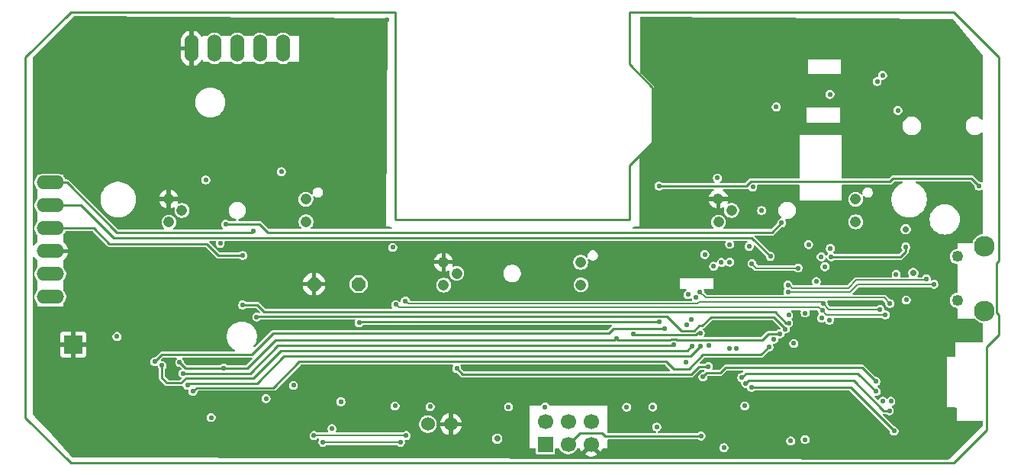
<source format=gbr>
%TF.GenerationSoftware,KiCad,Pcbnew,9.0.2*%
%TF.CreationDate,2025-07-03T15:48:41+01:00*%
%TF.ProjectId,FED3,46454433-2e6b-4696-9361-645f70636258,rev?*%
%TF.SameCoordinates,Original*%
%TF.FileFunction,Copper,L2,Inr*%
%TF.FilePolarity,Positive*%
%FSLAX46Y46*%
G04 Gerber Fmt 4.6, Leading zero omitted, Abs format (unit mm)*
G04 Created by KiCad (PCBNEW 9.0.2) date 2025-07-03 15:48:41*
%MOMM*%
%LPD*%
G01*
G04 APERTURE LIST*
G04 Aperture macros list*
%AMOutline5P*
0 Free polygon, 5 corners , with rotation*
0 The origin of the aperture is its center*
0 number of corners: always 5*
0 $1 to $10 corner X, Y*
0 $11 Rotation angle, in degrees counterclockwise*
0 create outline with 5 corners*
4,1,5,$1,$2,$3,$4,$5,$6,$7,$8,$9,$10,$1,$2,$11*%
%AMOutline6P*
0 Free polygon, 6 corners , with rotation*
0 The origin of the aperture is its center*
0 number of corners: always 6*
0 $1 to $12 corner X, Y*
0 $13 Rotation angle, in degrees counterclockwise*
0 create outline with 6 corners*
4,1,6,$1,$2,$3,$4,$5,$6,$7,$8,$9,$10,$11,$12,$1,$2,$13*%
%AMOutline7P*
0 Free polygon, 7 corners , with rotation*
0 The origin of the aperture is its center*
0 number of corners: always 7*
0 $1 to $14 corner X, Y*
0 $15 Rotation angle, in degrees counterclockwise*
0 create outline with 7 corners*
4,1,7,$1,$2,$3,$4,$5,$6,$7,$8,$9,$10,$11,$12,$13,$14,$1,$2,$15*%
%AMOutline8P*
0 Free polygon, 8 corners , with rotation*
0 The origin of the aperture is its center*
0 number of corners: always 8*
0 $1 to $16 corner X, Y*
0 $17 Rotation angle, in degrees counterclockwise*
0 create outline with 8 corners*
4,1,8,$1,$2,$3,$4,$5,$6,$7,$8,$9,$10,$11,$12,$13,$14,$15,$16,$1,$2,$17*%
G04 Aperture macros list end*
%TA.AperFunction,ComponentPad*%
%ADD10O,3.048000X1.524000*%
%TD*%
%TA.AperFunction,ComponentPad*%
%ADD11R,2.000000X2.000000*%
%TD*%
%TA.AperFunction,ComponentPad*%
%ADD12R,1.700000X1.700000*%
%TD*%
%TA.AperFunction,ComponentPad*%
%ADD13C,1.700000*%
%TD*%
%TA.AperFunction,ComponentPad*%
%ADD14O,1.524000X3.048000*%
%TD*%
%TA.AperFunction,ComponentPad*%
%ADD15C,1.208000*%
%TD*%
%TA.AperFunction,ComponentPad*%
%ADD16C,1.524000*%
%TD*%
%TA.AperFunction,ComponentPad*%
%ADD17Outline8P,-0.762000X0.315631X-0.315631X0.762000X0.315631X0.762000X0.762000X0.315631X0.762000X-0.315631X0.315631X-0.762000X-0.315631X-0.762000X-0.762000X-0.315631X180.000000*%
%TD*%
%TA.AperFunction,ComponentPad*%
%ADD18C,1.250000*%
%TD*%
%TA.AperFunction,ComponentPad*%
%ADD19C,2.300000*%
%TD*%
%TA.AperFunction,ViaPad*%
%ADD20C,0.550000*%
%TD*%
%TA.AperFunction,ViaPad*%
%ADD21C,0.600000*%
%TD*%
%TA.AperFunction,ViaPad*%
%ADD22C,0.700000*%
%TD*%
%TA.AperFunction,Conductor*%
%ADD23C,0.220000*%
%TD*%
%TA.AperFunction,Conductor*%
%ADD24C,0.250000*%
%TD*%
%TA.AperFunction,Conductor*%
%ADD25C,0.210000*%
%TD*%
%TA.AperFunction,Profile*%
%ADD26C,0.250000*%
%TD*%
G04 APERTURE END LIST*
D10*
%TO.N,/Controller Stage/D10*%
%TO.C,SCREEN0*%
X97251100Y-98903600D03*
%TO.N,/Controller Stage/D11*%
X97251100Y-101443600D03*
%TO.N,/Controller Stage/D12*%
X97251100Y-103983600D03*
%TO.N,GND*%
X97251100Y-106523600D03*
%TO.N,unconnected-(SCREEN0-Pin_5-Pad5)*%
X97251100Y-109063600D03*
%TO.N,+3V3*%
X97251100Y-111603600D03*
%TD*%
D11*
%TO.N,GND*%
%TO.C,TP5*%
X99800000Y-116900000D03*
%TD*%
D12*
%TO.N,/Controller Stage/SWCLK*%
%TO.C,J1*%
X152175000Y-128015000D03*
D13*
%TO.N,+3V3*%
X152175000Y-125475000D03*
%TO.N,/Controller Stage/SWDIO*%
X154715000Y-128015000D03*
%TO.N,unconnected-(J1-Pin_4-Pad4)*%
X154715000Y-125475000D03*
%TO.N,GND*%
X157255000Y-128015000D03*
%TO.N,/Controller Stage/~{RESET}*%
X157255000Y-125475000D03*
%TD*%
D14*
%TO.N,GND*%
%TO.C,MOTOR0*%
X112921100Y-84003600D03*
%TO.N,/ORANGE*%
X115461100Y-84003600D03*
%TO.N,/YELLOW*%
X118001100Y-84003600D03*
%TO.N,/PINK*%
X120541100Y-84003600D03*
%TO.N,/BLUE*%
X123081100Y-84003600D03*
%TD*%
D15*
%TO.N,+3V3*%
%TO.C,PI3*%
X125601100Y-100763600D03*
%TO.N,Net-(PI3-Pad2)*%
X125621100Y-103273600D03*
%TO.N,+3V3*%
X110401100Y-103303600D03*
%TO.N,D5*%
X111851100Y-102003600D03*
%TO.N,GND*%
X110381100Y-100733600D03*
%TD*%
%TO.N,+3V3*%
%TO.C,PI1*%
X186601100Y-100763600D03*
%TO.N,Net-(PI1-Pad2)*%
X186621100Y-103273600D03*
%TO.N,+3V3*%
X171401100Y-103303600D03*
%TO.N,D6*%
X172851100Y-102003600D03*
%TO.N,GND*%
X171381100Y-100733600D03*
%TD*%
%TO.N,+3V3*%
%TO.C,PI2*%
X156101100Y-107763600D03*
%TO.N,Net-(PI2-Pad2)*%
X156121100Y-110273600D03*
%TO.N,+3V3*%
X140901100Y-110303600D03*
%TO.N,TX*%
X142351100Y-109003600D03*
%TO.N,GND*%
X140881100Y-107733600D03*
%TD*%
D16*
%TO.N,GND*%
%TO.C,X5*%
X141694300Y-125736400D03*
%TO.N,VBat*%
X139154300Y-125736400D03*
%TD*%
D17*
%TO.N,RX*%
%TO.C,BZ1*%
X131459200Y-110180000D03*
%TO.N,GND*%
X126510000Y-110180000D03*
%TD*%
D18*
%TO.N,unconnected-(USB0-P$4-PadSHIELD_4)*%
%TO.C,USB0*%
X197900000Y-111975000D03*
%TO.N,unconnected-(USB0-P$1-PadSHIELD_3)*%
X197900000Y-107125000D03*
D19*
%TO.N,unconnected-(USB0-P$3-PadSHIELD_2)*%
X200900000Y-105950000D03*
%TO.N,unconnected-(USB0-P$2-PadSHIELD_1)*%
X200900000Y-113150000D03*
%TD*%
D20*
%TO.N,GND*%
X197034500Y-90526000D03*
X181700000Y-104150000D03*
X185100000Y-118550000D03*
X163750000Y-86250000D03*
X161000000Y-108922500D03*
X138025000Y-111225000D03*
X128150000Y-122200000D03*
X117300000Y-86600000D03*
X108825000Y-94375000D03*
X197410000Y-124400000D03*
X178500000Y-104700000D03*
X185700000Y-127350000D03*
X174625000Y-126850000D03*
X110525000Y-112900000D03*
X109000000Y-108700000D03*
X187300000Y-106300000D03*
X188975000Y-127500000D03*
X199075000Y-126750000D03*
X161850000Y-120805000D03*
X145300000Y-119500000D03*
X128083100Y-94833000D03*
X193750000Y-115300000D03*
X173350000Y-118700000D03*
X174925000Y-114575000D03*
X114300000Y-102000000D03*
D21*
X155050000Y-111000000D03*
D20*
X114550000Y-112050000D03*
X112075000Y-114975000D03*
X145100000Y-125800000D03*
X173150000Y-114500000D03*
X160300000Y-129050000D03*
X112225000Y-108875000D03*
X137400000Y-120600000D03*
X187900000Y-89425000D03*
X164500000Y-119500000D03*
D21*
X158600000Y-115000000D03*
D20*
X185250000Y-89350000D03*
X200050000Y-115400000D03*
X97025000Y-86825000D03*
X193600000Y-128500000D03*
X103725000Y-88225000D03*
X177875000Y-123125000D03*
X179951900Y-91029400D03*
X196700000Y-105900000D03*
X185950000Y-98200000D03*
X177050000Y-95825000D03*
X112675000Y-123250000D03*
X122000000Y-98750000D03*
X182275000Y-115400000D03*
X152700000Y-108700000D03*
X133283100Y-86415600D03*
X175735500Y-91029400D03*
X143050000Y-111400000D03*
X158550000Y-111650000D03*
X182300000Y-122900000D03*
X103725000Y-98300000D03*
X166700000Y-103700000D03*
X161125000Y-122900000D03*
X98815300Y-96778800D03*
X105475000Y-83975000D03*
X129175000Y-100975000D03*
X174000000Y-96000000D03*
X122225000Y-112425000D03*
X113800000Y-129000000D03*
X196340000Y-120170000D03*
X125041765Y-120429854D03*
X169360000Y-108997500D03*
X149650000Y-120850000D03*
X194350000Y-125375000D03*
X121600000Y-126000000D03*
X126600000Y-86600000D03*
X196100000Y-108650000D03*
X194100000Y-107000000D03*
X126250000Y-80900000D03*
X132500000Y-124650000D03*
X134600000Y-80800000D03*
X110775000Y-120000000D03*
X167100000Y-122350000D03*
X133750000Y-103050000D03*
X163400000Y-81300000D03*
X173200000Y-110700000D03*
X196750000Y-117700000D03*
X197799100Y-82351600D03*
X185800000Y-104650000D03*
X119750000Y-99750000D03*
X159210000Y-108947500D03*
X100263100Y-81589600D03*
X131025000Y-106900000D03*
X111800000Y-97900000D03*
X113325000Y-80800000D03*
X191000000Y-97200000D03*
X111900000Y-126000000D03*
X131000000Y-98000000D03*
X161950000Y-126100000D03*
X189400000Y-119550000D03*
X152025000Y-119475000D03*
X196530000Y-113360000D03*
X166300000Y-111650000D03*
X99550000Y-105450000D03*
X124300000Y-86400000D03*
X137395300Y-109245800D03*
X95713900Y-117221400D03*
X115200000Y-126350000D03*
X132500000Y-119600000D03*
X155075000Y-122900000D03*
X119400000Y-108400000D03*
X186800000Y-81300000D03*
X178925000Y-107200000D03*
X116700000Y-128100000D03*
X144700000Y-122250000D03*
X148550000Y-129125000D03*
X165785000Y-106972500D03*
X133050000Y-111550000D03*
X105400000Y-122800000D03*
X141875000Y-122500000D03*
X154925000Y-119475000D03*
X107600000Y-128800000D03*
X193800000Y-121050000D03*
X129400000Y-114700000D03*
X174150000Y-103275000D03*
X187150000Y-112350000D03*
X176250000Y-129200000D03*
X144761300Y-108509200D03*
X108000000Y-112300000D03*
X104600000Y-118900000D03*
X122100000Y-107900000D03*
X111693100Y-87050600D03*
X186700000Y-124450000D03*
X120800000Y-127237500D03*
X192660000Y-117600000D03*
X101725000Y-110225000D03*
X184627690Y-109543265D03*
X114400000Y-115200000D03*
X117900000Y-109900000D03*
X189950000Y-115200000D03*
X157550000Y-121500000D03*
X111693100Y-91495600D03*
X184969500Y-93142200D03*
X115050000Y-123100000D03*
X134650000Y-128355000D03*
X97977100Y-126547600D03*
X134000000Y-94500000D03*
X117000000Y-113800000D03*
X121300000Y-86600000D03*
X109050000Y-122525000D03*
X95691100Y-94289600D03*
X163500000Y-96500000D03*
X98253900Y-122047400D03*
X175251800Y-111062165D03*
X173000000Y-121250000D03*
X115950000Y-103100000D03*
X149875000Y-125650000D03*
X130716405Y-125548435D03*
X176903900Y-84171400D03*
X173691900Y-84455400D03*
X117050000Y-118700000D03*
X169400000Y-122100000D03*
X163350000Y-98650000D03*
X190900000Y-125400000D03*
X101475000Y-92175000D03*
%TO.N,+3V3*%
X174800000Y-106000000D03*
X183900000Y-107150000D03*
X183200000Y-108250000D03*
X116100000Y-105655000D03*
X177800000Y-90500000D03*
X183700000Y-114200000D03*
X181400000Y-105800000D03*
X192230000Y-111945000D03*
X104650000Y-116000000D03*
X128500000Y-126250000D03*
X168005000Y-111350000D03*
X182250000Y-109900000D03*
X173400000Y-117299813D03*
D22*
X192150000Y-104100000D03*
D20*
X190525000Y-123200000D03*
X115100000Y-125000000D03*
X182850000Y-113950000D03*
X172625000Y-105775000D03*
X135250000Y-106100000D03*
X189625000Y-123200000D03*
X182800000Y-107150000D03*
X183800000Y-106230000D03*
X192170000Y-106050000D03*
%TO.N,/IOs Interface/VCCNEO*%
X152159100Y-123816200D03*
X114500000Y-98620000D03*
X148095100Y-123816200D03*
X135500000Y-123716000D03*
X139400000Y-123800000D03*
X164100000Y-123841600D03*
X121193750Y-122906250D03*
X129500000Y-123250000D03*
X175200000Y-99400000D03*
X161200000Y-123850000D03*
X174300000Y-123716000D03*
%TO.N,/EN*%
X191100000Y-109100000D03*
%TO.N,Net-(LED1-DI)*%
X167775000Y-118850000D03*
%TO.N,Net-(LED8-DO)*%
X122900000Y-97700000D03*
X124228175Y-121428176D03*
%TO.N,Net-(LED10-DI)*%
X116700000Y-103550000D03*
X178400000Y-103378000D03*
%TO.N,/Controller Stage/SCL*%
X136650000Y-112050000D03*
X189300000Y-113000000D03*
X183000000Y-112350000D03*
X126500000Y-127000000D03*
X189000000Y-87700000D03*
X136750000Y-127000000D03*
%TO.N,Net-(CHG0-K)*%
X200300000Y-99300000D03*
X164800000Y-99300000D03*
%TO.N,/Controller Stage/SDA*%
X127500000Y-127750000D03*
X182898234Y-113113248D03*
X136101000Y-127750000D03*
X135600000Y-112450000D03*
X189900000Y-113600000D03*
X189600000Y-87000000D03*
%TO.N,/Controller Stage/~{RESET}*%
X179750000Y-116775000D03*
X180225000Y-108400000D03*
X179400000Y-127600000D03*
X175100000Y-107900000D03*
D22*
%TO.N,VUSB*%
X193000000Y-108950000D03*
D20*
%TO.N,RX*%
X172615854Y-117309459D03*
X164800000Y-114350000D03*
X131505030Y-114475628D03*
%TO.N,A0*%
X191300000Y-90900000D03*
X190403067Y-112333007D03*
X169300000Y-111025000D03*
%TO.N,TX*%
X142350000Y-119550000D03*
X170250000Y-119350000D03*
%TO.N,D6*%
X176172000Y-102003600D03*
X179178408Y-113644953D03*
%TO.N,D5*%
X113075000Y-122100000D03*
X177000000Y-117147512D03*
%TO.N,D13*%
X178205779Y-115700000D03*
X116500000Y-119495000D03*
X111600000Y-118875000D03*
X160060000Y-116200000D03*
%TO.N,/Controller Stage/D10*%
X120150000Y-113830000D03*
X178809985Y-115174790D03*
X119750000Y-104300000D03*
%TO.N,/Controller Stage/AREF*%
X168900000Y-111687500D03*
X169885000Y-106897500D03*
%TO.N,D8*%
X169365000Y-115645000D03*
X161977136Y-115748717D03*
%TO.N,/Controller Stage/D11*%
X177550000Y-116300000D03*
X177150000Y-107100000D03*
%TO.N,/Controller Stage/SWCLK*%
X172650000Y-107750000D03*
X172000000Y-128350000D03*
%TO.N,/Controller Stage/SWDIO*%
X169450000Y-127050000D03*
X171712500Y-107787500D03*
%TO.N,/Controller Stage/D12*%
X118600000Y-112500000D03*
X179174262Y-114496407D03*
X118600000Y-107000000D03*
%TO.N,/Controller Stage/SD_CS*%
X169665300Y-120484700D03*
X188865168Y-121000000D03*
%TO.N,/Controller Stage/D7*%
X181000000Y-113400000D03*
X181000000Y-127450000D03*
%TO.N,D+*%
X194450000Y-109600000D03*
X179100448Y-110287271D03*
%TO.N,D-*%
X195300000Y-110200000D03*
X179091310Y-111057219D03*
%TO.N,/Controller Stage/SCK*%
X190350000Y-124250000D03*
X174400000Y-121200000D03*
%TO.N,/Controller Stage/MISO*%
X175050000Y-121650000D03*
X190875000Y-126500000D03*
%TO.N,A2*%
X168399824Y-114134000D03*
X169356276Y-117097000D03*
X112475000Y-121400000D03*
%TO.N,A5*%
X165405000Y-115143717D03*
X108850000Y-118800000D03*
X170850000Y-108200000D03*
%TO.N,A4*%
X168461636Y-117097000D03*
X109650000Y-119225000D03*
%TO.N,A3*%
X166400000Y-116900000D03*
X167855300Y-114739000D03*
X111975000Y-120100000D03*
%TO.N,D9*%
X170300000Y-117000000D03*
X164550000Y-126050000D03*
%TO.N,Net-(IC4-VBAT)*%
X183759600Y-89109600D03*
X171259900Y-98406000D03*
D22*
%TO.N,VBat*%
X146850000Y-127350000D03*
D20*
%TO.N,/Controller Stage/MOSI*%
X188875000Y-122100000D03*
X173972880Y-120559319D03*
%TD*%
D23*
%TO.N,+3V3*%
X192170000Y-106580000D02*
X191600000Y-107150000D01*
X191600000Y-107150000D02*
X183900000Y-107150000D01*
X192170000Y-106050000D02*
X192170000Y-106580000D01*
D24*
%TO.N,Net-(LED10-DI)*%
X116750000Y-103500000D02*
X116700000Y-103550000D01*
X178400000Y-103378000D02*
X177353000Y-104425000D01*
X177353000Y-104425000D02*
X121375000Y-104425000D01*
X120450000Y-103500000D02*
X116750000Y-103500000D01*
X121375000Y-104425000D02*
X120450000Y-103500000D01*
D25*
%TO.N,/Controller Stage/SCL*%
X182850000Y-112200000D02*
X169237443Y-112200000D01*
X169068443Y-112369000D02*
X136969000Y-112369000D01*
X169237443Y-112200000D02*
X169068443Y-112369000D01*
X183000000Y-112350000D02*
X182850000Y-112200000D01*
X136969000Y-112369000D02*
X136650000Y-112050000D01*
X126500000Y-127000000D02*
X136750000Y-127000000D01*
X183650000Y-113000000D02*
X189300000Y-113000000D01*
X183000000Y-112350000D02*
X183650000Y-113000000D01*
D23*
%TO.N,Net-(CHG0-K)*%
X164800000Y-99300000D02*
X174442986Y-99300000D01*
X190750000Y-98450000D02*
X199450000Y-98450000D01*
X174948986Y-98794000D02*
X185686986Y-98794000D01*
X174442986Y-99300000D02*
X174948986Y-98794000D01*
X186201014Y-98806000D02*
X186213014Y-98794000D01*
X185698986Y-98806000D02*
X186201014Y-98806000D01*
X199450000Y-98450000D02*
X200300000Y-99300000D01*
X185686986Y-98794000D02*
X185698986Y-98806000D01*
X190406000Y-98794000D02*
X190750000Y-98450000D01*
X186213014Y-98794000D02*
X190406000Y-98794000D01*
D25*
%TO.N,/Controller Stage/SDA*%
X183384986Y-113600000D02*
X189900000Y-113600000D01*
X127500000Y-127750000D02*
X136101000Y-127750000D01*
X169296969Y-112750000D02*
X169246969Y-112800000D01*
X135950000Y-112800000D02*
X135600000Y-112450000D01*
X182534986Y-112750000D02*
X169296969Y-112750000D01*
X182898234Y-113113248D02*
X182534986Y-112750000D01*
X169246969Y-112800000D02*
X135950000Y-112800000D01*
X182898234Y-113113248D02*
X183384986Y-113600000D01*
%TO.N,/Controller Stage/~{RESET}*%
X180225000Y-108400000D02*
X175600000Y-108400000D01*
X175600000Y-108400000D02*
X175100000Y-107900000D01*
D23*
%TO.N,RX*%
X131630658Y-114350000D02*
X131505030Y-114475628D01*
X164800000Y-114350000D02*
X131630658Y-114350000D01*
D25*
%TO.N,A0*%
X169975000Y-111700000D02*
X169300000Y-111025000D01*
X190403067Y-112333007D02*
X189770060Y-111700000D01*
X189770060Y-111700000D02*
X169975000Y-111700000D01*
D23*
%TO.N,TX*%
X168350000Y-120200000D02*
X143000000Y-120200000D01*
X169200000Y-119350000D02*
X168350000Y-120200000D01*
X170250000Y-119350000D02*
X169200000Y-119350000D01*
X143000000Y-120200000D02*
X142350000Y-119550000D01*
%TO.N,D5*%
X122005000Y-121695000D02*
X113480000Y-121695000D01*
X177000000Y-117147512D02*
X176122512Y-118025000D01*
X124900000Y-118800000D02*
X122005000Y-121695000D01*
X166400000Y-119600000D02*
X165600000Y-118800000D01*
X168100000Y-119600000D02*
X166400000Y-119600000D01*
X176122512Y-118025000D02*
X169675000Y-118025000D01*
X169675000Y-118025000D02*
X168100000Y-119600000D01*
X113480000Y-121695000D02*
X113075000Y-122100000D01*
X165600000Y-118800000D02*
X124900000Y-118800000D01*
%TO.N,D13*%
X170048986Y-116394000D02*
X170042986Y-116400000D01*
X159860000Y-116400000D02*
X122200000Y-116400000D01*
X160060000Y-116200000D02*
X159860000Y-116400000D01*
X122200000Y-116400000D02*
X119105000Y-119495000D01*
X166042986Y-116400000D02*
X160260000Y-116400000D01*
X176225000Y-116400000D02*
X170557014Y-116400000D01*
X166148986Y-116294000D02*
X166042986Y-116400000D01*
X170551014Y-116394000D02*
X170048986Y-116394000D01*
X177800600Y-115695000D02*
X176930000Y-115695000D01*
X166757014Y-116400000D02*
X166651014Y-116294000D01*
X176930000Y-115695000D02*
X176225000Y-116400000D01*
X170042986Y-116400000D02*
X166757014Y-116400000D01*
X119105000Y-119495000D02*
X112220000Y-119495000D01*
X160260000Y-116400000D02*
X160060000Y-116200000D01*
X177805600Y-115700000D02*
X177800600Y-115695000D01*
X178205779Y-115700000D02*
X177805600Y-115700000D01*
X170557014Y-116400000D02*
X170551014Y-116394000D01*
X112220000Y-119495000D02*
X111600000Y-118875000D01*
X166651014Y-116294000D02*
X166148986Y-116294000D01*
%TO.N,/Controller Stage/D10*%
X168706000Y-115344000D02*
X169231000Y-114819000D01*
X178809985Y-115109985D02*
X178809985Y-115174790D01*
X119750000Y-104300000D02*
X119600000Y-104450000D01*
X170550000Y-113850000D02*
X177550000Y-113850000D01*
X169231000Y-114819000D02*
X169581000Y-114819000D01*
X119600000Y-104450000D02*
X104650000Y-104450000D01*
X120150000Y-113830000D02*
X120239000Y-113741000D01*
X177550000Y-113850000D02*
X178809985Y-115109985D01*
X169581000Y-114819000D02*
X170550000Y-113850000D01*
X165691000Y-113741000D02*
X167294000Y-115344000D01*
X99103600Y-98903600D02*
X97251100Y-98903600D01*
X104650000Y-104450000D02*
X99103600Y-98903600D01*
X120239000Y-113741000D02*
X165691000Y-113741000D01*
X167294000Y-115344000D02*
X168706000Y-115344000D01*
%TO.N,D8*%
X162013419Y-115785000D02*
X161977136Y-115748717D01*
X168910000Y-115785000D02*
X162013419Y-115785000D01*
X169050000Y-115645000D02*
X168910000Y-115785000D01*
X169365000Y-115645000D02*
X169050000Y-115645000D01*
%TO.N,/Controller Stage/D11*%
X100643600Y-101443600D02*
X97251100Y-101443600D01*
X104250000Y-105050000D02*
X100643600Y-101443600D01*
X175100000Y-105050000D02*
X104250000Y-105050000D01*
X177150000Y-107100000D02*
X175100000Y-105050000D01*
%TO.N,/Controller Stage/SWDIO*%
X158475000Y-126750000D02*
X155980000Y-126750000D01*
X155980000Y-126750000D02*
X154715000Y-128015000D01*
X158775000Y-127050000D02*
X158475000Y-126750000D01*
X169450000Y-127050000D02*
X158775000Y-127050000D01*
%TO.N,/Controller Stage/D12*%
X179174262Y-114496407D02*
X178896407Y-114496407D01*
X114579756Y-105700000D02*
X103800000Y-105700000D01*
X178896407Y-114496407D02*
X177650000Y-113250000D01*
X120980000Y-113250000D02*
X120230000Y-112500000D01*
X120230000Y-112500000D02*
X118600000Y-112500000D01*
X115879756Y-107000000D02*
X114579756Y-105700000D01*
X102083600Y-103983600D02*
X97251100Y-103983600D01*
X103800000Y-105700000D02*
X102083600Y-103983600D01*
X177650000Y-113250000D02*
X120980000Y-113250000D01*
X118600000Y-107000000D02*
X115879756Y-107000000D01*
%TO.N,/Controller Stage/SD_CS*%
X187315168Y-119450000D02*
X188865168Y-121000000D01*
X172200000Y-119450000D02*
X187315168Y-119450000D01*
X169665300Y-120484700D02*
X170089001Y-120060999D01*
X171589001Y-120060999D02*
X172200000Y-119450000D01*
X170089001Y-120060999D02*
X171589001Y-120060999D01*
D25*
%TO.N,D+*%
X179275000Y-110325000D02*
X179575000Y-110625000D01*
X179138177Y-110325000D02*
X179275000Y-110325000D01*
X185781800Y-110625000D02*
X186656800Y-109750000D01*
X179575000Y-110625000D02*
X185781800Y-110625000D01*
X194300000Y-109750000D02*
X194450000Y-109600000D01*
X179100448Y-110287271D02*
X179138177Y-110325000D01*
X186656800Y-109750000D02*
X194300000Y-109750000D01*
%TO.N,D-*%
X179645000Y-111055000D02*
X185988200Y-111055000D01*
X186843200Y-110200000D02*
X195300000Y-110200000D01*
X185988200Y-111055000D02*
X186843200Y-110200000D01*
X179642781Y-111057219D02*
X179645000Y-111055000D01*
X179091310Y-111057219D02*
X179642781Y-111057219D01*
D24*
%TO.N,/Controller Stage/SCK*%
X186400000Y-120900000D02*
X189750000Y-124250000D01*
X174700000Y-120900000D02*
X186400000Y-120900000D01*
X189750000Y-124250000D02*
X190350000Y-124250000D01*
X174400000Y-121200000D02*
X174700000Y-120900000D01*
%TO.N,/Controller Stage/MISO*%
X190875000Y-126500000D02*
X190875000Y-126475000D01*
X190875000Y-126475000D02*
X186050000Y-121650000D01*
X186050000Y-121650000D02*
X175050000Y-121650000D01*
D23*
%TO.N,A2*%
X120200000Y-121200000D02*
X112675000Y-121200000D01*
X123200000Y-118200000D02*
X120200000Y-121200000D01*
X169356276Y-117097000D02*
X168253276Y-118200000D01*
X112675000Y-121200000D02*
X112475000Y-121400000D01*
X168253276Y-118200000D02*
X123200000Y-118200000D01*
%TO.N,A5*%
X119600000Y-118000000D02*
X109650000Y-118000000D01*
X165405000Y-115143717D02*
X159706283Y-115143717D01*
X121950000Y-115650000D02*
X119600000Y-118000000D01*
X109650000Y-118000000D02*
X108850000Y-118800000D01*
X159706283Y-115143717D02*
X159200000Y-115650000D01*
X159200000Y-115650000D02*
X121950000Y-115650000D01*
%TO.N,A4*%
X111775000Y-121175000D02*
X110225000Y-121175000D01*
X168383600Y-117097000D02*
X167930600Y-117550000D01*
X110225000Y-121175000D02*
X109650000Y-120600000D01*
X119800000Y-120600000D02*
X112350000Y-120600000D01*
X109650000Y-120600000D02*
X109650000Y-119225000D01*
X167930600Y-117550000D02*
X122850000Y-117550000D01*
X112350000Y-120600000D02*
X111775000Y-121175000D01*
X122850000Y-117550000D02*
X119800000Y-120600000D01*
X168461636Y-117097000D02*
X168383600Y-117097000D01*
%TO.N,A3*%
X166300000Y-117000000D02*
X166400000Y-116900000D01*
X122500000Y-117000000D02*
X166300000Y-117000000D01*
X119400000Y-120100000D02*
X122500000Y-117000000D01*
X111975000Y-120100000D02*
X119400000Y-120100000D01*
D24*
%TO.N,/Controller Stage/MOSI*%
X174432199Y-120100000D02*
X186875000Y-120100000D01*
X173972880Y-120559319D02*
X174432199Y-120100000D01*
X186875000Y-120100000D02*
X188875000Y-122100000D01*
%TD*%
%TA.AperFunction,Conductor*%
%TO.N,GND*%
G36*
X111260018Y-118349713D02*
G01*
X111296563Y-118400013D01*
X111296563Y-118462187D01*
X111272022Y-118502235D01*
X111203503Y-118570753D01*
X111203501Y-118570755D01*
X111203501Y-118570756D01*
X111189476Y-118595048D01*
X111138265Y-118683746D01*
X111138265Y-118683747D01*
X111104500Y-118809760D01*
X111104500Y-118940239D01*
X111138265Y-119066252D01*
X111138265Y-119066253D01*
X111138267Y-119066256D01*
X111203501Y-119179244D01*
X111295756Y-119271499D01*
X111408744Y-119336733D01*
X111408746Y-119336734D01*
X111534760Y-119370499D01*
X111534764Y-119370499D01*
X111534766Y-119370500D01*
X111586432Y-119370500D01*
X111594150Y-119373008D01*
X111602169Y-119371738D01*
X111623161Y-119382434D01*
X111645563Y-119389713D01*
X111657567Y-119399965D01*
X111742369Y-119484767D01*
X111762124Y-119504521D01*
X111790350Y-119559918D01*
X111780624Y-119621327D01*
X111741290Y-119662778D01*
X111670754Y-119703502D01*
X111578503Y-119795753D01*
X111578501Y-119795755D01*
X111578501Y-119795756D01*
X111569015Y-119812187D01*
X111513265Y-119908746D01*
X111513265Y-119908747D01*
X111479500Y-120034760D01*
X111479500Y-120165239D01*
X111513265Y-120291252D01*
X111513265Y-120291253D01*
X111513267Y-120291256D01*
X111578501Y-120404244D01*
X111670756Y-120496499D01*
X111757137Y-120546371D01*
X111776261Y-120567610D01*
X111796472Y-120587821D01*
X111796901Y-120590533D01*
X111798740Y-120592575D01*
X111801727Y-120621000D01*
X111806199Y-120649229D01*
X111804951Y-120651676D01*
X111805239Y-120654409D01*
X111777973Y-120704627D01*
X111667568Y-120815034D01*
X111612170Y-120843261D01*
X111596432Y-120844500D01*
X110403568Y-120844500D01*
X110344437Y-120825287D01*
X110332433Y-120815035D01*
X110009965Y-120492567D01*
X109981739Y-120437169D01*
X109980500Y-120421432D01*
X109980500Y-119636913D01*
X109999713Y-119577782D01*
X110009965Y-119565778D01*
X110023574Y-119552169D01*
X110046499Y-119529244D01*
X110111733Y-119416256D01*
X110144089Y-119295500D01*
X110145499Y-119290239D01*
X110145500Y-119290232D01*
X110145500Y-119159767D01*
X110145499Y-119159760D01*
X110111734Y-119033747D01*
X110111734Y-119033746D01*
X110111733Y-119033744D01*
X110046499Y-118920756D01*
X109954244Y-118828501D01*
X109841256Y-118763267D01*
X109841253Y-118763265D01*
X109715239Y-118729500D01*
X109715234Y-118729500D01*
X109630768Y-118729500D01*
X109571637Y-118710287D01*
X109535092Y-118659987D01*
X109535092Y-118597813D01*
X109559633Y-118557765D01*
X109757433Y-118359965D01*
X109812831Y-118331739D01*
X109828568Y-118330500D01*
X111200887Y-118330500D01*
X111260018Y-118349713D01*
G37*
%TD.AperFunction*%
%TA.AperFunction,Conductor*%
G36*
X165480563Y-119149713D02*
G01*
X165492567Y-119159965D01*
X166030367Y-119697765D01*
X166058593Y-119753163D01*
X166048867Y-119814571D01*
X166004903Y-119858535D01*
X165959232Y-119869500D01*
X143178568Y-119869500D01*
X143119437Y-119850287D01*
X143107433Y-119840035D01*
X142874965Y-119607567D01*
X142846739Y-119552169D01*
X142845500Y-119536432D01*
X142845500Y-119484767D01*
X142845499Y-119484760D01*
X142811734Y-119358747D01*
X142811734Y-119358746D01*
X142799025Y-119336733D01*
X142767077Y-119281398D01*
X142754151Y-119220585D01*
X142779439Y-119163786D01*
X142833283Y-119132698D01*
X142854200Y-119130500D01*
X165421432Y-119130500D01*
X165480563Y-119149713D01*
G37*
%TD.AperFunction*%
%TA.AperFunction,Conductor*%
G36*
X119618363Y-118349713D02*
G01*
X119654908Y-118400013D01*
X119654908Y-118462187D01*
X119630367Y-118502235D01*
X118997567Y-119135035D01*
X118942169Y-119163261D01*
X118926432Y-119164500D01*
X116911913Y-119164500D01*
X116852782Y-119145287D01*
X116840778Y-119135035D01*
X116804246Y-119098503D01*
X116804244Y-119098501D01*
X116718448Y-119048966D01*
X116691253Y-119033265D01*
X116565239Y-118999500D01*
X116565234Y-118999500D01*
X116434766Y-118999500D01*
X116434760Y-118999500D01*
X116308747Y-119033265D01*
X116308746Y-119033265D01*
X116195753Y-119098503D01*
X116159222Y-119135035D01*
X116103824Y-119163261D01*
X116088087Y-119164500D01*
X112398567Y-119164500D01*
X112339436Y-119145287D01*
X112327432Y-119135035D01*
X112124965Y-118932567D01*
X112096739Y-118877169D01*
X112095500Y-118861432D01*
X112095500Y-118809767D01*
X112095499Y-118809760D01*
X112061734Y-118683747D01*
X112061734Y-118683746D01*
X112049287Y-118662187D01*
X111996499Y-118570756D01*
X111927978Y-118502235D01*
X111899752Y-118446837D01*
X111909478Y-118385429D01*
X111953442Y-118341465D01*
X111999113Y-118330500D01*
X119559232Y-118330500D01*
X119618363Y-118349713D01*
G37*
%TD.AperFunction*%
%TA.AperFunction,Conductor*%
G36*
X177430563Y-114199713D02*
G01*
X177442567Y-114209965D01*
X178265367Y-115032765D01*
X178293593Y-115088163D01*
X178283867Y-115149571D01*
X178239903Y-115193535D01*
X178194232Y-115204500D01*
X178140539Y-115204500D01*
X178014526Y-115238265D01*
X178014525Y-115238265D01*
X177901532Y-115303503D01*
X177870001Y-115335035D01*
X177814603Y-115363261D01*
X177798866Y-115364500D01*
X176979688Y-115364500D01*
X176979672Y-115364499D01*
X176973511Y-115364499D01*
X176886489Y-115364499D01*
X176802427Y-115387024D01*
X176802426Y-115387025D01*
X176727074Y-115430528D01*
X176117567Y-116040035D01*
X176062169Y-116068261D01*
X176046432Y-116069500D01*
X170630162Y-116069500D01*
X170604124Y-116066072D01*
X170594527Y-116063500D01*
X170594525Y-116063500D01*
X170092497Y-116063500D01*
X170005475Y-116063500D01*
X169995873Y-116066072D01*
X169969839Y-116069500D01*
X169866313Y-116069500D01*
X169807182Y-116050287D01*
X169770637Y-115999987D01*
X169770637Y-115937813D01*
X169779187Y-115918606D01*
X169826733Y-115836256D01*
X169858326Y-115718348D01*
X169860499Y-115710239D01*
X169860500Y-115710232D01*
X169860500Y-115579767D01*
X169860499Y-115579760D01*
X169826734Y-115453747D01*
X169826734Y-115453746D01*
X169820839Y-115443535D01*
X169761499Y-115340756D01*
X169699299Y-115278556D01*
X169671073Y-115223158D01*
X169680799Y-115161750D01*
X169720133Y-115120299D01*
X169783932Y-115083466D01*
X170657433Y-114209965D01*
X170712831Y-114181739D01*
X170728568Y-114180500D01*
X177371432Y-114180500D01*
X177430563Y-114199713D01*
G37*
%TD.AperFunction*%
%TA.AperFunction,Conductor*%
G36*
X197313174Y-80743260D02*
G01*
X197372164Y-80762898D01*
X197390169Y-80779984D01*
X200681460Y-84784841D01*
X200704160Y-84842723D01*
X200704339Y-84848602D01*
X200712062Y-91796375D01*
X200692915Y-91855528D01*
X200642655Y-91892129D01*
X200580481Y-91892198D01*
X200540327Y-91867622D01*
X200494829Y-91822124D01*
X200411825Y-91766663D01*
X200327688Y-91710444D01*
X200327685Y-91710442D01*
X200327684Y-91710442D01*
X200141971Y-91633517D01*
X200010530Y-91607372D01*
X199944811Y-91594300D01*
X199743789Y-91594300D01*
X199694499Y-91604104D01*
X199546628Y-91633517D01*
X199360915Y-91710442D01*
X199193770Y-91822124D01*
X199193769Y-91822126D01*
X199051626Y-91964269D01*
X199051624Y-91964270D01*
X198939942Y-92131415D01*
X198863017Y-92317128D01*
X198823800Y-92514289D01*
X198823800Y-92715310D01*
X198863017Y-92912471D01*
X198939942Y-93098184D01*
X198939944Y-93098188D01*
X198996163Y-93182325D01*
X199051624Y-93265329D01*
X199051626Y-93265331D01*
X199193769Y-93407474D01*
X199360912Y-93519156D01*
X199453771Y-93557619D01*
X199546628Y-93596082D01*
X199546629Y-93596082D01*
X199546631Y-93596083D01*
X199743789Y-93635300D01*
X199743790Y-93635300D01*
X199944810Y-93635300D01*
X199944811Y-93635300D01*
X200141969Y-93596083D01*
X200327688Y-93519156D01*
X200494831Y-93407474D01*
X200542145Y-93360159D01*
X200597541Y-93331934D01*
X200658950Y-93341659D01*
X200702914Y-93385623D01*
X200713879Y-93431183D01*
X200719843Y-98795886D01*
X200700696Y-98855039D01*
X200650436Y-98891640D01*
X200588262Y-98891709D01*
X200568947Y-98883122D01*
X200491256Y-98838267D01*
X200491253Y-98838265D01*
X200365239Y-98804500D01*
X200365234Y-98804500D01*
X200313568Y-98804500D01*
X200254437Y-98785287D01*
X200242433Y-98775035D01*
X199953418Y-98486020D01*
X199652932Y-98185534D01*
X199577568Y-98142023D01*
X199577567Y-98142022D01*
X199577566Y-98142022D01*
X199577561Y-98142020D01*
X199493515Y-98119500D01*
X199493511Y-98119500D01*
X190706489Y-98119500D01*
X190706484Y-98119500D01*
X190622438Y-98142020D01*
X190622433Y-98142022D01*
X190547069Y-98185533D01*
X190547067Y-98185534D01*
X190485533Y-98247067D01*
X190485534Y-98247068D01*
X190298567Y-98434035D01*
X190243169Y-98462261D01*
X190227432Y-98463500D01*
X186256529Y-98463500D01*
X186256525Y-98463499D01*
X186169503Y-98463499D01*
X186128612Y-98474456D01*
X186119428Y-98475185D01*
X186117453Y-98474712D01*
X186111471Y-98475500D01*
X185788526Y-98475500D01*
X185762488Y-98472072D01*
X185759379Y-98471239D01*
X185756954Y-98470589D01*
X185730499Y-98463500D01*
X185730497Y-98463500D01*
X185190848Y-98463500D01*
X185131717Y-98444287D01*
X185095172Y-98393987D01*
X185090248Y-98362870D01*
X185090287Y-98232700D01*
X185091659Y-93635278D01*
X185091658Y-93635278D01*
X185091658Y-93635277D01*
X180394500Y-93638086D01*
X180394500Y-98362900D01*
X180375287Y-98422031D01*
X180324987Y-98458576D01*
X180293900Y-98463500D01*
X174905470Y-98463500D01*
X174821424Y-98486020D01*
X174821419Y-98486022D01*
X174746056Y-98529532D01*
X174335553Y-98940035D01*
X174280155Y-98968261D01*
X174264418Y-98969500D01*
X171640013Y-98969500D01*
X171580882Y-98950287D01*
X171544337Y-98899987D01*
X171544337Y-98837813D01*
X171568878Y-98797765D01*
X171591608Y-98775035D01*
X171656399Y-98710244D01*
X171721633Y-98597256D01*
X171739779Y-98529532D01*
X171755399Y-98471239D01*
X171755400Y-98471232D01*
X171755400Y-98340767D01*
X171755399Y-98340760D01*
X171721634Y-98214747D01*
X171721634Y-98214746D01*
X171710522Y-98195500D01*
X171656399Y-98101756D01*
X171564144Y-98009501D01*
X171478348Y-97959966D01*
X171451153Y-97944265D01*
X171325139Y-97910500D01*
X171325134Y-97910500D01*
X171194666Y-97910500D01*
X171194660Y-97910500D01*
X171068647Y-97944265D01*
X171068646Y-97944265D01*
X170985376Y-97992342D01*
X170964762Y-98004244D01*
X170955653Y-98009503D01*
X170863403Y-98101753D01*
X170863401Y-98101755D01*
X170863401Y-98101756D01*
X170850270Y-98124500D01*
X170798165Y-98214746D01*
X170798165Y-98214747D01*
X170764400Y-98340760D01*
X170764400Y-98471239D01*
X170798165Y-98597252D01*
X170798165Y-98597253D01*
X170798167Y-98597256D01*
X170863401Y-98710244D01*
X170863403Y-98710246D01*
X170950922Y-98797765D01*
X170979148Y-98853163D01*
X170969422Y-98914571D01*
X170925458Y-98958535D01*
X170879787Y-98969500D01*
X165211913Y-98969500D01*
X165152782Y-98950287D01*
X165140778Y-98940035D01*
X165104246Y-98903503D01*
X165104244Y-98903501D01*
X165018448Y-98853966D01*
X164991253Y-98838265D01*
X164865239Y-98804500D01*
X164865234Y-98804500D01*
X164734766Y-98804500D01*
X164734760Y-98804500D01*
X164608747Y-98838265D01*
X164608746Y-98838265D01*
X164548226Y-98873207D01*
X164501843Y-98899987D01*
X164495753Y-98903503D01*
X164403503Y-98995753D01*
X164338265Y-99108746D01*
X164338265Y-99108747D01*
X164304500Y-99234760D01*
X164304500Y-99365239D01*
X164338265Y-99491252D01*
X164338265Y-99491253D01*
X164338267Y-99491256D01*
X164403501Y-99604244D01*
X164495756Y-99696499D01*
X164608741Y-99761731D01*
X164608746Y-99761734D01*
X164734760Y-99795499D01*
X164734764Y-99795499D01*
X164734766Y-99795500D01*
X164734768Y-99795500D01*
X164865232Y-99795500D01*
X164865234Y-99795500D01*
X164865236Y-99795499D01*
X164865239Y-99795499D01*
X164975633Y-99765919D01*
X164991252Y-99761734D01*
X164991253Y-99761734D01*
X164991253Y-99761733D01*
X164991256Y-99761733D01*
X165104244Y-99696499D01*
X165140778Y-99659965D01*
X165196176Y-99631739D01*
X165211913Y-99630500D01*
X170791702Y-99630500D01*
X170850833Y-99649713D01*
X170887378Y-99700013D01*
X170887378Y-99762187D01*
X170850833Y-99812487D01*
X170847592Y-99814746D01*
X170705133Y-99909934D01*
X170705132Y-99909934D01*
X170557434Y-100057632D01*
X170557434Y-100057633D01*
X170441388Y-100231307D01*
X170441384Y-100231316D01*
X170361450Y-100424290D01*
X170345317Y-100505399D01*
X170345318Y-100505400D01*
X171114325Y-100505400D01*
X171101030Y-100518695D01*
X171054952Y-100598505D01*
X171031100Y-100687522D01*
X171031100Y-100779678D01*
X171054952Y-100868695D01*
X171101030Y-100948505D01*
X171114325Y-100961800D01*
X170345317Y-100961800D01*
X170361450Y-101042909D01*
X170441384Y-101235883D01*
X170441388Y-101235892D01*
X170557434Y-101409566D01*
X170557434Y-101409567D01*
X170705132Y-101557265D01*
X170878807Y-101673311D01*
X170878816Y-101673315D01*
X171071790Y-101753249D01*
X171152900Y-101769382D01*
X171152900Y-101000375D01*
X171166195Y-101013670D01*
X171246005Y-101059748D01*
X171335022Y-101083600D01*
X171427178Y-101083600D01*
X171516195Y-101059748D01*
X171596005Y-101013670D01*
X171609300Y-101000375D01*
X171609300Y-101769381D01*
X171690409Y-101753249D01*
X171690410Y-101753249D01*
X171883383Y-101673315D01*
X171883389Y-101673313D01*
X171903750Y-101659708D01*
X171963590Y-101642830D01*
X172021921Y-101664349D01*
X172056464Y-101716044D01*
X172058309Y-101762979D01*
X172031094Y-101899800D01*
X172026600Y-101922394D01*
X172026600Y-102084806D01*
X172032944Y-102116700D01*
X172058284Y-102244096D01*
X172120436Y-102394143D01*
X172120437Y-102394146D01*
X172120438Y-102394147D01*
X172210669Y-102529188D01*
X172325512Y-102644031D01*
X172460553Y-102734262D01*
X172610602Y-102796415D01*
X172769894Y-102828100D01*
X172769895Y-102828100D01*
X172932305Y-102828100D01*
X172932306Y-102828100D01*
X173091598Y-102796415D01*
X173241647Y-102734262D01*
X173376688Y-102644031D01*
X173491531Y-102529188D01*
X173581762Y-102394147D01*
X173643915Y-102244098D01*
X173675600Y-102084806D01*
X173675600Y-101938360D01*
X175676500Y-101938360D01*
X175676500Y-102068839D01*
X175710265Y-102194852D01*
X175710265Y-102194853D01*
X175710267Y-102194856D01*
X175775501Y-102307844D01*
X175867756Y-102400099D01*
X175977223Y-102463300D01*
X175980746Y-102465334D01*
X176106760Y-102499099D01*
X176106764Y-102499099D01*
X176106766Y-102499100D01*
X176106768Y-102499100D01*
X176237232Y-102499100D01*
X176237234Y-102499100D01*
X176237236Y-102499099D01*
X176237239Y-102499099D01*
X176341270Y-102471223D01*
X176363252Y-102465334D01*
X176363253Y-102465334D01*
X176363253Y-102465333D01*
X176363256Y-102465333D01*
X176476244Y-102400099D01*
X176568499Y-102307844D01*
X176633733Y-102194856D01*
X176655264Y-102114500D01*
X176667499Y-102068839D01*
X176667500Y-102068832D01*
X176667500Y-101938367D01*
X176667499Y-101938360D01*
X176633734Y-101812347D01*
X176633734Y-101812346D01*
X176620212Y-101788925D01*
X176568499Y-101699356D01*
X176476244Y-101607101D01*
X176366776Y-101543899D01*
X176363253Y-101541865D01*
X176237239Y-101508100D01*
X176237234Y-101508100D01*
X176106766Y-101508100D01*
X176106760Y-101508100D01*
X175980747Y-101541865D01*
X175980746Y-101541865D01*
X175867753Y-101607103D01*
X175775503Y-101699353D01*
X175710265Y-101812346D01*
X175710265Y-101812347D01*
X175676500Y-101938360D01*
X173675600Y-101938360D01*
X173675600Y-101922394D01*
X173643915Y-101763102D01*
X173581762Y-101613053D01*
X173491531Y-101478012D01*
X173376688Y-101363169D01*
X173275407Y-101295495D01*
X173241646Y-101272937D01*
X173241643Y-101272936D01*
X173137815Y-101229929D01*
X173091598Y-101210785D01*
X173091596Y-101210784D01*
X173091597Y-101210784D01*
X172963990Y-101185402D01*
X172932306Y-101179100D01*
X172769894Y-101179100D01*
X172747315Y-101183591D01*
X172610606Y-101210783D01*
X172497730Y-101257538D01*
X172435748Y-101262415D01*
X172382736Y-101229929D01*
X172358943Y-101172487D01*
X172366291Y-101126096D01*
X172400749Y-101042907D01*
X172416883Y-100961800D01*
X171647875Y-100961800D01*
X171661170Y-100948505D01*
X171707248Y-100868695D01*
X171731100Y-100779678D01*
X171731100Y-100687522D01*
X171707248Y-100598505D01*
X171661170Y-100518695D01*
X171647875Y-100505400D01*
X172416882Y-100505400D01*
X172416882Y-100505399D01*
X172400749Y-100424290D01*
X172320815Y-100231316D01*
X172320811Y-100231307D01*
X172204765Y-100057633D01*
X172204765Y-100057632D01*
X172057067Y-99909934D01*
X171914608Y-99814746D01*
X171876116Y-99765919D01*
X171873675Y-99703793D01*
X171908217Y-99652097D01*
X171966548Y-99630578D01*
X171970498Y-99630500D01*
X174486495Y-99630500D01*
X174486497Y-99630500D01*
X174570554Y-99607977D01*
X174616459Y-99581473D01*
X174677270Y-99568547D01*
X174734069Y-99593834D01*
X174753878Y-99618295D01*
X174803501Y-99704244D01*
X174895756Y-99796499D01*
X175008744Y-99861733D01*
X175008746Y-99861734D01*
X175134760Y-99895499D01*
X175134764Y-99895499D01*
X175134766Y-99895500D01*
X175134768Y-99895500D01*
X175265232Y-99895500D01*
X175265234Y-99895500D01*
X175265236Y-99895499D01*
X175265239Y-99895499D01*
X175391252Y-99861734D01*
X175391253Y-99861734D01*
X175391253Y-99861733D01*
X175391256Y-99861733D01*
X175504244Y-99796499D01*
X175596499Y-99704244D01*
X175661733Y-99591256D01*
X175688528Y-99491256D01*
X175695499Y-99465239D01*
X175695500Y-99465232D01*
X175695500Y-99334767D01*
X175695498Y-99334758D01*
X175673093Y-99251136D01*
X175676347Y-99189047D01*
X175715475Y-99140729D01*
X175770265Y-99124500D01*
X180293900Y-99124500D01*
X180353031Y-99143713D01*
X180389576Y-99194013D01*
X180394500Y-99225100D01*
X180394500Y-100869800D01*
X185089500Y-100869800D01*
X185089500Y-100868695D01*
X185089556Y-100682394D01*
X185776600Y-100682394D01*
X185776600Y-100844805D01*
X185808284Y-101004096D01*
X185870436Y-101154143D01*
X185870437Y-101154146D01*
X185870438Y-101154147D01*
X185960669Y-101289188D01*
X186075512Y-101404031D01*
X186210553Y-101494262D01*
X186360602Y-101556415D01*
X186519894Y-101588100D01*
X186519895Y-101588100D01*
X186682305Y-101588100D01*
X186682306Y-101588100D01*
X186841598Y-101556415D01*
X186991647Y-101494262D01*
X187126688Y-101404031D01*
X187241531Y-101289188D01*
X187331762Y-101154147D01*
X187393915Y-101004098D01*
X187425600Y-100844806D01*
X187425600Y-100682394D01*
X187393915Y-100523102D01*
X187393913Y-100523097D01*
X187392987Y-100520046D01*
X187393015Y-100518579D01*
X187392951Y-100518255D01*
X187393022Y-100518240D01*
X187394199Y-100457884D01*
X187431718Y-100408306D01*
X187491212Y-100390249D01*
X187549957Y-100410611D01*
X187560386Y-100419695D01*
X187600805Y-100460114D01*
X187730895Y-100535222D01*
X187730897Y-100535223D01*
X187875986Y-100574099D01*
X187875990Y-100574099D01*
X187875992Y-100574100D01*
X187875994Y-100574100D01*
X188026206Y-100574100D01*
X188026208Y-100574100D01*
X188026210Y-100574099D01*
X188026213Y-100574099D01*
X188171301Y-100535223D01*
X188171302Y-100535223D01*
X188171302Y-100535222D01*
X188171305Y-100535222D01*
X188301395Y-100460114D01*
X188407614Y-100353895D01*
X188482722Y-100223805D01*
X188500129Y-100158841D01*
X188521599Y-100078713D01*
X188521600Y-100078706D01*
X188521600Y-99928493D01*
X188521599Y-99928486D01*
X188482723Y-99783398D01*
X188482723Y-99783397D01*
X188443946Y-99716234D01*
X188407614Y-99653305D01*
X188301395Y-99547086D01*
X188171305Y-99471978D01*
X188171302Y-99471976D01*
X188026213Y-99433100D01*
X188026208Y-99433100D01*
X187875992Y-99433100D01*
X187875986Y-99433100D01*
X187730898Y-99471976D01*
X187730897Y-99471976D01*
X187600802Y-99547088D01*
X187494588Y-99653302D01*
X187419476Y-99783397D01*
X187419476Y-99783398D01*
X187380600Y-99928486D01*
X187380600Y-100078713D01*
X187392639Y-100123641D01*
X187389385Y-100185730D01*
X187350257Y-100234049D01*
X187290201Y-100250140D01*
X187232157Y-100227859D01*
X187224332Y-100220813D01*
X187126691Y-100123172D01*
X187126688Y-100123169D01*
X186991647Y-100032938D01*
X186991648Y-100032938D01*
X186991646Y-100032937D01*
X186991643Y-100032936D01*
X186903750Y-99996529D01*
X186841598Y-99970785D01*
X186841596Y-99970784D01*
X186841597Y-99970784D01*
X186713990Y-99945402D01*
X186682306Y-99939100D01*
X186519894Y-99939100D01*
X186488210Y-99945402D01*
X186360603Y-99970784D01*
X186210556Y-100032936D01*
X186210553Y-100032937D01*
X186075508Y-100123172D01*
X185960672Y-100238008D01*
X185960669Y-100238011D01*
X185960669Y-100238012D01*
X185938420Y-100271308D01*
X185870437Y-100373053D01*
X185870436Y-100373056D01*
X185808284Y-100523103D01*
X185776600Y-100682394D01*
X185089556Y-100682394D01*
X185089558Y-100677422D01*
X185089991Y-99225070D01*
X185109222Y-99165945D01*
X185159532Y-99129414D01*
X185190591Y-99124500D01*
X185597443Y-99124500D01*
X185605400Y-99124815D01*
X185614584Y-99125543D01*
X185655475Y-99136501D01*
X185742497Y-99136501D01*
X185742501Y-99136500D01*
X186157503Y-99136500D01*
X186244525Y-99136500D01*
X186276516Y-99127927D01*
X186302554Y-99124500D01*
X190449509Y-99124500D01*
X190449511Y-99124500D01*
X190449515Y-99124499D01*
X190533561Y-99101979D01*
X190533561Y-99101978D01*
X190533568Y-99101977D01*
X190608932Y-99058466D01*
X190857432Y-98809964D01*
X190912829Y-98781739D01*
X190928567Y-98780500D01*
X191750238Y-98780500D01*
X191809369Y-98799713D01*
X191845914Y-98850013D01*
X191845914Y-98912187D01*
X191809369Y-98962487D01*
X191788736Y-98974042D01*
X191671697Y-99022520D01*
X191447997Y-99151675D01*
X191447990Y-99151680D01*
X191243075Y-99308916D01*
X191060416Y-99491575D01*
X190903180Y-99696490D01*
X190903175Y-99696497D01*
X190774020Y-99920197D01*
X190675171Y-100158841D01*
X190675170Y-100158843D01*
X190608316Y-100408347D01*
X190608315Y-100408355D01*
X190574600Y-100664445D01*
X190574600Y-100922754D01*
X190608315Y-101178844D01*
X190608316Y-101178852D01*
X190675170Y-101428356D01*
X190675171Y-101428358D01*
X190774020Y-101667002D01*
X190903175Y-101890702D01*
X190903180Y-101890709D01*
X191060416Y-102095624D01*
X191243075Y-102278283D01*
X191447990Y-102435519D01*
X191447997Y-102435524D01*
X191671697Y-102564679D01*
X191910341Y-102663528D01*
X191910343Y-102663529D01*
X192054394Y-102702127D01*
X192159850Y-102730384D01*
X192365322Y-102757435D01*
X192415946Y-102764100D01*
X192415947Y-102764100D01*
X192674254Y-102764100D01*
X192724878Y-102757435D01*
X192930350Y-102730384D01*
X193179856Y-102663529D01*
X193418500Y-102564680D01*
X193642200Y-102435526D01*
X193717089Y-102378061D01*
X193847124Y-102278283D01*
X193847124Y-102278282D01*
X193847129Y-102278279D01*
X194029779Y-102095629D01*
X194050340Y-102068834D01*
X194172997Y-101908983D01*
X194187026Y-101890700D01*
X194316180Y-101667000D01*
X194415029Y-101428356D01*
X194481884Y-101178850D01*
X194515600Y-100922753D01*
X194515600Y-100664447D01*
X194481884Y-100408350D01*
X194434448Y-100231316D01*
X194415029Y-100158843D01*
X194415028Y-100158841D01*
X194316179Y-99920197D01*
X194221629Y-99756435D01*
X194187026Y-99696500D01*
X194187023Y-99696496D01*
X194187019Y-99696490D01*
X194029783Y-99491575D01*
X193847124Y-99308916D01*
X193642209Y-99151680D01*
X193642202Y-99151675D01*
X193418502Y-99022520D01*
X193301464Y-98974042D01*
X193254186Y-98933663D01*
X193239672Y-98873207D01*
X193263465Y-98815765D01*
X193316477Y-98783280D01*
X193339962Y-98780500D01*
X199271432Y-98780500D01*
X199330563Y-98799713D01*
X199342567Y-98809965D01*
X199775035Y-99242433D01*
X199803261Y-99297831D01*
X199804500Y-99313568D01*
X199804500Y-99365239D01*
X199838265Y-99491252D01*
X199838265Y-99491253D01*
X199838267Y-99491256D01*
X199903501Y-99604244D01*
X199995756Y-99696499D01*
X200108741Y-99761731D01*
X200108746Y-99761734D01*
X200234760Y-99795499D01*
X200234764Y-99795499D01*
X200234766Y-99795500D01*
X200234768Y-99795500D01*
X200365232Y-99795500D01*
X200365234Y-99795500D01*
X200365236Y-99795499D01*
X200365239Y-99795499D01*
X200475633Y-99765919D01*
X200491256Y-99761733D01*
X200570062Y-99716233D01*
X200630876Y-99703306D01*
X200687675Y-99728594D01*
X200718763Y-99782438D01*
X200720962Y-99803243D01*
X200726188Y-104503913D01*
X200707041Y-104563066D01*
X200656781Y-104599667D01*
X200641325Y-104603386D01*
X200579080Y-104613244D01*
X200579064Y-104613248D01*
X200373912Y-104679907D01*
X200373909Y-104679908D01*
X200181713Y-104777835D01*
X200181698Y-104777845D01*
X200007180Y-104904639D01*
X199854639Y-105057180D01*
X199727845Y-105231698D01*
X199727835Y-105231713D01*
X199629908Y-105423909D01*
X199629907Y-105423911D01*
X199587156Y-105555487D01*
X199550611Y-105605787D01*
X199491480Y-105625000D01*
X197925000Y-105625000D01*
X197925000Y-106178900D01*
X197905787Y-106238031D01*
X197855487Y-106274576D01*
X197824400Y-106279500D01*
X197816726Y-106279500D01*
X197784235Y-106285962D01*
X197653378Y-106311991D01*
X197499509Y-106375726D01*
X197499501Y-106375730D01*
X197388495Y-106449902D01*
X197361025Y-106468257D01*
X197361024Y-106468258D01*
X197361023Y-106468258D01*
X197243258Y-106586023D01*
X197243258Y-106586024D01*
X197243257Y-106586025D01*
X197231580Y-106603501D01*
X197150730Y-106724501D01*
X197150726Y-106724509D01*
X197086991Y-106878378D01*
X197061044Y-107008827D01*
X197054500Y-107041726D01*
X197054500Y-107208274D01*
X197057589Y-107223802D01*
X197086991Y-107371621D01*
X197150726Y-107525490D01*
X197150730Y-107525498D01*
X197179309Y-107568269D01*
X197243257Y-107663975D01*
X197361025Y-107781743D01*
X197440382Y-107834767D01*
X197499501Y-107874269D01*
X197499503Y-107874270D01*
X197499506Y-107874272D01*
X197653377Y-107938008D01*
X197816726Y-107970500D01*
X197824400Y-107970500D01*
X197883531Y-107989713D01*
X197920076Y-108040013D01*
X197925000Y-108071100D01*
X197925000Y-111028900D01*
X197905787Y-111088031D01*
X197855487Y-111124576D01*
X197824400Y-111129500D01*
X197816726Y-111129500D01*
X197784235Y-111135962D01*
X197653378Y-111161991D01*
X197499509Y-111225726D01*
X197499501Y-111225730D01*
X197388495Y-111299902D01*
X197361025Y-111318257D01*
X197361024Y-111318258D01*
X197361023Y-111318258D01*
X197243258Y-111436023D01*
X197243258Y-111436024D01*
X197243257Y-111436025D01*
X197224902Y-111463495D01*
X197150730Y-111574501D01*
X197150726Y-111574509D01*
X197086991Y-111728378D01*
X197054500Y-111891726D01*
X197054500Y-112058273D01*
X197086991Y-112221621D01*
X197150726Y-112375490D01*
X197150730Y-112375498D01*
X197176883Y-112414638D01*
X197243257Y-112513975D01*
X197361025Y-112631743D01*
X197423162Y-112673261D01*
X197499501Y-112724269D01*
X197499503Y-112724270D01*
X197499506Y-112724272D01*
X197653377Y-112788008D01*
X197816726Y-112820500D01*
X197824400Y-112820500D01*
X197883531Y-112839713D01*
X197920076Y-112890013D01*
X197925000Y-112921100D01*
X197925000Y-113975000D01*
X197950000Y-114000000D01*
X199772271Y-114000000D01*
X199831402Y-114019213D01*
X199852036Y-114039846D01*
X199852073Y-114039815D01*
X199852471Y-114040281D01*
X199853656Y-114041466D01*
X199854639Y-114042819D01*
X200007180Y-114195360D01*
X200016362Y-114202031D01*
X200181701Y-114322157D01*
X200181707Y-114322160D01*
X200181713Y-114322164D01*
X200364390Y-114415241D01*
X200373911Y-114420092D01*
X200490012Y-114457815D01*
X200579064Y-114486751D01*
X200579067Y-114486751D01*
X200579074Y-114486754D01*
X200579079Y-114486754D01*
X200579080Y-114486755D01*
X200652545Y-114498391D01*
X200707943Y-114526617D01*
X200736169Y-114582015D01*
X200737408Y-114597640D01*
X200739012Y-116040035D01*
X200739616Y-116583747D01*
X200739628Y-116594062D01*
X200720481Y-116653215D01*
X200670221Y-116689816D01*
X200639028Y-116694774D01*
X197672463Y-116694774D01*
X197672463Y-118142579D01*
X197653250Y-118201710D01*
X197602950Y-118238255D01*
X197571643Y-118243179D01*
X196750000Y-118241385D01*
X196750000Y-123878177D01*
X197710217Y-123878177D01*
X197769348Y-123897390D01*
X197805893Y-123947690D01*
X197810817Y-123978777D01*
X197810817Y-125394423D01*
X200648922Y-125394423D01*
X200708053Y-125413636D01*
X200744598Y-125463936D01*
X200749522Y-125494911D01*
X200749953Y-125882870D01*
X200730806Y-125942023D01*
X200720012Y-125954590D01*
X197004456Y-129620933D01*
X196948872Y-129648789D01*
X196933616Y-129649925D01*
X99810885Y-129475079D01*
X99751788Y-129455760D01*
X99737127Y-129442694D01*
X99395782Y-129072707D01*
X97423344Y-126934760D01*
X126004500Y-126934760D01*
X126004500Y-127065239D01*
X126038265Y-127191252D01*
X126038265Y-127191253D01*
X126045337Y-127203501D01*
X126103501Y-127304244D01*
X126195756Y-127396499D01*
X126308744Y-127461733D01*
X126308746Y-127461734D01*
X126434760Y-127495499D01*
X126434764Y-127495499D01*
X126434766Y-127495500D01*
X126434768Y-127495500D01*
X126565232Y-127495500D01*
X126565234Y-127495500D01*
X126565236Y-127495499D01*
X126565239Y-127495499D01*
X126691252Y-127461734D01*
X126691253Y-127461734D01*
X126691253Y-127461733D01*
X126691256Y-127461733D01*
X126804244Y-127396499D01*
X126845778Y-127354965D01*
X126853011Y-127351279D01*
X126857782Y-127344713D01*
X126880187Y-127337433D01*
X126901176Y-127326739D01*
X126916913Y-127325500D01*
X126998687Y-127325500D01*
X127057818Y-127344713D01*
X127094363Y-127395013D01*
X127094363Y-127457187D01*
X127085812Y-127476393D01*
X127063523Y-127515000D01*
X127038265Y-127558746D01*
X127038265Y-127558747D01*
X127004500Y-127684760D01*
X127004500Y-127815239D01*
X127038265Y-127941252D01*
X127038265Y-127941253D01*
X127040717Y-127945500D01*
X127103501Y-128054244D01*
X127195756Y-128146499D01*
X127308744Y-128211733D01*
X127308746Y-128211734D01*
X127434760Y-128245499D01*
X127434764Y-128245499D01*
X127434766Y-128245500D01*
X127434768Y-128245500D01*
X127565232Y-128245500D01*
X127565234Y-128245500D01*
X127565236Y-128245499D01*
X127565239Y-128245499D01*
X127691252Y-128211734D01*
X127691253Y-128211734D01*
X127691253Y-128211733D01*
X127691256Y-128211733D01*
X127804244Y-128146499D01*
X127845778Y-128104965D01*
X127901176Y-128076739D01*
X127916913Y-128075500D01*
X135684087Y-128075500D01*
X135743218Y-128094713D01*
X135755222Y-128104965D01*
X135796756Y-128146499D01*
X135909744Y-128211733D01*
X135909746Y-128211734D01*
X136035760Y-128245499D01*
X136035764Y-128245499D01*
X136035766Y-128245500D01*
X136035768Y-128245500D01*
X136166232Y-128245500D01*
X136166234Y-128245500D01*
X136166236Y-128245499D01*
X136166239Y-128245499D01*
X136292252Y-128211734D01*
X136292253Y-128211734D01*
X136292253Y-128211733D01*
X136292256Y-128211733D01*
X136405244Y-128146499D01*
X136497499Y-128054244D01*
X136562733Y-127941256D01*
X136576932Y-127888265D01*
X136596499Y-127815239D01*
X136596500Y-127815232D01*
X136596500Y-127684767D01*
X136596499Y-127684761D01*
X136579672Y-127621962D01*
X136582926Y-127559873D01*
X136622053Y-127511555D01*
X136678172Y-127496517D01*
X136678172Y-127495500D01*
X136681971Y-127495500D01*
X136682109Y-127495463D01*
X136682512Y-127495500D01*
X136684766Y-127495500D01*
X136815232Y-127495500D01*
X136815234Y-127495500D01*
X136815236Y-127495499D01*
X136815239Y-127495499D01*
X136941252Y-127461734D01*
X136941253Y-127461734D01*
X136941253Y-127461733D01*
X136941256Y-127461733D01*
X137054244Y-127396499D01*
X137146499Y-127304244D01*
X137163449Y-127274886D01*
X146279500Y-127274886D01*
X146279500Y-127425113D01*
X146318376Y-127570201D01*
X146318376Y-127570202D01*
X146318378Y-127570205D01*
X146393486Y-127700295D01*
X146499705Y-127806514D01*
X146629795Y-127881622D01*
X146629797Y-127881623D01*
X146774886Y-127920499D01*
X146774890Y-127920499D01*
X146774892Y-127920500D01*
X146774894Y-127920500D01*
X146925106Y-127920500D01*
X146925108Y-127920500D01*
X146925110Y-127920499D01*
X146925113Y-127920499D01*
X147070201Y-127881623D01*
X147070202Y-127881623D01*
X147070202Y-127881622D01*
X147070205Y-127881622D01*
X147200295Y-127806514D01*
X147306514Y-127700295D01*
X147381622Y-127570205D01*
X147411905Y-127457187D01*
X147420499Y-127425113D01*
X147420500Y-127425106D01*
X147420500Y-127274893D01*
X147420499Y-127274886D01*
X147381623Y-127129798D01*
X147381623Y-127129797D01*
X147373214Y-127115232D01*
X147306514Y-126999705D01*
X147200295Y-126893486D01*
X147070205Y-126818378D01*
X147070202Y-126818376D01*
X146925113Y-126779500D01*
X146925108Y-126779500D01*
X146774892Y-126779500D01*
X146774886Y-126779500D01*
X146629798Y-126818376D01*
X146629797Y-126818376D01*
X146499702Y-126893488D01*
X146393488Y-126999702D01*
X146318376Y-127129797D01*
X146318376Y-127129798D01*
X146279500Y-127274886D01*
X137163449Y-127274886D01*
X137211733Y-127191256D01*
X137225932Y-127138265D01*
X137245499Y-127065239D01*
X137245500Y-127065232D01*
X137245500Y-126934767D01*
X137245499Y-126934760D01*
X137211734Y-126808747D01*
X137211734Y-126808746D01*
X137209135Y-126804244D01*
X137146499Y-126695756D01*
X137054244Y-126603501D01*
X136941256Y-126538267D01*
X136941253Y-126538265D01*
X136815239Y-126504500D01*
X136815234Y-126504500D01*
X136684766Y-126504500D01*
X136684760Y-126504500D01*
X136558747Y-126538265D01*
X136558746Y-126538265D01*
X136445753Y-126603503D01*
X136404222Y-126645035D01*
X136348824Y-126673261D01*
X136333087Y-126674500D01*
X129001313Y-126674500D01*
X128942182Y-126655287D01*
X128905637Y-126604987D01*
X128905637Y-126542813D01*
X128914187Y-126523606D01*
X128961733Y-126441256D01*
X128985047Y-126354246D01*
X128995499Y-126315239D01*
X128995500Y-126315232D01*
X128995500Y-126184767D01*
X128995499Y-126184760D01*
X128961734Y-126058747D01*
X128961734Y-126058746D01*
X128961733Y-126058744D01*
X128896499Y-125945756D01*
X128804244Y-125853501D01*
X128691256Y-125788267D01*
X128691253Y-125788265D01*
X128565239Y-125754500D01*
X128565234Y-125754500D01*
X128434766Y-125754500D01*
X128434760Y-125754500D01*
X128308747Y-125788265D01*
X128308746Y-125788265D01*
X128195753Y-125853503D01*
X128103503Y-125945753D01*
X128038265Y-126058746D01*
X128038265Y-126058747D01*
X128004500Y-126184760D01*
X128004500Y-126315239D01*
X128038265Y-126441252D01*
X128038265Y-126441253D01*
X128038267Y-126441256D01*
X128085809Y-126523601D01*
X128098736Y-126584415D01*
X128073448Y-126641214D01*
X128019604Y-126672301D01*
X127998687Y-126674500D01*
X126916913Y-126674500D01*
X126857782Y-126655287D01*
X126845778Y-126645035D01*
X126804246Y-126603503D01*
X126804244Y-126603501D01*
X126691256Y-126538267D01*
X126691253Y-126538265D01*
X126565239Y-126504500D01*
X126565234Y-126504500D01*
X126434766Y-126504500D01*
X126434760Y-126504500D01*
X126308747Y-126538265D01*
X126308746Y-126538265D01*
X126195753Y-126603503D01*
X126103503Y-126695753D01*
X126038265Y-126808746D01*
X126038265Y-126808747D01*
X126004500Y-126934760D01*
X97423344Y-126934760D01*
X96228478Y-125639632D01*
X138171800Y-125639632D01*
X138171800Y-125833168D01*
X138176888Y-125858746D01*
X138209557Y-126022987D01*
X138283618Y-126201783D01*
X138283622Y-126201792D01*
X138312092Y-126244400D01*
X138391142Y-126362707D01*
X138527993Y-126499558D01*
X138626282Y-126565232D01*
X138688907Y-126607077D01*
X138688908Y-126607077D01*
X138688912Y-126607080D01*
X138819480Y-126661163D01*
X138867712Y-126681142D01*
X138867713Y-126681142D01*
X138867715Y-126681143D01*
X139057532Y-126718900D01*
X139057533Y-126718900D01*
X139251067Y-126718900D01*
X139251068Y-126718900D01*
X139440885Y-126681143D01*
X139619688Y-126607080D01*
X139780607Y-126499558D01*
X139917458Y-126362707D01*
X140024980Y-126201788D01*
X140099043Y-126022985D01*
X140136800Y-125833168D01*
X140136800Y-125639632D01*
X140110657Y-125508200D01*
X140496857Y-125508200D01*
X141239463Y-125508200D01*
X141220919Y-125540319D01*
X141186300Y-125669520D01*
X141186300Y-125803280D01*
X141220919Y-125932481D01*
X141239463Y-125964600D01*
X140496857Y-125964600D01*
X140505902Y-126021715D01*
X140505903Y-126021718D01*
X140565163Y-126204102D01*
X140565164Y-126204104D01*
X140652222Y-126374968D01*
X140652232Y-126374983D01*
X140764954Y-126530133D01*
X140900566Y-126665745D01*
X141055716Y-126778467D01*
X141055731Y-126778477D01*
X141226595Y-126865535D01*
X141226597Y-126865536D01*
X141408981Y-126924796D01*
X141408984Y-126924797D01*
X141466100Y-126933843D01*
X141466100Y-126191237D01*
X141498219Y-126209781D01*
X141627420Y-126244400D01*
X141761180Y-126244400D01*
X141890381Y-126209781D01*
X141922500Y-126191237D01*
X141922500Y-126933842D01*
X141979615Y-126924797D01*
X141979618Y-126924796D01*
X142162002Y-126865536D01*
X142162004Y-126865535D01*
X142332868Y-126778477D01*
X142332883Y-126778467D01*
X142488033Y-126665745D01*
X142623645Y-126530133D01*
X142736367Y-126374983D01*
X142736377Y-126374968D01*
X142823435Y-126204104D01*
X142823436Y-126204102D01*
X142882696Y-126021718D01*
X142882697Y-126021715D01*
X142891743Y-125964600D01*
X142149137Y-125964600D01*
X142167681Y-125932481D01*
X142202300Y-125803280D01*
X142202300Y-125669520D01*
X142167681Y-125540319D01*
X142149137Y-125508200D01*
X142891743Y-125508200D01*
X142882697Y-125451084D01*
X142882696Y-125451081D01*
X142823436Y-125268697D01*
X142823435Y-125268695D01*
X142736377Y-125097831D01*
X142736367Y-125097816D01*
X142623645Y-124942666D01*
X142488033Y-124807054D01*
X142332883Y-124694332D01*
X142332868Y-124694322D01*
X142162004Y-124607264D01*
X142162002Y-124607263D01*
X141979613Y-124548001D01*
X141979608Y-124548000D01*
X141922500Y-124538954D01*
X141922500Y-125281562D01*
X141890381Y-125263019D01*
X141761180Y-125228400D01*
X141627420Y-125228400D01*
X141498219Y-125263019D01*
X141466100Y-125281562D01*
X141466100Y-124538954D01*
X141408991Y-124548000D01*
X141408986Y-124548001D01*
X141226597Y-124607263D01*
X141226595Y-124607264D01*
X141055731Y-124694322D01*
X141055716Y-124694332D01*
X140900566Y-124807054D01*
X140764954Y-124942666D01*
X140652232Y-125097816D01*
X140652222Y-125097831D01*
X140565164Y-125268695D01*
X140565163Y-125268697D01*
X140505903Y-125451081D01*
X140505902Y-125451084D01*
X140496857Y-125508200D01*
X140110657Y-125508200D01*
X140099043Y-125449815D01*
X140024980Y-125271012D01*
X140019639Y-125263019D01*
X139971686Y-125191252D01*
X139917458Y-125110093D01*
X139780607Y-124973242D01*
X139698452Y-124918348D01*
X139619692Y-124865722D01*
X139619683Y-124865718D01*
X139440887Y-124791657D01*
X139314340Y-124766485D01*
X139251068Y-124753900D01*
X139057532Y-124753900D01*
X139010077Y-124763339D01*
X138867712Y-124791657D01*
X138688916Y-124865718D01*
X138688907Y-124865722D01*
X138585575Y-124934767D01*
X138527993Y-124973242D01*
X138527992Y-124973243D01*
X138527991Y-124973243D01*
X138391143Y-125110091D01*
X138391143Y-125110092D01*
X138283622Y-125271007D01*
X138283618Y-125271016D01*
X138209557Y-125449812D01*
X138182017Y-125588267D01*
X138171800Y-125639632D01*
X96228478Y-125639632D01*
X95578174Y-124934760D01*
X114604500Y-124934760D01*
X114604500Y-125065239D01*
X114638265Y-125191252D01*
X114638265Y-125191253D01*
X114638267Y-125191256D01*
X114703501Y-125304244D01*
X114795756Y-125396499D01*
X114908744Y-125461733D01*
X114908746Y-125461734D01*
X115034760Y-125495499D01*
X115034764Y-125495499D01*
X115034766Y-125495500D01*
X115034768Y-125495500D01*
X115165232Y-125495500D01*
X115165234Y-125495500D01*
X115165236Y-125495499D01*
X115165239Y-125495499D01*
X115291252Y-125461734D01*
X115291253Y-125461734D01*
X115291253Y-125461733D01*
X115291256Y-125461733D01*
X115404244Y-125396499D01*
X115496499Y-125304244D01*
X115561733Y-125191256D01*
X115595500Y-125065234D01*
X115595500Y-124934766D01*
X115595499Y-124934764D01*
X115595499Y-124934760D01*
X115561734Y-124808747D01*
X115561734Y-124808746D01*
X115560757Y-124807054D01*
X115496499Y-124695756D01*
X115404244Y-124603501D01*
X115291256Y-124538267D01*
X115291253Y-124538265D01*
X115165239Y-124504500D01*
X115165234Y-124504500D01*
X115034766Y-124504500D01*
X115034760Y-124504500D01*
X114908747Y-124538265D01*
X114908746Y-124538265D01*
X114822948Y-124587801D01*
X114795970Y-124603378D01*
X114795753Y-124603503D01*
X114703503Y-124695753D01*
X114638265Y-124808746D01*
X114638265Y-124808747D01*
X114604500Y-124934760D01*
X95578174Y-124934760D01*
X95356359Y-124694332D01*
X95324561Y-124659866D01*
X95298586Y-124603378D01*
X95297900Y-124591651D01*
X95297900Y-122841010D01*
X120698250Y-122841010D01*
X120698250Y-122971489D01*
X120732015Y-123097502D01*
X120732015Y-123097503D01*
X120732017Y-123097506D01*
X120797251Y-123210494D01*
X120889506Y-123302749D01*
X121002494Y-123367983D01*
X121002496Y-123367984D01*
X121128510Y-123401749D01*
X121128514Y-123401749D01*
X121128516Y-123401750D01*
X121128518Y-123401750D01*
X121258982Y-123401750D01*
X121258984Y-123401750D01*
X121258986Y-123401749D01*
X121258989Y-123401749D01*
X121385002Y-123367984D01*
X121385003Y-123367984D01*
X121385003Y-123367983D01*
X121385006Y-123367983D01*
X121497994Y-123302749D01*
X121590249Y-123210494D01*
X121605107Y-123184760D01*
X129004500Y-123184760D01*
X129004500Y-123315239D01*
X129038265Y-123441252D01*
X129038265Y-123441253D01*
X129038267Y-123441256D01*
X129103501Y-123554244D01*
X129195756Y-123646499D01*
X129308744Y-123711733D01*
X129308746Y-123711734D01*
X129434760Y-123745499D01*
X129434764Y-123745499D01*
X129434766Y-123745500D01*
X129434768Y-123745500D01*
X129565232Y-123745500D01*
X129565234Y-123745500D01*
X129565236Y-123745499D01*
X129565239Y-123745499D01*
X129691252Y-123711734D01*
X129691253Y-123711734D01*
X129691253Y-123711733D01*
X129691256Y-123711733D01*
X129796864Y-123650760D01*
X135004500Y-123650760D01*
X135004500Y-123781239D01*
X135038265Y-123907252D01*
X135038265Y-123907253D01*
X135038267Y-123907256D01*
X135103501Y-124020244D01*
X135195756Y-124112499D01*
X135308744Y-124177733D01*
X135308746Y-124177734D01*
X135434760Y-124211499D01*
X135434764Y-124211499D01*
X135434766Y-124211500D01*
X135434768Y-124211500D01*
X135565232Y-124211500D01*
X135565234Y-124211500D01*
X135565236Y-124211499D01*
X135565239Y-124211499D01*
X135691252Y-124177734D01*
X135691253Y-124177734D01*
X135691253Y-124177733D01*
X135691256Y-124177733D01*
X135804244Y-124112499D01*
X135896499Y-124020244D01*
X135961733Y-123907256D01*
X135976136Y-123853503D01*
X135995499Y-123781239D01*
X135995500Y-123781232D01*
X135995500Y-123734760D01*
X138904500Y-123734760D01*
X138904500Y-123865239D01*
X138938265Y-123991252D01*
X138938265Y-123991253D01*
X138938267Y-123991256D01*
X139003501Y-124104244D01*
X139095756Y-124196499D01*
X139208744Y-124261733D01*
X139208746Y-124261734D01*
X139334760Y-124295499D01*
X139334764Y-124295499D01*
X139334766Y-124295500D01*
X139334768Y-124295500D01*
X139465232Y-124295500D01*
X139465234Y-124295500D01*
X139465236Y-124295499D01*
X139465239Y-124295499D01*
X139591252Y-124261734D01*
X139591253Y-124261734D01*
X139591253Y-124261733D01*
X139591256Y-124261733D01*
X139704244Y-124196499D01*
X139796499Y-124104244D01*
X139861733Y-123991256D01*
X139873925Y-123945753D01*
X139895499Y-123865239D01*
X139895500Y-123865232D01*
X139895500Y-123750960D01*
X147599600Y-123750960D01*
X147599600Y-123881439D01*
X147633365Y-124007452D01*
X147633365Y-124007453D01*
X147633367Y-124007456D01*
X147698601Y-124120444D01*
X147790856Y-124212699D01*
X147875787Y-124261734D01*
X147903846Y-124277934D01*
X148029860Y-124311699D01*
X148029864Y-124311699D01*
X148029866Y-124311700D01*
X148029868Y-124311700D01*
X148160332Y-124311700D01*
X148160334Y-124311700D01*
X148160336Y-124311699D01*
X148160339Y-124311699D01*
X148286352Y-124277934D01*
X148286353Y-124277934D01*
X148286353Y-124277933D01*
X148286356Y-124277933D01*
X148399344Y-124212699D01*
X148491599Y-124120444D01*
X148556833Y-124007456D01*
X148581542Y-123915239D01*
X148590599Y-123881439D01*
X148590600Y-123881432D01*
X148590600Y-123750967D01*
X148590598Y-123750958D01*
X148576945Y-123700000D01*
X150400000Y-123700000D01*
X150400000Y-128400000D01*
X151003901Y-128400000D01*
X151063032Y-128419213D01*
X151099577Y-128469513D01*
X151104501Y-128500600D01*
X151104501Y-128886718D01*
X151117293Y-128951035D01*
X151166028Y-129023972D01*
X151238965Y-129072707D01*
X151303281Y-129085500D01*
X153046718Y-129085499D01*
X153111035Y-129072707D01*
X153183972Y-129023972D01*
X153232707Y-128951035D01*
X153245500Y-128886719D01*
X153245500Y-128500600D01*
X153264713Y-128441469D01*
X153315013Y-128404924D01*
X153346100Y-128400000D01*
X153648552Y-128400000D01*
X153707683Y-128419213D01*
X153741494Y-128462102D01*
X153766333Y-128522067D01*
X153766337Y-128522076D01*
X153883486Y-128697402D01*
X154032597Y-128846513D01*
X154207923Y-128963662D01*
X154207925Y-128963663D01*
X154207928Y-128963665D01*
X154305337Y-129004013D01*
X154402744Y-129044361D01*
X154402745Y-129044361D01*
X154402747Y-129044362D01*
X154609565Y-129085500D01*
X154609566Y-129085500D01*
X154820434Y-129085500D01*
X154820435Y-129085500D01*
X155027253Y-129044362D01*
X155222072Y-128963665D01*
X155397404Y-128846512D01*
X155546512Y-128697404D01*
X155663665Y-128522072D01*
X155685436Y-128469513D01*
X155688506Y-128462102D01*
X155706255Y-128441320D01*
X155722317Y-128419213D01*
X155726219Y-128417945D01*
X155728885Y-128414824D01*
X155781448Y-128400000D01*
X155933373Y-128400000D01*
X155992504Y-128419213D01*
X156029049Y-128469513D01*
X156044310Y-128516484D01*
X156137666Y-128699704D01*
X156137667Y-128699705D01*
X156183914Y-128763359D01*
X156183915Y-128763359D01*
X156517811Y-128429465D01*
X156573209Y-128401239D01*
X156588946Y-128400000D01*
X156932894Y-128400000D01*
X156947993Y-128415099D01*
X157045530Y-128471412D01*
X157045530Y-128531687D01*
X157020989Y-128571735D01*
X156506639Y-129086083D01*
X156570294Y-129132331D01*
X156570305Y-129132338D01*
X156753515Y-129225689D01*
X156949074Y-129289229D01*
X156949088Y-129289232D01*
X157152179Y-129321399D01*
X157152182Y-129321400D01*
X157357818Y-129321400D01*
X157357820Y-129321399D01*
X157560911Y-129289232D01*
X157560925Y-129289229D01*
X157756484Y-129225689D01*
X157939700Y-129132335D01*
X158003359Y-129086084D01*
X157489011Y-128571735D01*
X157460785Y-128516337D01*
X157468245Y-128469232D01*
X157562007Y-128415099D01*
X157577106Y-128400000D01*
X157921054Y-128400000D01*
X157980185Y-128419213D01*
X157992189Y-128429465D01*
X158326084Y-128763359D01*
X158372335Y-128699700D01*
X158465689Y-128516484D01*
X158480951Y-128469513D01*
X158517496Y-128419213D01*
X158576627Y-128400000D01*
X159097000Y-128400000D01*
X159095848Y-128284760D01*
X171504500Y-128284760D01*
X171504500Y-128415239D01*
X171538265Y-128541252D01*
X171538265Y-128541253D01*
X171538267Y-128541256D01*
X171603501Y-128654244D01*
X171695756Y-128746499D01*
X171808744Y-128811733D01*
X171808746Y-128811734D01*
X171934760Y-128845499D01*
X171934764Y-128845499D01*
X171934766Y-128845500D01*
X171934768Y-128845500D01*
X172065232Y-128845500D01*
X172065234Y-128845500D01*
X172065236Y-128845499D01*
X172065239Y-128845499D01*
X172191252Y-128811734D01*
X172191253Y-128811734D01*
X172191253Y-128811733D01*
X172191256Y-128811733D01*
X172304244Y-128746499D01*
X172396499Y-128654244D01*
X172461733Y-128541256D01*
X172472627Y-128500600D01*
X172495499Y-128415239D01*
X172495500Y-128415232D01*
X172495500Y-128284767D01*
X172495499Y-128284760D01*
X172461734Y-128158747D01*
X172461734Y-128158746D01*
X172454663Y-128146499D01*
X172396499Y-128045756D01*
X172304244Y-127953501D01*
X172191256Y-127888267D01*
X172191253Y-127888265D01*
X172065239Y-127854500D01*
X172065234Y-127854500D01*
X171934766Y-127854500D01*
X171934760Y-127854500D01*
X171808747Y-127888265D01*
X171808746Y-127888265D01*
X171695753Y-127953503D01*
X171603503Y-128045753D01*
X171603501Y-128045755D01*
X171603501Y-128045756D01*
X171598599Y-128054246D01*
X171538265Y-128158746D01*
X171538265Y-128158747D01*
X171504500Y-128284760D01*
X159095848Y-128284760D01*
X159095792Y-128279178D01*
X159087821Y-127482106D01*
X159106442Y-127422786D01*
X159156374Y-127385739D01*
X159188416Y-127380500D01*
X169038087Y-127380500D01*
X169097218Y-127399713D01*
X169109222Y-127409965D01*
X169145756Y-127446499D01*
X169258436Y-127511555D01*
X169258746Y-127511734D01*
X169384760Y-127545499D01*
X169384764Y-127545499D01*
X169384766Y-127545500D01*
X169384768Y-127545500D01*
X169515232Y-127545500D01*
X169515234Y-127545500D01*
X169515236Y-127545499D01*
X169515239Y-127545499D01*
X169555318Y-127534760D01*
X178904500Y-127534760D01*
X178904500Y-127665239D01*
X178938265Y-127791252D01*
X178938265Y-127791253D01*
X178947076Y-127806514D01*
X179003501Y-127904244D01*
X179095756Y-127996499D01*
X179208744Y-128061733D01*
X179208746Y-128061734D01*
X179334760Y-128095499D01*
X179334764Y-128095499D01*
X179334766Y-128095500D01*
X179334768Y-128095500D01*
X179465232Y-128095500D01*
X179465234Y-128095500D01*
X179465236Y-128095499D01*
X179465239Y-128095499D01*
X179591252Y-128061734D01*
X179591253Y-128061734D01*
X179591253Y-128061733D01*
X179591256Y-128061733D01*
X179704244Y-127996499D01*
X179796499Y-127904244D01*
X179861733Y-127791256D01*
X179886106Y-127700295D01*
X179895499Y-127665239D01*
X179895500Y-127665232D01*
X179895500Y-127534767D01*
X179895499Y-127534761D01*
X179866119Y-127425113D01*
X179861733Y-127408744D01*
X179847886Y-127384760D01*
X180504500Y-127384760D01*
X180504500Y-127515239D01*
X180538265Y-127641252D01*
X180538265Y-127641253D01*
X180538267Y-127641256D01*
X180603501Y-127754244D01*
X180695756Y-127846499D01*
X180808744Y-127911733D01*
X180808746Y-127911734D01*
X180934760Y-127945499D01*
X180934764Y-127945499D01*
X180934766Y-127945500D01*
X180934768Y-127945500D01*
X181065232Y-127945500D01*
X181065234Y-127945500D01*
X181065236Y-127945499D01*
X181065239Y-127945499D01*
X181191252Y-127911734D01*
X181191253Y-127911734D01*
X181191253Y-127911733D01*
X181191256Y-127911733D01*
X181304244Y-127846499D01*
X181396499Y-127754244D01*
X181461733Y-127641256D01*
X181483842Y-127558744D01*
X181495499Y-127515239D01*
X181495500Y-127515232D01*
X181495500Y-127384767D01*
X181495499Y-127384760D01*
X181461734Y-127258747D01*
X181461734Y-127258746D01*
X181451636Y-127241256D01*
X181396499Y-127145756D01*
X181304244Y-127053501D01*
X181191256Y-126988267D01*
X181191253Y-126988265D01*
X181065239Y-126954500D01*
X181065234Y-126954500D01*
X180934766Y-126954500D01*
X180934760Y-126954500D01*
X180808747Y-126988265D01*
X180808746Y-126988265D01*
X180695753Y-127053503D01*
X180603503Y-127145753D01*
X180538265Y-127258746D01*
X180538265Y-127258747D01*
X180504500Y-127384760D01*
X179847886Y-127384760D01*
X179796499Y-127295756D01*
X179704244Y-127203501D01*
X179618448Y-127153966D01*
X179591253Y-127138265D01*
X179465239Y-127104500D01*
X179465234Y-127104500D01*
X179334766Y-127104500D01*
X179334760Y-127104500D01*
X179208747Y-127138265D01*
X179208746Y-127138265D01*
X179095753Y-127203503D01*
X179003503Y-127295753D01*
X179003501Y-127295755D01*
X179003501Y-127295756D01*
X178998600Y-127304245D01*
X178938265Y-127408746D01*
X178938265Y-127408747D01*
X178904500Y-127534760D01*
X169555318Y-127534760D01*
X169641252Y-127511734D01*
X169641253Y-127511734D01*
X169641253Y-127511733D01*
X169641256Y-127511733D01*
X169754244Y-127446499D01*
X169846499Y-127354244D01*
X169911733Y-127241256D01*
X169937323Y-127145753D01*
X169945499Y-127115239D01*
X169945500Y-127115232D01*
X169945500Y-126984767D01*
X169945499Y-126984760D01*
X169911734Y-126858747D01*
X169911734Y-126858746D01*
X169911733Y-126858744D01*
X169846499Y-126745756D01*
X169754244Y-126653501D01*
X169641256Y-126588267D01*
X169641253Y-126588265D01*
X169515239Y-126554500D01*
X169515234Y-126554500D01*
X169384766Y-126554500D01*
X169384760Y-126554500D01*
X169258747Y-126588265D01*
X169258746Y-126588265D01*
X169172948Y-126637801D01*
X169151843Y-126649987D01*
X169145753Y-126653503D01*
X169109222Y-126690035D01*
X169053824Y-126718261D01*
X169038087Y-126719500D01*
X164729993Y-126719500D01*
X164670862Y-126700287D01*
X164634317Y-126649987D01*
X164634317Y-126587813D01*
X164670862Y-126537513D01*
X164703956Y-126521728D01*
X164741252Y-126511734D01*
X164741253Y-126511734D01*
X164741253Y-126511733D01*
X164741256Y-126511733D01*
X164854244Y-126446499D01*
X164946499Y-126354244D01*
X165011733Y-126241256D01*
X165026871Y-126184760D01*
X165045499Y-126115239D01*
X165045500Y-126115232D01*
X165045500Y-125984767D01*
X165045499Y-125984760D01*
X165011734Y-125858747D01*
X165011734Y-125858746D01*
X165008706Y-125853501D01*
X164946499Y-125745756D01*
X164854244Y-125653501D01*
X164741256Y-125588267D01*
X164741253Y-125588265D01*
X164615239Y-125554500D01*
X164615234Y-125554500D01*
X164484766Y-125554500D01*
X164484760Y-125554500D01*
X164358747Y-125588265D01*
X164358746Y-125588265D01*
X164245753Y-125653503D01*
X164153503Y-125745753D01*
X164088265Y-125858746D01*
X164088265Y-125858747D01*
X164054500Y-125984760D01*
X164054500Y-126115239D01*
X164088265Y-126241252D01*
X164088265Y-126241253D01*
X164088267Y-126241256D01*
X164153501Y-126354244D01*
X164245756Y-126446499D01*
X164355363Y-126509781D01*
X164358746Y-126511734D01*
X164396044Y-126521728D01*
X164448188Y-126555590D01*
X164470469Y-126613635D01*
X164454377Y-126673691D01*
X164406059Y-126712818D01*
X164370007Y-126719500D01*
X159179794Y-126719500D01*
X159120663Y-126700287D01*
X159084118Y-126649987D01*
X159079199Y-126619906D01*
X159077888Y-126488851D01*
X159066299Y-125329898D01*
X159050848Y-123784760D01*
X160704500Y-123784760D01*
X160704500Y-123915239D01*
X160738265Y-124041252D01*
X160738265Y-124041253D01*
X160738267Y-124041256D01*
X160803501Y-124154244D01*
X160895756Y-124246499D01*
X160994195Y-124303333D01*
X161008746Y-124311734D01*
X161134760Y-124345499D01*
X161134764Y-124345499D01*
X161134766Y-124345500D01*
X161134768Y-124345500D01*
X161265232Y-124345500D01*
X161265234Y-124345500D01*
X161265236Y-124345499D01*
X161265239Y-124345499D01*
X161391252Y-124311734D01*
X161391253Y-124311734D01*
X161391253Y-124311733D01*
X161391256Y-124311733D01*
X161504244Y-124246499D01*
X161596499Y-124154244D01*
X161661733Y-124041256D01*
X161695500Y-123915234D01*
X161695500Y-123784766D01*
X161695500Y-123784764D01*
X161695499Y-123784763D01*
X161694553Y-123781234D01*
X161693247Y-123776360D01*
X163604500Y-123776360D01*
X163604500Y-123906839D01*
X163638265Y-124032852D01*
X163638265Y-124032853D01*
X163638267Y-124032856D01*
X163703501Y-124145844D01*
X163795756Y-124238099D01*
X163895177Y-124295500D01*
X163908746Y-124303334D01*
X164034760Y-124337099D01*
X164034764Y-124337099D01*
X164034766Y-124337100D01*
X164034768Y-124337100D01*
X164165232Y-124337100D01*
X164165234Y-124337100D01*
X164165236Y-124337099D01*
X164165239Y-124337099D01*
X164291252Y-124303334D01*
X164291253Y-124303334D01*
X164291253Y-124303333D01*
X164291256Y-124303333D01*
X164404244Y-124238099D01*
X164496499Y-124145844D01*
X164561733Y-124032856D01*
X164593248Y-123915239D01*
X164595499Y-123906839D01*
X164595500Y-123906832D01*
X164595500Y-123776367D01*
X164595499Y-123776360D01*
X164567056Y-123670209D01*
X164567056Y-123670208D01*
X164561844Y-123650760D01*
X173804500Y-123650760D01*
X173804500Y-123781239D01*
X173838265Y-123907252D01*
X173838265Y-123907253D01*
X173838267Y-123907256D01*
X173903501Y-124020244D01*
X173995756Y-124112499D01*
X174108744Y-124177733D01*
X174108746Y-124177734D01*
X174234760Y-124211499D01*
X174234764Y-124211499D01*
X174234766Y-124211500D01*
X174234768Y-124211500D01*
X174365232Y-124211500D01*
X174365234Y-124211500D01*
X174365236Y-124211499D01*
X174365239Y-124211499D01*
X174491252Y-124177734D01*
X174491253Y-124177734D01*
X174491253Y-124177733D01*
X174491256Y-124177733D01*
X174604244Y-124112499D01*
X174696499Y-124020244D01*
X174761733Y-123907256D01*
X174776136Y-123853503D01*
X174795499Y-123781239D01*
X174795500Y-123781232D01*
X174795500Y-123650767D01*
X174795499Y-123650760D01*
X174761734Y-123524747D01*
X174761734Y-123524746D01*
X174745134Y-123495994D01*
X174696499Y-123411756D01*
X174604244Y-123319501D01*
X174491256Y-123254267D01*
X174491253Y-123254265D01*
X174365239Y-123220500D01*
X174365234Y-123220500D01*
X174234766Y-123220500D01*
X174234760Y-123220500D01*
X174108747Y-123254265D01*
X174108746Y-123254265D01*
X173995753Y-123319503D01*
X173903503Y-123411753D01*
X173838265Y-123524746D01*
X173838265Y-123524747D01*
X173804500Y-123650760D01*
X164561844Y-123650760D01*
X164561734Y-123650348D01*
X164561734Y-123650346D01*
X164550586Y-123631037D01*
X164496499Y-123537356D01*
X164404244Y-123445101D01*
X164291256Y-123379867D01*
X164291253Y-123379865D01*
X164165239Y-123346100D01*
X164165234Y-123346100D01*
X164034766Y-123346100D01*
X164034760Y-123346100D01*
X163908747Y-123379865D01*
X163908746Y-123379865D01*
X163795753Y-123445103D01*
X163703503Y-123537353D01*
X163638265Y-123650346D01*
X163638265Y-123650347D01*
X163604500Y-123776360D01*
X161693247Y-123776360D01*
X161661733Y-123658744D01*
X161596499Y-123545756D01*
X161504244Y-123453501D01*
X161396428Y-123391253D01*
X161391253Y-123388265D01*
X161265239Y-123354500D01*
X161265234Y-123354500D01*
X161134766Y-123354500D01*
X161134760Y-123354500D01*
X161008747Y-123388265D01*
X161008746Y-123388265D01*
X160895753Y-123453503D01*
X160803503Y-123545753D01*
X160803501Y-123545755D01*
X160803501Y-123545756D01*
X160798599Y-123554246D01*
X160738265Y-123658746D01*
X160738265Y-123658747D01*
X160704500Y-123784760D01*
X159050848Y-123784760D01*
X159050792Y-123779178D01*
X159050000Y-123700000D01*
X152718138Y-123700000D01*
X152659007Y-123680787D01*
X152622462Y-123630487D01*
X152620967Y-123625442D01*
X152620834Y-123624947D01*
X152620834Y-123624946D01*
X152611806Y-123609309D01*
X152555599Y-123511956D01*
X152463344Y-123419701D01*
X152373766Y-123367983D01*
X152350353Y-123354465D01*
X152224339Y-123320700D01*
X152224334Y-123320700D01*
X152093866Y-123320700D01*
X152093860Y-123320700D01*
X151967847Y-123354465D01*
X151967846Y-123354465D01*
X151904129Y-123391253D01*
X151868926Y-123411578D01*
X151854853Y-123419703D01*
X151762603Y-123511953D01*
X151697365Y-123624946D01*
X151697365Y-123624947D01*
X151697233Y-123625442D01*
X151697033Y-123625749D01*
X151694843Y-123631037D01*
X151693862Y-123630631D01*
X151663368Y-123677584D01*
X151605322Y-123699862D01*
X151600062Y-123700000D01*
X150400000Y-123700000D01*
X148576945Y-123700000D01*
X148572756Y-123684366D01*
X148556834Y-123624947D01*
X148556834Y-123624946D01*
X148547806Y-123609309D01*
X148491599Y-123511956D01*
X148399344Y-123419701D01*
X148309766Y-123367983D01*
X148286353Y-123354465D01*
X148160339Y-123320700D01*
X148160334Y-123320700D01*
X148029866Y-123320700D01*
X148029860Y-123320700D01*
X147903847Y-123354465D01*
X147903846Y-123354465D01*
X147840129Y-123391253D01*
X147804926Y-123411578D01*
X147790853Y-123419703D01*
X147698603Y-123511953D01*
X147633365Y-123624946D01*
X147633365Y-123624947D01*
X147599600Y-123750960D01*
X139895500Y-123750960D01*
X139895500Y-123734767D01*
X139895499Y-123734760D01*
X139861734Y-123608747D01*
X139861734Y-123608746D01*
X139854663Y-123596499D01*
X139796499Y-123495756D01*
X139704244Y-123403501D01*
X139591256Y-123338267D01*
X139591253Y-123338265D01*
X139465239Y-123304500D01*
X139465234Y-123304500D01*
X139334766Y-123304500D01*
X139334760Y-123304500D01*
X139208747Y-123338265D01*
X139208746Y-123338265D01*
X139095753Y-123403503D01*
X139003503Y-123495753D01*
X139003501Y-123495755D01*
X139003501Y-123495756D01*
X138994150Y-123511953D01*
X138938265Y-123608746D01*
X138938265Y-123608747D01*
X138904500Y-123734760D01*
X135995500Y-123734760D01*
X135995500Y-123650767D01*
X135995499Y-123650760D01*
X135961734Y-123524747D01*
X135961734Y-123524746D01*
X135945134Y-123495994D01*
X135896499Y-123411756D01*
X135804244Y-123319501D01*
X135691256Y-123254267D01*
X135691253Y-123254265D01*
X135565239Y-123220500D01*
X135565234Y-123220500D01*
X135434766Y-123220500D01*
X135434760Y-123220500D01*
X135308747Y-123254265D01*
X135308746Y-123254265D01*
X135195753Y-123319503D01*
X135103503Y-123411753D01*
X135038265Y-123524746D01*
X135038265Y-123524747D01*
X135004500Y-123650760D01*
X129796864Y-123650760D01*
X129804244Y-123646499D01*
X129896499Y-123554244D01*
X129961733Y-123441256D01*
X129971849Y-123403501D01*
X129995499Y-123315239D01*
X129995500Y-123315232D01*
X129995500Y-123184767D01*
X129995499Y-123184760D01*
X129961734Y-123058747D01*
X129961734Y-123058746D01*
X129955813Y-123048490D01*
X129896499Y-122945756D01*
X129804244Y-122853501D01*
X129691256Y-122788267D01*
X129691253Y-122788265D01*
X129565239Y-122754500D01*
X129565234Y-122754500D01*
X129434766Y-122754500D01*
X129434760Y-122754500D01*
X129308747Y-122788265D01*
X129308746Y-122788265D01*
X129195753Y-122853503D01*
X129103503Y-122945753D01*
X129038265Y-123058746D01*
X129038265Y-123058747D01*
X129004500Y-123184760D01*
X121605107Y-123184760D01*
X121655483Y-123097506D01*
X121679266Y-123008746D01*
X121689249Y-122971489D01*
X121689250Y-122971482D01*
X121689250Y-122841017D01*
X121689249Y-122841010D01*
X121655484Y-122714997D01*
X121655484Y-122714996D01*
X121649424Y-122704500D01*
X121590249Y-122602006D01*
X121497994Y-122509751D01*
X121385006Y-122444517D01*
X121385003Y-122444515D01*
X121258989Y-122410750D01*
X121258984Y-122410750D01*
X121128516Y-122410750D01*
X121128510Y-122410750D01*
X121002497Y-122444515D01*
X121002496Y-122444515D01*
X120889503Y-122509753D01*
X120797253Y-122602003D01*
X120732015Y-122714996D01*
X120732015Y-122714997D01*
X120698250Y-122841010D01*
X95297900Y-122841010D01*
X95297900Y-118734760D01*
X108354500Y-118734760D01*
X108354500Y-118865239D01*
X108388265Y-118991252D01*
X108388265Y-118991253D01*
X108388267Y-118991256D01*
X108453501Y-119104244D01*
X108545756Y-119196499D01*
X108658112Y-119261368D01*
X108658746Y-119261734D01*
X108784760Y-119295499D01*
X108784764Y-119295499D01*
X108784766Y-119295500D01*
X108784768Y-119295500D01*
X108915232Y-119295500D01*
X108915234Y-119295500D01*
X109041256Y-119261733D01*
X109041258Y-119261731D01*
X109042615Y-119261368D01*
X109104704Y-119264622D01*
X109153023Y-119303749D01*
X109165825Y-119332503D01*
X109188265Y-119416252D01*
X109188265Y-119416253D01*
X109188267Y-119416256D01*
X109253501Y-119529244D01*
X109253503Y-119529246D01*
X109290035Y-119565778D01*
X109318261Y-119621176D01*
X109319500Y-119636913D01*
X109319500Y-120643515D01*
X109342020Y-120727561D01*
X109342022Y-120727566D01*
X109342023Y-120727568D01*
X109385534Y-120802932D01*
X110022068Y-121439466D01*
X110097432Y-121482977D01*
X110097435Y-121482977D01*
X110097438Y-121482979D01*
X110181484Y-121505499D01*
X110181486Y-121505499D01*
X110181489Y-121505500D01*
X110181491Y-121505500D01*
X111818509Y-121505500D01*
X111818511Y-121505500D01*
X111881608Y-121488593D01*
X111943697Y-121491847D01*
X111992016Y-121530974D01*
X112004818Y-121559727D01*
X112013266Y-121591253D01*
X112013265Y-121591253D01*
X112013267Y-121591256D01*
X112078501Y-121704244D01*
X112170756Y-121796499D01*
X112283744Y-121861733D01*
X112283746Y-121861734D01*
X112409760Y-121895499D01*
X112409764Y-121895499D01*
X112409766Y-121895500D01*
X112409768Y-121895500D01*
X112485711Y-121895500D01*
X112544842Y-121914713D01*
X112581387Y-121965013D01*
X112582884Y-122022135D01*
X112579500Y-122034763D01*
X112579500Y-122165239D01*
X112613265Y-122291252D01*
X112613265Y-122291253D01*
X112613267Y-122291256D01*
X112678501Y-122404244D01*
X112770756Y-122496499D01*
X112883744Y-122561733D01*
X112883746Y-122561734D01*
X113009760Y-122595499D01*
X113009764Y-122595499D01*
X113009766Y-122595500D01*
X113009768Y-122595500D01*
X113140232Y-122595500D01*
X113140234Y-122595500D01*
X113140236Y-122595499D01*
X113140239Y-122595499D01*
X113266252Y-122561734D01*
X113266253Y-122561734D01*
X113266253Y-122561733D01*
X113266256Y-122561733D01*
X113379244Y-122496499D01*
X113471499Y-122404244D01*
X113536733Y-122291256D01*
X113549477Y-122243695D01*
X113570499Y-122165239D01*
X113570500Y-122165232D01*
X113570500Y-122126100D01*
X113589713Y-122066969D01*
X113640013Y-122030424D01*
X113671100Y-122025500D01*
X122048509Y-122025500D01*
X122048511Y-122025500D01*
X122050508Y-122024965D01*
X122132561Y-122002979D01*
X122132561Y-122002978D01*
X122132568Y-122002977D01*
X122207932Y-121959466D01*
X122804462Y-121362936D01*
X123732675Y-121362936D01*
X123732675Y-121493415D01*
X123766440Y-121619428D01*
X123766440Y-121619429D01*
X123774002Y-121632527D01*
X123831676Y-121732420D01*
X123923931Y-121824675D01*
X124002308Y-121869926D01*
X124036921Y-121889910D01*
X124162935Y-121923675D01*
X124162939Y-121923675D01*
X124162941Y-121923676D01*
X124162943Y-121923676D01*
X124293407Y-121923676D01*
X124293409Y-121923676D01*
X124293411Y-121923675D01*
X124293414Y-121923675D01*
X124419427Y-121889910D01*
X124419428Y-121889910D01*
X124419428Y-121889909D01*
X124419431Y-121889909D01*
X124532419Y-121824675D01*
X124624674Y-121732420D01*
X124689908Y-121619432D01*
X124705906Y-121559727D01*
X124723674Y-121493415D01*
X124723675Y-121493408D01*
X124723675Y-121362943D01*
X124723674Y-121362936D01*
X124689909Y-121236923D01*
X124689909Y-121236922D01*
X124687537Y-121232813D01*
X124624674Y-121123932D01*
X124532419Y-121031677D01*
X124443257Y-120980199D01*
X124419428Y-120966441D01*
X124293414Y-120932676D01*
X124293409Y-120932676D01*
X124162941Y-120932676D01*
X124162935Y-120932676D01*
X124036922Y-120966441D01*
X124036921Y-120966441D01*
X123923928Y-121031679D01*
X123831678Y-121123929D01*
X123766440Y-121236922D01*
X123766440Y-121236923D01*
X123732675Y-121362936D01*
X122804462Y-121362936D01*
X125007433Y-119159965D01*
X125062831Y-119131739D01*
X125078568Y-119130500D01*
X141845800Y-119130500D01*
X141904931Y-119149713D01*
X141941476Y-119200013D01*
X141941476Y-119262187D01*
X141932924Y-119281395D01*
X141920019Y-119303749D01*
X141888265Y-119358746D01*
X141888265Y-119358747D01*
X141854500Y-119484760D01*
X141854500Y-119615239D01*
X141888265Y-119741252D01*
X141888265Y-119741253D01*
X141895790Y-119754286D01*
X141953501Y-119854244D01*
X142045756Y-119946499D01*
X142158744Y-120011733D01*
X142158746Y-120011734D01*
X142284760Y-120045499D01*
X142284764Y-120045499D01*
X142284766Y-120045500D01*
X142336432Y-120045500D01*
X142395563Y-120064713D01*
X142407567Y-120074965D01*
X142797068Y-120464466D01*
X142872432Y-120507977D01*
X142872435Y-120507977D01*
X142872438Y-120507979D01*
X142956484Y-120530499D01*
X142956486Y-120530499D01*
X142956489Y-120530500D01*
X142956491Y-120530500D01*
X168393509Y-120530500D01*
X168393511Y-120530500D01*
X168477568Y-120507977D01*
X168552932Y-120464466D01*
X169307433Y-119709965D01*
X169362831Y-119681739D01*
X169378568Y-119680500D01*
X169759232Y-119680500D01*
X169781637Y-119687780D01*
X169804903Y-119691465D01*
X169810642Y-119697204D01*
X169818363Y-119699713D01*
X169832210Y-119718772D01*
X169848867Y-119735429D01*
X169850136Y-119743445D01*
X169854908Y-119750013D01*
X169854908Y-119773570D01*
X169858593Y-119796837D01*
X169854908Y-119804069D01*
X169854908Y-119812187D01*
X169830367Y-119852235D01*
X169722867Y-119959735D01*
X169667469Y-119987961D01*
X169651732Y-119989200D01*
X169600060Y-119989200D01*
X169474047Y-120022965D01*
X169474046Y-120022965D01*
X169361053Y-120088203D01*
X169268803Y-120180453D01*
X169203565Y-120293446D01*
X169203565Y-120293447D01*
X169169800Y-120419460D01*
X169169800Y-120549939D01*
X169203565Y-120675952D01*
X169203565Y-120675953D01*
X169203567Y-120675956D01*
X169268801Y-120788944D01*
X169361056Y-120881199D01*
X169474044Y-120946433D01*
X169474046Y-120946434D01*
X169600060Y-120980199D01*
X169600064Y-120980199D01*
X169600066Y-120980200D01*
X169600068Y-120980200D01*
X169730532Y-120980200D01*
X169730534Y-120980200D01*
X169730536Y-120980199D01*
X169730539Y-120980199D01*
X169856552Y-120946434D01*
X169856553Y-120946434D01*
X169856553Y-120946433D01*
X169856556Y-120946433D01*
X169969544Y-120881199D01*
X170061799Y-120788944D01*
X170127033Y-120675956D01*
X170135725Y-120643515D01*
X170160799Y-120549939D01*
X170160800Y-120549932D01*
X170160800Y-120498268D01*
X170163308Y-120490547D01*
X170162039Y-120482531D01*
X170172733Y-120461542D01*
X170180013Y-120439137D01*
X170190265Y-120427133D01*
X170196434Y-120420964D01*
X170251832Y-120392738D01*
X170267569Y-120391499D01*
X171632510Y-120391499D01*
X171632512Y-120391499D01*
X171716569Y-120368976D01*
X171791933Y-120325465D01*
X172307433Y-119809965D01*
X172362831Y-119781739D01*
X172378568Y-119780500D01*
X174020218Y-119780500D01*
X174042623Y-119787780D01*
X174065889Y-119791465D01*
X174071628Y-119797204D01*
X174079349Y-119799713D01*
X174093196Y-119818772D01*
X174109853Y-119835429D01*
X174111122Y-119843445D01*
X174115894Y-119850013D01*
X174115894Y-119873570D01*
X174119579Y-119896837D01*
X174115894Y-119904069D01*
X174115894Y-119912187D01*
X174091353Y-119952235D01*
X174009234Y-120034354D01*
X173953836Y-120062580D01*
X173938099Y-120063819D01*
X173907640Y-120063819D01*
X173781627Y-120097584D01*
X173781626Y-120097584D01*
X173668633Y-120162822D01*
X173576383Y-120255072D01*
X173511145Y-120368065D01*
X173511145Y-120368066D01*
X173477380Y-120494079D01*
X173477380Y-120624558D01*
X173511145Y-120750571D01*
X173511145Y-120750572D01*
X173511147Y-120750575D01*
X173576381Y-120863563D01*
X173668636Y-120955818D01*
X173781624Y-121021052D01*
X173829938Y-121033997D01*
X173882080Y-121067858D01*
X173904362Y-121125902D01*
X173904500Y-121131169D01*
X173904500Y-121265239D01*
X173938265Y-121391252D01*
X173938265Y-121391253D01*
X173938267Y-121391256D01*
X174003501Y-121504244D01*
X174095756Y-121596499D01*
X174208744Y-121661733D01*
X174208746Y-121661734D01*
X174334760Y-121695499D01*
X174334764Y-121695499D01*
X174334766Y-121695500D01*
X174334768Y-121695500D01*
X174471828Y-121695500D01*
X174471828Y-121698809D01*
X174519647Y-121707468D01*
X174562632Y-121752390D01*
X174569184Y-121770038D01*
X174588265Y-121841252D01*
X174588265Y-121841253D01*
X174588267Y-121841256D01*
X174653501Y-121954244D01*
X174745756Y-122046499D01*
X174858744Y-122111733D01*
X174858746Y-122111734D01*
X174984760Y-122145499D01*
X174984764Y-122145499D01*
X174984766Y-122145500D01*
X174984768Y-122145500D01*
X175115232Y-122145500D01*
X175115234Y-122145500D01*
X175115236Y-122145499D01*
X175115239Y-122145499D01*
X175241252Y-122111734D01*
X175241253Y-122111734D01*
X175241253Y-122111733D01*
X175241256Y-122111733D01*
X175354244Y-122046499D01*
X175375778Y-122024965D01*
X175431176Y-121996739D01*
X175446913Y-121995500D01*
X185865219Y-121995500D01*
X185924350Y-122014713D01*
X185936354Y-122024965D01*
X190350035Y-126438646D01*
X190378261Y-126494044D01*
X190379500Y-126509781D01*
X190379500Y-126565239D01*
X190413265Y-126691252D01*
X190413265Y-126691253D01*
X190413267Y-126691256D01*
X190478501Y-126804244D01*
X190570756Y-126896499D01*
X190683744Y-126961733D01*
X190683746Y-126961734D01*
X190809760Y-126995499D01*
X190809764Y-126995499D01*
X190809766Y-126995500D01*
X190809768Y-126995500D01*
X190940232Y-126995500D01*
X190940234Y-126995500D01*
X190940236Y-126995499D01*
X190940239Y-126995499D01*
X191066252Y-126961734D01*
X191066253Y-126961734D01*
X191066253Y-126961733D01*
X191066256Y-126961733D01*
X191179244Y-126896499D01*
X191271499Y-126804244D01*
X191336733Y-126691256D01*
X191347791Y-126649987D01*
X191370499Y-126565239D01*
X191370500Y-126565232D01*
X191370500Y-126434767D01*
X191370499Y-126434760D01*
X191336734Y-126308747D01*
X191336734Y-126308746D01*
X191336733Y-126308744D01*
X191271499Y-126195756D01*
X191179244Y-126103501D01*
X191066256Y-126038267D01*
X191066253Y-126038265D01*
X190940239Y-126004500D01*
X190940234Y-126004500D01*
X190934781Y-126004500D01*
X190875650Y-125985287D01*
X190863646Y-125975035D01*
X189655846Y-124767235D01*
X189627620Y-124711837D01*
X189637346Y-124650429D01*
X189681310Y-124606465D01*
X189726981Y-124595500D01*
X189953087Y-124595500D01*
X190012218Y-124614713D01*
X190024222Y-124624965D01*
X190045756Y-124646499D01*
X190158744Y-124711733D01*
X190158746Y-124711734D01*
X190284760Y-124745499D01*
X190284764Y-124745499D01*
X190284766Y-124745500D01*
X190284768Y-124745500D01*
X190415232Y-124745500D01*
X190415234Y-124745500D01*
X190415236Y-124745499D01*
X190415239Y-124745499D01*
X190541252Y-124711734D01*
X190541253Y-124711734D01*
X190541253Y-124711733D01*
X190541256Y-124711733D01*
X190654244Y-124646499D01*
X190746499Y-124554244D01*
X190811733Y-124441256D01*
X190817623Y-124419270D01*
X190845499Y-124315239D01*
X190845500Y-124315232D01*
X190845500Y-124184767D01*
X190845499Y-124184760D01*
X190811734Y-124058747D01*
X190811734Y-124058746D01*
X190801636Y-124041256D01*
X190746499Y-123945756D01*
X190654244Y-123853501D01*
X190649015Y-123849489D01*
X190650448Y-123847620D01*
X190615766Y-123809101D01*
X190609266Y-123747268D01*
X190640353Y-123693423D01*
X190681631Y-123671011D01*
X190716253Y-123661734D01*
X190716253Y-123661733D01*
X190716256Y-123661733D01*
X190829244Y-123596499D01*
X190921499Y-123504244D01*
X190986733Y-123391256D01*
X191005959Y-123319503D01*
X191020499Y-123265239D01*
X191020500Y-123265232D01*
X191020500Y-123134767D01*
X191020499Y-123134760D01*
X190986734Y-123008747D01*
X190986734Y-123008746D01*
X190974999Y-122988421D01*
X190921499Y-122895756D01*
X190829244Y-122803501D01*
X190716256Y-122738267D01*
X190716253Y-122738265D01*
X190590239Y-122704500D01*
X190590234Y-122704500D01*
X190459766Y-122704500D01*
X190459760Y-122704500D01*
X190333747Y-122738265D01*
X190333746Y-122738265D01*
X190220753Y-122803503D01*
X190146135Y-122878122D01*
X190090737Y-122906348D01*
X190029329Y-122896622D01*
X190003865Y-122878122D01*
X189929246Y-122803503D01*
X189929244Y-122803501D01*
X189816256Y-122738267D01*
X189816253Y-122738265D01*
X189690239Y-122704500D01*
X189690234Y-122704500D01*
X189559766Y-122704500D01*
X189559760Y-122704500D01*
X189433747Y-122738265D01*
X189433746Y-122738265D01*
X189320753Y-122803503D01*
X189228503Y-122895753D01*
X189228501Y-122895755D01*
X189228501Y-122895756D01*
X189175001Y-122988421D01*
X189168091Y-123000389D01*
X189121886Y-123041991D01*
X189060052Y-123048490D01*
X189009834Y-123021223D01*
X188755846Y-122767235D01*
X188727620Y-122711837D01*
X188737346Y-122650429D01*
X188781310Y-122606465D01*
X188826981Y-122595500D01*
X188940232Y-122595500D01*
X188940234Y-122595500D01*
X188940236Y-122595499D01*
X188940239Y-122595499D01*
X189066252Y-122561734D01*
X189066253Y-122561734D01*
X189066253Y-122561733D01*
X189066256Y-122561733D01*
X189179244Y-122496499D01*
X189271499Y-122404244D01*
X189336733Y-122291256D01*
X189349477Y-122243695D01*
X189370499Y-122165239D01*
X189370500Y-122165232D01*
X189370500Y-122034767D01*
X189370499Y-122034760D01*
X189336734Y-121908747D01*
X189336734Y-121908746D01*
X189336733Y-121908744D01*
X189271499Y-121795756D01*
X189179244Y-121703501D01*
X189066256Y-121638267D01*
X189066255Y-121638266D01*
X189060545Y-121634970D01*
X189061955Y-121632527D01*
X189023675Y-121599821D01*
X189009173Y-121539362D01*
X189032977Y-121481925D01*
X189059157Y-121460154D01*
X189169412Y-121396499D01*
X189261667Y-121304244D01*
X189326901Y-121191256D01*
X189360668Y-121065234D01*
X189360668Y-120934766D01*
X189360667Y-120934764D01*
X189360667Y-120934760D01*
X189326902Y-120808747D01*
X189326902Y-120808746D01*
X189323545Y-120802932D01*
X189261667Y-120695756D01*
X189169412Y-120603501D01*
X189080955Y-120552430D01*
X189056421Y-120538265D01*
X188930407Y-120504500D01*
X188930402Y-120504500D01*
X188878736Y-120504500D01*
X188819605Y-120485287D01*
X188807601Y-120475035D01*
X188167995Y-119835429D01*
X187518100Y-119185534D01*
X187507501Y-119179415D01*
X187462617Y-119153501D01*
X187442736Y-119142023D01*
X187442735Y-119142022D01*
X187442734Y-119142022D01*
X187442729Y-119142020D01*
X187358683Y-119119500D01*
X187358679Y-119119500D01*
X172243511Y-119119500D01*
X172156489Y-119119500D01*
X172156484Y-119119500D01*
X172072438Y-119142020D01*
X172072433Y-119142022D01*
X171997070Y-119185532D01*
X171481568Y-119701034D01*
X171426170Y-119729260D01*
X171410433Y-119730499D01*
X170776718Y-119730499D01*
X170717587Y-119711286D01*
X170681042Y-119660986D01*
X170681042Y-119598812D01*
X170689596Y-119579599D01*
X170711732Y-119541257D01*
X170711733Y-119541256D01*
X170745227Y-119416253D01*
X170745499Y-119415239D01*
X170745500Y-119415232D01*
X170745500Y-119284767D01*
X170745499Y-119284760D01*
X170711734Y-119158747D01*
X170711734Y-119158746D01*
X170706519Y-119149713D01*
X170646499Y-119045756D01*
X170554244Y-118953501D01*
X170441256Y-118888267D01*
X170441253Y-118888265D01*
X170315239Y-118854500D01*
X170315234Y-118854500D01*
X170184766Y-118854500D01*
X170184760Y-118854500D01*
X170058747Y-118888265D01*
X170058746Y-118888265D01*
X169972948Y-118937801D01*
X169951843Y-118949987D01*
X169945753Y-118953503D01*
X169909222Y-118990035D01*
X169853824Y-119018261D01*
X169838087Y-119019500D01*
X169390766Y-119019500D01*
X169331635Y-119000287D01*
X169295090Y-118949987D01*
X169295090Y-118887813D01*
X169319631Y-118847765D01*
X169483650Y-118683747D01*
X169782432Y-118384965D01*
X169837830Y-118356739D01*
X169853567Y-118355500D01*
X176166021Y-118355500D01*
X176166023Y-118355500D01*
X176173461Y-118353507D01*
X176250073Y-118332979D01*
X176250073Y-118332978D01*
X176250080Y-118332977D01*
X176325444Y-118289466D01*
X176942432Y-117672476D01*
X176997830Y-117644251D01*
X177013567Y-117643012D01*
X177065232Y-117643012D01*
X177065234Y-117643012D01*
X177065236Y-117643011D01*
X177065239Y-117643011D01*
X177191252Y-117609246D01*
X177191253Y-117609246D01*
X177191253Y-117609245D01*
X177191256Y-117609245D01*
X177304244Y-117544011D01*
X177396499Y-117451756D01*
X177461733Y-117338768D01*
X177472094Y-117300099D01*
X177495499Y-117212751D01*
X177495500Y-117212744D01*
X177495500Y-117082279D01*
X177495499Y-117082272D01*
X177461734Y-116956259D01*
X177461732Y-116956254D01*
X177456043Y-116946400D01*
X177443116Y-116885584D01*
X177468405Y-116828785D01*
X177522249Y-116797698D01*
X177543165Y-116795500D01*
X177615232Y-116795500D01*
X177615234Y-116795500D01*
X177615236Y-116795499D01*
X177615239Y-116795499D01*
X177741252Y-116761734D01*
X177741253Y-116761734D01*
X177741253Y-116761733D01*
X177741256Y-116761733D01*
X177831275Y-116709760D01*
X179254500Y-116709760D01*
X179254500Y-116840239D01*
X179288265Y-116966252D01*
X179288265Y-116966253D01*
X179288267Y-116966256D01*
X179353501Y-117079244D01*
X179445756Y-117171499D01*
X179555015Y-117234580D01*
X179558746Y-117236734D01*
X179684760Y-117270499D01*
X179684764Y-117270499D01*
X179684766Y-117270500D01*
X179684768Y-117270500D01*
X179815232Y-117270500D01*
X179815234Y-117270500D01*
X179815236Y-117270499D01*
X179815239Y-117270499D01*
X179941252Y-117236734D01*
X179941253Y-117236734D01*
X179941253Y-117236733D01*
X179941256Y-117236733D01*
X180054244Y-117171499D01*
X180146499Y-117079244D01*
X180211733Y-116966256D01*
X180220464Y-116933671D01*
X180245499Y-116840239D01*
X180245500Y-116840232D01*
X180245500Y-116709767D01*
X180245499Y-116709760D01*
X180211734Y-116583747D01*
X180211734Y-116583746D01*
X180199137Y-116561928D01*
X180146499Y-116470756D01*
X180054244Y-116378501D01*
X179941256Y-116313267D01*
X179941253Y-116313265D01*
X179815239Y-116279500D01*
X179815234Y-116279500D01*
X179684766Y-116279500D01*
X179684760Y-116279500D01*
X179558747Y-116313265D01*
X179558746Y-116313265D01*
X179472948Y-116362801D01*
X179468739Y-116365232D01*
X179445753Y-116378503D01*
X179353503Y-116470753D01*
X179288265Y-116583746D01*
X179288265Y-116583747D01*
X179254500Y-116709760D01*
X177831275Y-116709760D01*
X177854244Y-116696499D01*
X177946499Y-116604244D01*
X178011733Y-116491256D01*
X178037123Y-116396499D01*
X178045499Y-116365239D01*
X178045500Y-116365232D01*
X178045500Y-116296100D01*
X178064713Y-116236969D01*
X178115013Y-116200424D01*
X178146100Y-116195500D01*
X178271011Y-116195500D01*
X178271013Y-116195500D01*
X178271015Y-116195499D01*
X178271018Y-116195499D01*
X178397031Y-116161734D01*
X178397032Y-116161734D01*
X178397032Y-116161733D01*
X178397035Y-116161733D01*
X178510023Y-116096499D01*
X178602278Y-116004244D01*
X178667512Y-115891256D01*
X178673402Y-115869270D01*
X178701278Y-115765239D01*
X178702139Y-115758699D01*
X178705112Y-115759090D01*
X178720492Y-115711759D01*
X178770792Y-115675214D01*
X178801879Y-115670290D01*
X178875217Y-115670290D01*
X178875219Y-115670290D01*
X178875221Y-115670289D01*
X178875224Y-115670289D01*
X179001237Y-115636524D01*
X179001238Y-115636524D01*
X179001238Y-115636523D01*
X179001241Y-115636523D01*
X179114229Y-115571289D01*
X179206484Y-115479034D01*
X179271718Y-115366046D01*
X179305485Y-115240024D01*
X179305485Y-115109556D01*
X179298494Y-115083466D01*
X179297690Y-115080463D01*
X179300944Y-115018374D01*
X179340071Y-114970056D01*
X179359696Y-114961319D01*
X179359425Y-114960664D01*
X179365515Y-114958141D01*
X179365515Y-114958140D01*
X179365518Y-114958140D01*
X179478506Y-114892906D01*
X179570761Y-114800651D01*
X179635995Y-114687663D01*
X179642943Y-114661733D01*
X179669761Y-114561646D01*
X179669762Y-114561639D01*
X179669762Y-114431174D01*
X179669761Y-114431167D01*
X179635996Y-114305154D01*
X179635996Y-114305153D01*
X179635995Y-114305151D01*
X179570761Y-114192163D01*
X179522486Y-114143888D01*
X179494260Y-114088490D01*
X179503986Y-114027082D01*
X179522486Y-114001618D01*
X179534056Y-113990048D01*
X179574907Y-113949197D01*
X179640141Y-113836209D01*
X179659284Y-113764766D01*
X179673907Y-113710192D01*
X179673908Y-113710185D01*
X179673908Y-113579720D01*
X179673907Y-113579713D01*
X179640142Y-113453700D01*
X179640142Y-113453699D01*
X179628482Y-113433503D01*
X179574907Y-113340709D01*
X179482652Y-113248454D01*
X179481433Y-113247235D01*
X179453207Y-113191837D01*
X179462933Y-113130429D01*
X179506897Y-113086465D01*
X179552568Y-113075500D01*
X180442900Y-113075500D01*
X180502031Y-113094713D01*
X180538576Y-113145013D01*
X180538576Y-113202000D01*
X180539973Y-113202375D01*
X180504500Y-113334760D01*
X180504500Y-113465239D01*
X180538265Y-113591252D01*
X180538265Y-113591253D01*
X180553966Y-113618448D01*
X180603501Y-113704244D01*
X180695756Y-113796499D01*
X180808744Y-113861733D01*
X180808746Y-113861734D01*
X180934760Y-113895499D01*
X180934764Y-113895499D01*
X180934766Y-113895500D01*
X180934768Y-113895500D01*
X181065232Y-113895500D01*
X181065234Y-113895500D01*
X181065236Y-113895499D01*
X181065239Y-113895499D01*
X181191252Y-113861734D01*
X181191253Y-113861734D01*
X181191253Y-113861733D01*
X181191256Y-113861733D01*
X181304244Y-113796499D01*
X181396499Y-113704244D01*
X181461733Y-113591256D01*
X181476871Y-113534760D01*
X181495499Y-113465239D01*
X181495500Y-113465232D01*
X181495500Y-113334767D01*
X181495499Y-113334760D01*
X181460027Y-113202375D01*
X181463156Y-113201536D01*
X181459245Y-113152762D01*
X181491651Y-113099701D01*
X181549057Y-113075822D01*
X181557100Y-113075500D01*
X182302134Y-113075500D01*
X182361265Y-113094713D01*
X182397810Y-113145013D01*
X182402734Y-113176100D01*
X182402734Y-113178487D01*
X182436499Y-113304500D01*
X182436499Y-113304501D01*
X182436501Y-113304504D01*
X182501735Y-113417492D01*
X182501737Y-113417494D01*
X182520615Y-113436372D01*
X182548841Y-113491770D01*
X182539115Y-113553178D01*
X182520615Y-113578642D01*
X182453503Y-113645753D01*
X182453501Y-113645755D01*
X182453501Y-113645756D01*
X182438573Y-113671612D01*
X182388265Y-113758746D01*
X182388265Y-113758747D01*
X182354500Y-113884760D01*
X182354500Y-114015239D01*
X182388265Y-114141252D01*
X182388265Y-114141253D01*
X182398364Y-114158744D01*
X182453501Y-114254244D01*
X182545756Y-114346499D01*
X182656425Y-114410394D01*
X182658746Y-114411734D01*
X182784760Y-114445499D01*
X182784764Y-114445499D01*
X182784766Y-114445500D01*
X182784768Y-114445500D01*
X182915232Y-114445500D01*
X182915234Y-114445500D01*
X182915236Y-114445499D01*
X182915239Y-114445499D01*
X183041252Y-114411734D01*
X183041251Y-114411734D01*
X183041256Y-114411733D01*
X183110758Y-114371605D01*
X183171572Y-114358678D01*
X183228372Y-114383966D01*
X183248180Y-114408426D01*
X183261310Y-114431167D01*
X183303501Y-114504244D01*
X183395756Y-114596499D01*
X183485334Y-114648217D01*
X183508746Y-114661734D01*
X183634760Y-114695499D01*
X183634764Y-114695499D01*
X183634766Y-114695500D01*
X183634768Y-114695500D01*
X183765232Y-114695500D01*
X183765234Y-114695500D01*
X183765236Y-114695499D01*
X183765239Y-114695499D01*
X183891252Y-114661734D01*
X183891253Y-114661734D01*
X183891253Y-114661733D01*
X183891256Y-114661733D01*
X184004244Y-114596499D01*
X184096499Y-114504244D01*
X184161733Y-114391256D01*
X184170462Y-114358678D01*
X184195499Y-114265239D01*
X184195500Y-114265232D01*
X184195500Y-114134767D01*
X184195499Y-114134761D01*
X184173360Y-114052137D01*
X184176614Y-113990048D01*
X184215741Y-113941730D01*
X184270532Y-113925500D01*
X189483087Y-113925500D01*
X189542218Y-113944713D01*
X189554222Y-113954965D01*
X189595756Y-113996499D01*
X189708744Y-114061733D01*
X189708746Y-114061734D01*
X189834760Y-114095499D01*
X189834764Y-114095499D01*
X189834766Y-114095500D01*
X189834768Y-114095500D01*
X189965232Y-114095500D01*
X189965234Y-114095500D01*
X189965236Y-114095499D01*
X189965239Y-114095499D01*
X190091252Y-114061734D01*
X190091253Y-114061734D01*
X190091253Y-114061733D01*
X190091256Y-114061733D01*
X190204244Y-113996499D01*
X190296499Y-113904244D01*
X190361733Y-113791256D01*
X190370444Y-113758744D01*
X190395499Y-113665239D01*
X190395500Y-113665232D01*
X190395500Y-113534767D01*
X190395499Y-113534760D01*
X190361734Y-113408747D01*
X190361734Y-113408746D01*
X190353254Y-113394058D01*
X190296499Y-113295756D01*
X190204244Y-113203501D01*
X190110631Y-113149453D01*
X190091253Y-113138265D01*
X189965239Y-113104500D01*
X189965234Y-113104500D01*
X189896100Y-113104500D01*
X189836969Y-113085287D01*
X189800424Y-113034987D01*
X189795500Y-113003900D01*
X189795500Y-112934767D01*
X189795499Y-112934760D01*
X189761734Y-112808747D01*
X189761734Y-112808746D01*
X189753648Y-112794741D01*
X189696499Y-112695756D01*
X189604244Y-112603501D01*
X189491256Y-112538267D01*
X189491253Y-112538265D01*
X189365239Y-112504500D01*
X189365234Y-112504500D01*
X189234766Y-112504500D01*
X189234760Y-112504500D01*
X189108747Y-112538265D01*
X189108746Y-112538265D01*
X188995753Y-112603503D01*
X188954222Y-112645035D01*
X188898824Y-112673261D01*
X188883087Y-112674500D01*
X183826496Y-112674500D01*
X183767365Y-112655287D01*
X183755361Y-112645035D01*
X183524965Y-112414638D01*
X183496739Y-112359240D01*
X183495500Y-112343503D01*
X183495500Y-112284767D01*
X183495499Y-112284760D01*
X183460027Y-112152375D01*
X183463156Y-112151536D01*
X183459245Y-112102762D01*
X183491651Y-112049701D01*
X183549057Y-112025822D01*
X183557100Y-112025500D01*
X189593563Y-112025500D01*
X189652694Y-112044713D01*
X189664698Y-112054965D01*
X189878102Y-112268369D01*
X189906328Y-112323767D01*
X189907567Y-112339504D01*
X189907567Y-112398246D01*
X189941332Y-112524259D01*
X189941332Y-112524260D01*
X189941334Y-112524263D01*
X190006568Y-112637251D01*
X190098823Y-112729506D01*
X190200151Y-112788008D01*
X190211813Y-112794741D01*
X190337827Y-112828506D01*
X190337831Y-112828506D01*
X190337833Y-112828507D01*
X190337835Y-112828507D01*
X190468299Y-112828507D01*
X190468301Y-112828507D01*
X190468303Y-112828506D01*
X190468306Y-112828506D01*
X190594319Y-112794741D01*
X190594320Y-112794741D01*
X190594320Y-112794740D01*
X190594323Y-112794740D01*
X190707311Y-112729506D01*
X190799566Y-112637251D01*
X190864800Y-112524263D01*
X190878134Y-112474500D01*
X190898566Y-112398246D01*
X190898567Y-112398239D01*
X190898567Y-112267774D01*
X190898566Y-112267767D01*
X190864801Y-112141754D01*
X190864801Y-112141753D01*
X190842716Y-112103501D01*
X190799566Y-112028763D01*
X190707311Y-111936508D01*
X190609033Y-111879767D01*
X190609021Y-111879760D01*
X191734500Y-111879760D01*
X191734500Y-112010239D01*
X191768265Y-112136252D01*
X191768265Y-112136253D01*
X191783966Y-112163448D01*
X191833501Y-112249244D01*
X191925756Y-112341499D01*
X192038744Y-112406733D01*
X192038746Y-112406734D01*
X192164760Y-112440499D01*
X192164764Y-112440499D01*
X192164766Y-112440500D01*
X192164768Y-112440500D01*
X192295232Y-112440500D01*
X192295234Y-112440500D01*
X192295236Y-112440499D01*
X192295239Y-112440499D01*
X192421252Y-112406734D01*
X192421253Y-112406734D01*
X192421253Y-112406733D01*
X192421256Y-112406733D01*
X192534244Y-112341499D01*
X192626499Y-112249244D01*
X192691733Y-112136256D01*
X192709757Y-112068988D01*
X192725499Y-112010239D01*
X192725500Y-112010232D01*
X192725500Y-111879767D01*
X192725499Y-111879760D01*
X192691734Y-111753747D01*
X192691734Y-111753746D01*
X192687119Y-111745753D01*
X192626499Y-111640756D01*
X192534244Y-111548501D01*
X192421256Y-111483267D01*
X192421253Y-111483265D01*
X192295239Y-111449500D01*
X192295234Y-111449500D01*
X192164766Y-111449500D01*
X192164760Y-111449500D01*
X192038747Y-111483265D01*
X192038746Y-111483265D01*
X191925753Y-111548503D01*
X191833503Y-111640753D01*
X191833501Y-111640755D01*
X191833501Y-111640756D01*
X191825714Y-111654244D01*
X191768265Y-111753746D01*
X191768265Y-111753747D01*
X191734500Y-111879760D01*
X190609021Y-111879760D01*
X190594320Y-111871272D01*
X190468306Y-111837507D01*
X190468301Y-111837507D01*
X190409564Y-111837507D01*
X190350433Y-111818294D01*
X190338429Y-111808042D01*
X189969923Y-111439536D01*
X189969922Y-111439535D01*
X189895699Y-111396682D01*
X189895696Y-111396680D01*
X189812918Y-111374500D01*
X189812913Y-111374500D01*
X186371897Y-111374500D01*
X186312766Y-111355287D01*
X186276221Y-111304987D01*
X186276221Y-111242813D01*
X186300762Y-111202765D01*
X186948561Y-110554965D01*
X187003959Y-110526739D01*
X187019696Y-110525500D01*
X194883087Y-110525500D01*
X194942218Y-110544713D01*
X194954222Y-110554965D01*
X194995756Y-110596499D01*
X195108744Y-110661733D01*
X195108746Y-110661734D01*
X195234760Y-110695499D01*
X195234764Y-110695499D01*
X195234766Y-110695500D01*
X195234768Y-110695500D01*
X195365232Y-110695500D01*
X195365234Y-110695500D01*
X195365236Y-110695499D01*
X195365239Y-110695499D01*
X195482250Y-110664146D01*
X195491252Y-110661734D01*
X195491253Y-110661734D01*
X195491253Y-110661733D01*
X195491256Y-110661733D01*
X195604244Y-110596499D01*
X195696499Y-110504244D01*
X195761733Y-110391256D01*
X195787123Y-110296499D01*
X195795499Y-110265239D01*
X195795500Y-110265232D01*
X195795500Y-110134767D01*
X195795499Y-110134760D01*
X195761734Y-110008747D01*
X195761734Y-110008746D01*
X195736611Y-109965232D01*
X195696499Y-109895756D01*
X195604244Y-109803501D01*
X195508128Y-109748008D01*
X195491253Y-109738265D01*
X195365239Y-109704500D01*
X195365234Y-109704500D01*
X195234766Y-109704500D01*
X195234760Y-109704500D01*
X195108747Y-109738265D01*
X195108740Y-109738268D01*
X195096398Y-109745394D01*
X195035582Y-109758320D01*
X194978784Y-109733030D01*
X194947698Y-109679185D01*
X194945500Y-109658271D01*
X194945500Y-109534767D01*
X194945499Y-109534760D01*
X194911734Y-109408747D01*
X194911734Y-109408746D01*
X194911733Y-109408744D01*
X194846499Y-109295756D01*
X194754244Y-109203501D01*
X194641256Y-109138267D01*
X194641253Y-109138265D01*
X194515239Y-109104500D01*
X194515234Y-109104500D01*
X194384766Y-109104500D01*
X194384760Y-109104500D01*
X194258747Y-109138265D01*
X194258746Y-109138265D01*
X194145753Y-109203503D01*
X194053503Y-109295753D01*
X194053501Y-109295755D01*
X194053501Y-109295756D01*
X194022077Y-109350185D01*
X194008211Y-109374201D01*
X193962006Y-109415803D01*
X193921089Y-109424500D01*
X193559048Y-109424500D01*
X193499917Y-109405287D01*
X193463372Y-109354987D01*
X193463372Y-109292813D01*
X193471922Y-109273606D01*
X193531622Y-109170205D01*
X193550651Y-109099186D01*
X193570499Y-109025113D01*
X193570500Y-109025106D01*
X193570500Y-108874893D01*
X193570499Y-108874886D01*
X193531623Y-108729798D01*
X193531623Y-108729797D01*
X193529142Y-108725500D01*
X193456514Y-108599705D01*
X193350295Y-108493486D01*
X193220205Y-108418378D01*
X193220202Y-108418376D01*
X193075113Y-108379500D01*
X193075108Y-108379500D01*
X192924892Y-108379500D01*
X192924886Y-108379500D01*
X192779798Y-108418376D01*
X192779797Y-108418376D01*
X192649702Y-108493488D01*
X192543488Y-108599702D01*
X192543486Y-108599704D01*
X192543486Y-108599705D01*
X192535778Y-108613056D01*
X192468376Y-108729797D01*
X192468376Y-108729798D01*
X192429500Y-108874886D01*
X192429500Y-109025113D01*
X192468376Y-109170201D01*
X192468376Y-109170202D01*
X192468378Y-109170205D01*
X192528074Y-109273601D01*
X192541001Y-109334415D01*
X192515713Y-109391214D01*
X192461869Y-109422301D01*
X192440952Y-109424500D01*
X191657100Y-109424500D01*
X191597969Y-109405287D01*
X191561424Y-109354987D01*
X191561424Y-109297999D01*
X191560027Y-109297625D01*
X191595499Y-109165239D01*
X191595500Y-109165232D01*
X191595500Y-109034767D01*
X191595499Y-109034760D01*
X191561734Y-108908747D01*
X191561734Y-108908746D01*
X191561733Y-108908744D01*
X191496499Y-108795756D01*
X191404244Y-108703501D01*
X191305509Y-108646496D01*
X191291253Y-108638265D01*
X191165239Y-108604500D01*
X191165234Y-108604500D01*
X191034766Y-108604500D01*
X191034760Y-108604500D01*
X190908747Y-108638265D01*
X190908746Y-108638265D01*
X190848039Y-108673315D01*
X190796072Y-108703319D01*
X190795753Y-108703503D01*
X190703503Y-108795753D01*
X190638265Y-108908746D01*
X190638265Y-108908747D01*
X190604500Y-109034760D01*
X190604500Y-109165239D01*
X190639973Y-109297625D01*
X190636843Y-109298463D01*
X190640755Y-109347238D01*
X190608349Y-109400299D01*
X190550943Y-109424178D01*
X190542900Y-109424500D01*
X186613941Y-109424500D01*
X186531164Y-109446680D01*
X186531163Y-109446680D01*
X186456936Y-109489536D01*
X185676438Y-110270035D01*
X185621040Y-110298261D01*
X185605303Y-110299500D01*
X182765747Y-110299500D01*
X182706616Y-110280287D01*
X182670071Y-110229987D01*
X182670071Y-110167813D01*
X182678622Y-110148605D01*
X182711733Y-110091256D01*
X182733842Y-110008744D01*
X182745499Y-109965239D01*
X182745500Y-109965232D01*
X182745500Y-109834767D01*
X182745499Y-109834760D01*
X182711734Y-109708747D01*
X182711734Y-109708746D01*
X182694667Y-109679185D01*
X182646499Y-109595756D01*
X182554244Y-109503501D01*
X182441256Y-109438267D01*
X182441253Y-109438265D01*
X182315239Y-109404500D01*
X182315234Y-109404500D01*
X182184766Y-109404500D01*
X182184760Y-109404500D01*
X182058747Y-109438265D01*
X182058746Y-109438265D01*
X181945753Y-109503503D01*
X181853503Y-109595753D01*
X181788265Y-109708746D01*
X181788265Y-109708747D01*
X181754500Y-109834760D01*
X181754500Y-109965239D01*
X181788265Y-110091252D01*
X181788265Y-110091253D01*
X181791016Y-110096017D01*
X181821375Y-110148601D01*
X181834302Y-110209415D01*
X181809014Y-110266214D01*
X181755170Y-110297301D01*
X181734253Y-110299500D01*
X179751497Y-110299500D01*
X179743776Y-110296991D01*
X179735760Y-110298261D01*
X179714771Y-110287566D01*
X179692366Y-110280287D01*
X179680362Y-110270035D01*
X179601679Y-110191352D01*
X179575642Y-110146254D01*
X179562181Y-110096015D01*
X179496947Y-109983027D01*
X179404692Y-109890772D01*
X179307677Y-109834760D01*
X179291701Y-109825536D01*
X179165687Y-109791771D01*
X179165682Y-109791771D01*
X179035214Y-109791771D01*
X179035208Y-109791771D01*
X178909195Y-109825536D01*
X178909194Y-109825536D01*
X178835507Y-109868080D01*
X178809569Y-109883056D01*
X178796201Y-109890774D01*
X178703951Y-109983024D01*
X178638713Y-110096017D01*
X178638713Y-110096018D01*
X178604948Y-110222031D01*
X178604948Y-110352510D01*
X178638713Y-110478523D01*
X178638713Y-110478524D01*
X178638715Y-110478527D01*
X178703949Y-110591515D01*
X178703951Y-110591517D01*
X178708975Y-110596541D01*
X178737201Y-110651939D01*
X178727475Y-110713347D01*
X178708975Y-110738811D01*
X178694813Y-110752972D01*
X178629575Y-110865965D01*
X178629575Y-110865966D01*
X178595810Y-110991979D01*
X178595810Y-111122451D01*
X178595811Y-111122460D01*
X178629412Y-111247864D01*
X178626158Y-111309953D01*
X178587030Y-111358271D01*
X178532240Y-111374500D01*
X170151497Y-111374500D01*
X170092366Y-111355287D01*
X170080362Y-111345035D01*
X169824965Y-111089638D01*
X169796739Y-111034240D01*
X169795500Y-111018503D01*
X169795500Y-110959767D01*
X169795499Y-110959760D01*
X169760027Y-110827375D01*
X169762972Y-110826585D01*
X169759064Y-110777151D01*
X169791531Y-110724127D01*
X169848964Y-110700313D01*
X169856893Y-110700000D01*
X170800000Y-110700000D01*
X170800000Y-109500000D01*
X167100000Y-109500000D01*
X167100000Y-110700000D01*
X167764387Y-110700000D01*
X167823518Y-110719213D01*
X167860063Y-110769513D01*
X167860063Y-110831687D01*
X167823518Y-110881987D01*
X167814688Y-110887722D01*
X167813744Y-110888266D01*
X167813744Y-110888267D01*
X167717159Y-110944031D01*
X167700753Y-110953503D01*
X167608503Y-111045753D01*
X167608501Y-111045755D01*
X167608501Y-111045756D01*
X167592801Y-111072948D01*
X167543265Y-111158746D01*
X167543265Y-111158747D01*
X167509500Y-111284760D01*
X167509500Y-111415239D01*
X167543265Y-111541252D01*
X167543265Y-111541253D01*
X167543267Y-111541256D01*
X167608501Y-111654244D01*
X167700756Y-111746499D01*
X167800361Y-111804006D01*
X167813746Y-111811734D01*
X167940615Y-111845728D01*
X167992759Y-111879590D01*
X168003267Y-111906966D01*
X168036291Y-111861513D01*
X168069385Y-111845728D01*
X168196252Y-111811734D01*
X168196250Y-111811734D01*
X168196256Y-111811733D01*
X168276752Y-111765258D01*
X168301006Y-111760102D01*
X168324384Y-111751815D01*
X168330909Y-111753745D01*
X168337564Y-111752331D01*
X168360220Y-111762417D01*
X168384003Y-111769454D01*
X168388146Y-111774850D01*
X168394363Y-111777618D01*
X168410534Y-111804006D01*
X168421869Y-111818768D01*
X168423198Y-111822517D01*
X168438267Y-111878756D01*
X168450874Y-111900593D01*
X168453957Y-111909288D01*
X168455605Y-111971441D01*
X168420405Y-112022691D01*
X168361804Y-112043465D01*
X168359138Y-112043500D01*
X168095422Y-112043500D01*
X168036291Y-112024287D01*
X168003803Y-111979571D01*
X167998948Y-111997690D01*
X167950630Y-112036818D01*
X167914578Y-112043500D01*
X137238431Y-112043500D01*
X137179300Y-112024287D01*
X137142755Y-111973987D01*
X137141259Y-111968937D01*
X137111734Y-111858747D01*
X137111734Y-111858746D01*
X137104218Y-111845728D01*
X137046499Y-111745756D01*
X136954244Y-111653501D01*
X136841256Y-111588267D01*
X136841253Y-111588265D01*
X136715239Y-111554500D01*
X136715234Y-111554500D01*
X136584766Y-111554500D01*
X136584760Y-111554500D01*
X136458747Y-111588265D01*
X136458746Y-111588265D01*
X136399856Y-111622266D01*
X136353473Y-111649046D01*
X136345753Y-111653503D01*
X136253503Y-111745753D01*
X136253501Y-111745755D01*
X136253501Y-111745756D01*
X136245218Y-111760102D01*
X136188265Y-111858746D01*
X136188265Y-111858747D01*
X136154500Y-111984760D01*
X136154500Y-112060887D01*
X136135287Y-112120018D01*
X136084987Y-112156563D01*
X136022813Y-112156563D01*
X135982765Y-112132022D01*
X135904246Y-112053503D01*
X135904244Y-112053501D01*
X135807577Y-111997690D01*
X135791253Y-111988265D01*
X135665239Y-111954500D01*
X135665234Y-111954500D01*
X135534766Y-111954500D01*
X135534760Y-111954500D01*
X135408747Y-111988265D01*
X135408746Y-111988265D01*
X135295753Y-112053503D01*
X135203503Y-112145753D01*
X135203501Y-112145755D01*
X135203501Y-112145756D01*
X135197262Y-112156563D01*
X135138265Y-112258746D01*
X135138265Y-112258747D01*
X135104500Y-112384760D01*
X135104500Y-112515239D01*
X135138265Y-112641252D01*
X135138265Y-112641253D01*
X135138267Y-112641256D01*
X135203501Y-112754244D01*
X135203504Y-112754247D01*
X135206123Y-112757660D01*
X135226876Y-112816269D01*
X135209216Y-112875882D01*
X135159889Y-112913730D01*
X135126310Y-112919500D01*
X121158568Y-112919500D01*
X121099437Y-112900287D01*
X121087433Y-112890035D01*
X120762632Y-112565234D01*
X120432932Y-112235534D01*
X120423187Y-112229908D01*
X120364034Y-112195756D01*
X120357568Y-112192023D01*
X120357567Y-112192022D01*
X120357566Y-112192022D01*
X120357561Y-112192020D01*
X120273515Y-112169500D01*
X120273511Y-112169500D01*
X119011913Y-112169500D01*
X118952782Y-112150287D01*
X118940778Y-112140035D01*
X118904246Y-112103503D01*
X118904244Y-112103501D01*
X118811060Y-112049701D01*
X118791253Y-112038265D01*
X118665239Y-112004500D01*
X118665234Y-112004500D01*
X118534766Y-112004500D01*
X118534760Y-112004500D01*
X118408747Y-112038265D01*
X118408746Y-112038265D01*
X118295753Y-112103503D01*
X118203503Y-112195753D01*
X118138265Y-112308746D01*
X118138265Y-112308747D01*
X118104500Y-112434760D01*
X118104500Y-112565239D01*
X118138265Y-112691252D01*
X118138265Y-112691253D01*
X118138267Y-112691256D01*
X118203501Y-112804244D01*
X118295756Y-112896499D01*
X118408744Y-112961733D01*
X118408746Y-112961734D01*
X118534760Y-112995499D01*
X118534764Y-112995499D01*
X118534766Y-112995500D01*
X118534768Y-112995500D01*
X118665232Y-112995500D01*
X118665234Y-112995500D01*
X118665236Y-112995499D01*
X118665239Y-112995499D01*
X118791252Y-112961734D01*
X118791253Y-112961734D01*
X118791253Y-112961733D01*
X118791256Y-112961733D01*
X118904244Y-112896499D01*
X118940778Y-112859965D01*
X118996176Y-112831739D01*
X119011913Y-112830500D01*
X120051432Y-112830500D01*
X120110563Y-112849713D01*
X120122567Y-112859965D01*
X120486164Y-113223562D01*
X120514390Y-113278960D01*
X120504664Y-113340368D01*
X120460700Y-113384332D01*
X120399292Y-113394058D01*
X120364729Y-113381819D01*
X120341257Y-113368267D01*
X120341252Y-113368265D01*
X120215239Y-113334500D01*
X120215234Y-113334500D01*
X120084766Y-113334500D01*
X120084760Y-113334500D01*
X119958747Y-113368265D01*
X119958746Y-113368265D01*
X119845753Y-113433503D01*
X119753503Y-113525753D01*
X119753501Y-113525755D01*
X119753501Y-113525756D01*
X119737801Y-113552948D01*
X119688265Y-113638746D01*
X119688265Y-113638747D01*
X119654500Y-113764760D01*
X119654500Y-113895239D01*
X119688265Y-114021252D01*
X119688265Y-114021253D01*
X119698982Y-114039815D01*
X119753501Y-114134244D01*
X119845756Y-114226499D01*
X119958744Y-114291733D01*
X119958746Y-114291734D01*
X120084760Y-114325499D01*
X120084764Y-114325499D01*
X120084766Y-114325500D01*
X120084768Y-114325500D01*
X120215232Y-114325500D01*
X120215234Y-114325500D01*
X120215236Y-114325499D01*
X120215239Y-114325499D01*
X120341252Y-114291734D01*
X120341253Y-114291734D01*
X120341253Y-114291733D01*
X120341256Y-114291733D01*
X120454244Y-114226499D01*
X120546499Y-114134244D01*
X120553683Y-114121799D01*
X120599886Y-114080198D01*
X120640805Y-114071500D01*
X130991955Y-114071500D01*
X131051086Y-114090713D01*
X131087631Y-114141013D01*
X131087631Y-114203187D01*
X131079079Y-114222394D01*
X131066895Y-114243500D01*
X131043295Y-114284374D01*
X131043295Y-114284375D01*
X131009530Y-114410388D01*
X131009530Y-114540867D01*
X131043295Y-114666880D01*
X131043295Y-114666881D01*
X131055292Y-114687660D01*
X131108531Y-114779872D01*
X131200786Y-114872127D01*
X131301468Y-114930256D01*
X131313776Y-114937362D01*
X131439790Y-114971127D01*
X131439794Y-114971127D01*
X131439796Y-114971128D01*
X131439798Y-114971128D01*
X131570262Y-114971128D01*
X131570264Y-114971128D01*
X131570266Y-114971127D01*
X131570269Y-114971127D01*
X131696282Y-114937362D01*
X131696283Y-114937362D01*
X131696283Y-114937361D01*
X131696286Y-114937361D01*
X131809274Y-114872127D01*
X131901529Y-114779872D01*
X131929861Y-114730799D01*
X131976065Y-114689197D01*
X132016983Y-114680500D01*
X159472154Y-114680500D01*
X159531285Y-114699713D01*
X159567830Y-114750013D01*
X159567830Y-114812187D01*
X159531285Y-114862487D01*
X159522465Y-114868215D01*
X159503351Y-114879251D01*
X159503348Y-114879253D01*
X159092567Y-115290035D01*
X159037169Y-115318261D01*
X159021432Y-115319500D01*
X121906484Y-115319500D01*
X121822438Y-115342020D01*
X121822433Y-115342022D01*
X121747070Y-115385532D01*
X119969602Y-117163000D01*
X119914204Y-117191226D01*
X119852796Y-117181500D01*
X119808832Y-117137536D01*
X119799106Y-117076128D01*
X119818656Y-117030624D01*
X119893050Y-116933671D01*
X119909174Y-116905744D01*
X120002540Y-116744028D01*
X120086341Y-116541717D01*
X120143017Y-116330198D01*
X120171600Y-116113090D01*
X120171600Y-115894110D01*
X120171224Y-115891256D01*
X120161047Y-115813951D01*
X120143017Y-115677002D01*
X120141218Y-115670289D01*
X120105843Y-115538265D01*
X120086341Y-115465483D01*
X120002540Y-115263172D01*
X119994070Y-115248501D01*
X119893050Y-115073528D01*
X119759747Y-114899804D01*
X119604895Y-114744952D01*
X119431171Y-114611649D01*
X119241527Y-114502159D01*
X119039216Y-114418358D01*
X119039211Y-114418357D01*
X118827710Y-114361685D01*
X118827700Y-114361683D01*
X118827698Y-114361683D01*
X118681997Y-114342501D01*
X118610591Y-114333100D01*
X118610590Y-114333100D01*
X118391610Y-114333100D01*
X118391609Y-114333100D01*
X118289858Y-114346496D01*
X118174502Y-114361683D01*
X118174500Y-114361683D01*
X118174489Y-114361685D01*
X117962988Y-114418357D01*
X117962983Y-114418358D01*
X117760672Y-114502159D01*
X117571028Y-114611649D01*
X117397304Y-114744952D01*
X117242452Y-114899804D01*
X117109149Y-115073528D01*
X116999659Y-115263172D01*
X116915858Y-115465483D01*
X116915857Y-115465488D01*
X116859185Y-115676989D01*
X116859183Y-115677000D01*
X116859183Y-115677002D01*
X116856714Y-115695753D01*
X116830976Y-115891256D01*
X116830600Y-115894110D01*
X116830600Y-116113090D01*
X116855766Y-116304246D01*
X116859183Y-116330196D01*
X116859185Y-116330210D01*
X116915857Y-116541711D01*
X116915858Y-116541716D01*
X116999659Y-116744027D01*
X117109149Y-116933671D01*
X117242452Y-117107395D01*
X117397304Y-117262247D01*
X117571028Y-117395550D01*
X117720380Y-117481778D01*
X117761983Y-117527982D01*
X117768482Y-117589816D01*
X117737395Y-117643660D01*
X117680596Y-117668949D01*
X117670080Y-117669500D01*
X109606484Y-117669500D01*
X109522438Y-117692020D01*
X109522433Y-117692022D01*
X109447070Y-117735532D01*
X108907567Y-118275035D01*
X108852169Y-118303261D01*
X108836432Y-118304500D01*
X108784760Y-118304500D01*
X108658747Y-118338265D01*
X108658746Y-118338265D01*
X108577861Y-118384965D01*
X108551798Y-118400013D01*
X108545753Y-118403503D01*
X108453503Y-118495753D01*
X108453501Y-118495755D01*
X108453501Y-118495756D01*
X108446445Y-118507977D01*
X108388265Y-118608746D01*
X108388265Y-118608747D01*
X108354500Y-118734760D01*
X95297900Y-118734760D01*
X95297900Y-115845036D01*
X98343600Y-115845036D01*
X98343600Y-116671800D01*
X99354402Y-116671800D01*
X99334075Y-116707007D01*
X99300000Y-116834174D01*
X99300000Y-116965826D01*
X99334075Y-117092993D01*
X99354402Y-117128200D01*
X98343600Y-117128200D01*
X98343600Y-117954963D01*
X98346492Y-117985808D01*
X98391931Y-118115669D01*
X98473631Y-118226368D01*
X98584330Y-118308068D01*
X98714192Y-118353507D01*
X98714191Y-118353507D01*
X98745037Y-118356400D01*
X99571800Y-118356400D01*
X99571800Y-117345598D01*
X99607007Y-117365925D01*
X99734174Y-117400000D01*
X99865826Y-117400000D01*
X99992993Y-117365925D01*
X100028200Y-117345598D01*
X100028200Y-118356400D01*
X100854963Y-118356400D01*
X100885808Y-118353507D01*
X101015669Y-118308068D01*
X101126368Y-118226368D01*
X101208068Y-118115669D01*
X101253507Y-117985808D01*
X101256400Y-117954963D01*
X101256400Y-117128200D01*
X100245598Y-117128200D01*
X100265925Y-117092993D01*
X100300000Y-116965826D01*
X100300000Y-116834174D01*
X100265925Y-116707007D01*
X100245598Y-116671800D01*
X101256400Y-116671800D01*
X101256400Y-115934760D01*
X104154500Y-115934760D01*
X104154500Y-116065239D01*
X104188265Y-116191252D01*
X104188265Y-116191253D01*
X104190717Y-116195500D01*
X104253501Y-116304244D01*
X104345756Y-116396499D01*
X104458744Y-116461733D01*
X104458746Y-116461734D01*
X104584760Y-116495499D01*
X104584764Y-116495499D01*
X104584766Y-116495500D01*
X104584768Y-116495500D01*
X104715232Y-116495500D01*
X104715234Y-116495500D01*
X104715236Y-116495499D01*
X104715239Y-116495499D01*
X104841252Y-116461734D01*
X104841253Y-116461734D01*
X104841253Y-116461733D01*
X104841256Y-116461733D01*
X104954244Y-116396499D01*
X105046499Y-116304244D01*
X105111733Y-116191256D01*
X105119644Y-116161733D01*
X105145499Y-116065239D01*
X105145500Y-116065232D01*
X105145500Y-115934767D01*
X105145499Y-115934760D01*
X105111734Y-115808747D01*
X105111734Y-115808746D01*
X105086612Y-115765234D01*
X105046499Y-115695756D01*
X104954244Y-115603501D01*
X104841256Y-115538267D01*
X104841253Y-115538265D01*
X104715239Y-115504500D01*
X104715234Y-115504500D01*
X104584766Y-115504500D01*
X104584760Y-115504500D01*
X104458747Y-115538265D01*
X104458746Y-115538265D01*
X104345753Y-115603503D01*
X104253503Y-115695753D01*
X104188265Y-115808746D01*
X104188265Y-115808747D01*
X104154500Y-115934760D01*
X101256400Y-115934760D01*
X101256400Y-115845036D01*
X101253507Y-115814191D01*
X101208068Y-115684330D01*
X101126368Y-115573631D01*
X101015669Y-115491931D01*
X100885807Y-115446492D01*
X100885808Y-115446492D01*
X100854963Y-115443600D01*
X100028200Y-115443600D01*
X100028200Y-116454401D01*
X99992993Y-116434075D01*
X99865826Y-116400000D01*
X99734174Y-116400000D01*
X99607007Y-116434075D01*
X99571800Y-116454401D01*
X99571800Y-115443600D01*
X98745037Y-115443600D01*
X98714191Y-115446492D01*
X98584330Y-115491931D01*
X98473631Y-115573631D01*
X98391931Y-115684330D01*
X98346492Y-115814191D01*
X98343600Y-115845036D01*
X95297900Y-115845036D01*
X95297900Y-107266535D01*
X95317113Y-107207404D01*
X95367413Y-107170859D01*
X95429587Y-107170859D01*
X95479887Y-107207404D01*
X95559754Y-107317333D01*
X95695365Y-107452944D01*
X95758530Y-107498835D01*
X95795076Y-107549135D01*
X95800000Y-107580223D01*
X95800000Y-108321565D01*
X95780787Y-108380696D01*
X95770535Y-108392700D01*
X95725943Y-108437291D01*
X95725943Y-108437292D01*
X95618422Y-108598207D01*
X95618418Y-108598216D01*
X95544357Y-108777012D01*
X95506600Y-108966832D01*
X95506600Y-109160367D01*
X95544357Y-109350187D01*
X95618418Y-109528983D01*
X95618422Y-109528992D01*
X95647786Y-109572938D01*
X95725942Y-109689907D01*
X95725943Y-109689908D01*
X95770535Y-109734500D01*
X95798761Y-109789898D01*
X95800000Y-109805635D01*
X95800000Y-110861565D01*
X95780787Y-110920696D01*
X95770535Y-110932700D01*
X95725943Y-110977291D01*
X95725943Y-110977292D01*
X95618422Y-111138207D01*
X95618418Y-111138216D01*
X95544357Y-111317012D01*
X95506600Y-111506832D01*
X95506600Y-111700367D01*
X95544357Y-111890187D01*
X95618418Y-112068983D01*
X95618422Y-112068992D01*
X95641482Y-112103503D01*
X95725942Y-112229907D01*
X95725943Y-112229908D01*
X95770535Y-112274500D01*
X95798761Y-112329898D01*
X95800000Y-112345635D01*
X95800000Y-112700000D01*
X98700000Y-112700000D01*
X98700000Y-112347835D01*
X98719213Y-112288704D01*
X98729465Y-112276700D01*
X98747421Y-112258744D01*
X98776258Y-112229907D01*
X98883780Y-112068988D01*
X98957843Y-111890185D01*
X98995600Y-111700368D01*
X98995600Y-111506832D01*
X98957843Y-111317015D01*
X98944651Y-111285168D01*
X98932795Y-111256544D01*
X98883780Y-111138212D01*
X98877023Y-111128100D01*
X98855291Y-111095575D01*
X98776258Y-110977293D01*
X98729465Y-110930500D01*
X98701239Y-110875102D01*
X98700000Y-110859365D01*
X98700000Y-110408200D01*
X125291599Y-110408200D01*
X125291599Y-110537827D01*
X125300017Y-110606735D01*
X125352665Y-110733843D01*
X125395428Y-110788506D01*
X125395436Y-110788515D01*
X125901491Y-111294568D01*
X125901498Y-111294574D01*
X125956159Y-111337334D01*
X126083266Y-111389983D01*
X126152162Y-111398399D01*
X126152167Y-111398400D01*
X126281800Y-111398400D01*
X126281800Y-110634837D01*
X126313919Y-110653381D01*
X126443120Y-110688000D01*
X126576880Y-110688000D01*
X126706081Y-110653381D01*
X126738200Y-110634837D01*
X126738200Y-111398400D01*
X126867826Y-111398400D01*
X126936735Y-111389982D01*
X127063843Y-111337334D01*
X127118506Y-111294571D01*
X127118515Y-111294563D01*
X127624568Y-110788508D01*
X127624574Y-110788501D01*
X127667334Y-110733840D01*
X127719983Y-110606733D01*
X127728399Y-110537837D01*
X127728400Y-110537832D01*
X127728400Y-110408200D01*
X126964837Y-110408200D01*
X126983381Y-110376081D01*
X127018000Y-110246880D01*
X127018000Y-110113120D01*
X126983381Y-109983919D01*
X126964837Y-109951800D01*
X127728401Y-109951800D01*
X127728401Y-109842650D01*
X130476700Y-109842650D01*
X130476700Y-110517350D01*
X130489492Y-110581665D01*
X130507708Y-110608927D01*
X130525924Y-110636189D01*
X131003010Y-111113274D01*
X131057534Y-111149707D01*
X131121850Y-111162500D01*
X131121851Y-111162500D01*
X131796550Y-111162500D01*
X131796551Y-111162500D01*
X131860866Y-111149707D01*
X131915389Y-111113276D01*
X132392474Y-110636190D01*
X132428907Y-110581666D01*
X132441700Y-110517350D01*
X132441700Y-110222394D01*
X140076600Y-110222394D01*
X140076600Y-110384806D01*
X140077883Y-110391256D01*
X140108284Y-110544096D01*
X140170436Y-110694143D01*
X140170437Y-110694146D01*
X140170438Y-110694147D01*
X140260669Y-110829188D01*
X140375512Y-110944031D01*
X140510553Y-111034262D01*
X140660602Y-111096415D01*
X140819894Y-111128100D01*
X140819895Y-111128100D01*
X140982305Y-111128100D01*
X140982306Y-111128100D01*
X141141598Y-111096415D01*
X141291647Y-111034262D01*
X141426688Y-110944031D01*
X141541531Y-110829188D01*
X141631762Y-110694147D01*
X141693915Y-110544098D01*
X141725600Y-110384806D01*
X141725600Y-110222394D01*
X141719633Y-110192394D01*
X155296600Y-110192394D01*
X155296600Y-110354805D01*
X155328284Y-110514096D01*
X155390436Y-110664143D01*
X155390437Y-110664146D01*
X155390438Y-110664147D01*
X155480669Y-110799188D01*
X155595512Y-110914031D01*
X155730553Y-111004262D01*
X155880602Y-111066415D01*
X156039894Y-111098100D01*
X156039895Y-111098100D01*
X156202305Y-111098100D01*
X156202306Y-111098100D01*
X156361598Y-111066415D01*
X156511647Y-111004262D01*
X156646688Y-110914031D01*
X156761531Y-110799188D01*
X156851762Y-110664147D01*
X156913915Y-110514098D01*
X156945600Y-110354806D01*
X156945600Y-110192394D01*
X156913915Y-110033102D01*
X156851762Y-109883053D01*
X156761531Y-109748012D01*
X156646688Y-109633169D01*
X156511647Y-109542938D01*
X156511648Y-109542938D01*
X156511646Y-109542937D01*
X156511643Y-109542936D01*
X156423750Y-109506529D01*
X156361598Y-109480785D01*
X156361596Y-109480784D01*
X156361597Y-109480784D01*
X156233990Y-109455402D01*
X156202306Y-109449100D01*
X156039894Y-109449100D01*
X156008210Y-109455402D01*
X155880603Y-109480784D01*
X155730556Y-109542936D01*
X155730553Y-109542937D01*
X155628808Y-109610920D01*
X155606004Y-109626159D01*
X155595508Y-109633172D01*
X155480672Y-109748008D01*
X155480669Y-109748011D01*
X155480669Y-109748012D01*
X155470010Y-109763965D01*
X155390437Y-109883053D01*
X155390436Y-109883056D01*
X155328284Y-110033103D01*
X155296600Y-110192394D01*
X141719633Y-110192394D01*
X141693915Y-110063102D01*
X141631762Y-109913053D01*
X141541531Y-109778012D01*
X141426688Y-109663169D01*
X141291647Y-109572938D01*
X141291648Y-109572938D01*
X141291646Y-109572937D01*
X141291643Y-109572936D01*
X141199478Y-109534760D01*
X141141598Y-109510785D01*
X141141596Y-109510784D01*
X141141597Y-109510784D01*
X141013990Y-109485402D01*
X140982306Y-109479100D01*
X140819894Y-109479100D01*
X140788210Y-109485402D01*
X140660603Y-109510784D01*
X140510556Y-109572936D01*
X140510553Y-109572937D01*
X140420410Y-109633169D01*
X140382843Y-109658271D01*
X140375508Y-109663172D01*
X140260672Y-109778008D01*
X140170437Y-109913053D01*
X140170436Y-109913056D01*
X140108284Y-110063103D01*
X140079646Y-110207080D01*
X140076600Y-110222394D01*
X132441700Y-110222394D01*
X132441700Y-109842649D01*
X132428907Y-109778334D01*
X132392476Y-109723811D01*
X131915390Y-109246726D01*
X131860866Y-109210293D01*
X131860865Y-109210292D01*
X131809342Y-109200044D01*
X131796550Y-109197500D01*
X131121849Y-109197500D01*
X131111179Y-109199622D01*
X131057534Y-109210292D01*
X131003009Y-109246725D01*
X130525927Y-109723808D01*
X130489493Y-109778334D01*
X130489492Y-109778334D01*
X130476700Y-109842650D01*
X127728401Y-109842650D01*
X127728401Y-109822174D01*
X127728400Y-109822172D01*
X127719982Y-109753264D01*
X127667334Y-109626156D01*
X127624571Y-109571493D01*
X127624563Y-109571484D01*
X127118508Y-109065431D01*
X127118501Y-109065425D01*
X127063840Y-109022665D01*
X126936733Y-108970016D01*
X126867837Y-108961600D01*
X126867832Y-108961599D01*
X126738200Y-108961599D01*
X126738200Y-109725162D01*
X126706081Y-109706619D01*
X126576880Y-109672000D01*
X126443120Y-109672000D01*
X126313919Y-109706619D01*
X126281800Y-109725162D01*
X126281800Y-108961599D01*
X126152172Y-108961599D01*
X126083264Y-108970017D01*
X125956156Y-109022665D01*
X125901493Y-109065428D01*
X125901484Y-109065436D01*
X125395431Y-109571491D01*
X125395425Y-109571498D01*
X125352665Y-109626159D01*
X125300016Y-109753266D01*
X125291600Y-109822162D01*
X125291600Y-109951800D01*
X126055163Y-109951800D01*
X126036619Y-109983919D01*
X126002000Y-110113120D01*
X126002000Y-110246880D01*
X126036619Y-110376081D01*
X126055163Y-110408200D01*
X125291599Y-110408200D01*
X98700000Y-110408200D01*
X98700000Y-109807835D01*
X98719213Y-109748704D01*
X98729465Y-109736700D01*
X98742357Y-109723808D01*
X98776258Y-109689907D01*
X98883780Y-109528988D01*
X98957843Y-109350185D01*
X98995600Y-109160368D01*
X98995600Y-108966832D01*
X98957843Y-108777015D01*
X98952080Y-108763103D01*
X98927317Y-108703319D01*
X98883780Y-108598212D01*
X98882635Y-108596499D01*
X98820994Y-108504246D01*
X98776258Y-108437293D01*
X98729465Y-108390500D01*
X98701239Y-108335102D01*
X98700000Y-108319365D01*
X98700000Y-107581822D01*
X98719213Y-107522691D01*
X98736505Y-107505399D01*
X139845317Y-107505399D01*
X139845318Y-107505400D01*
X140614325Y-107505400D01*
X140601030Y-107518695D01*
X140554952Y-107598505D01*
X140531100Y-107687522D01*
X140531100Y-107779678D01*
X140554952Y-107868695D01*
X140601030Y-107948505D01*
X140614325Y-107961800D01*
X139845317Y-107961800D01*
X139861450Y-108042909D01*
X139941384Y-108235883D01*
X139941388Y-108235892D01*
X140057434Y-108409566D01*
X140057434Y-108409567D01*
X140205132Y-108557265D01*
X140378807Y-108673311D01*
X140378816Y-108673315D01*
X140571790Y-108753249D01*
X140652900Y-108769382D01*
X140652900Y-108000375D01*
X140666195Y-108013670D01*
X140746005Y-108059748D01*
X140835022Y-108083600D01*
X140927178Y-108083600D01*
X141016195Y-108059748D01*
X141096005Y-108013670D01*
X141109300Y-108000375D01*
X141109300Y-108769381D01*
X141190409Y-108753249D01*
X141190410Y-108753249D01*
X141383383Y-108673315D01*
X141383389Y-108673313D01*
X141403750Y-108659708D01*
X141463590Y-108642830D01*
X141521921Y-108664349D01*
X141556464Y-108716044D01*
X141558309Y-108762979D01*
X141526600Y-108922394D01*
X141526600Y-109084805D01*
X141558284Y-109244096D01*
X141620436Y-109394143D01*
X141620437Y-109394146D01*
X141630193Y-109408747D01*
X141710669Y-109529188D01*
X141825512Y-109644031D01*
X141960553Y-109734262D01*
X142110602Y-109796415D01*
X142269894Y-109828100D01*
X142269895Y-109828100D01*
X142432305Y-109828100D01*
X142432306Y-109828100D01*
X142591598Y-109796415D01*
X142741647Y-109734262D01*
X142876688Y-109644031D01*
X142991531Y-109529188D01*
X143081762Y-109394147D01*
X143143915Y-109244098D01*
X143175600Y-109084806D01*
X143175600Y-108922394D01*
X143172740Y-108908014D01*
X147530600Y-108908014D01*
X147530600Y-109099185D01*
X147567896Y-109286686D01*
X147641052Y-109463300D01*
X147641056Y-109463308D01*
X147683768Y-109527231D01*
X147747263Y-109622258D01*
X147882442Y-109757437D01*
X147979310Y-109822162D01*
X148041391Y-109863643D01*
X148041393Y-109863644D01*
X148041396Y-109863646D01*
X148052101Y-109868080D01*
X148218013Y-109936803D01*
X148218014Y-109936803D01*
X148218016Y-109936804D01*
X148405514Y-109974100D01*
X148405515Y-109974100D01*
X148596685Y-109974100D01*
X148596686Y-109974100D01*
X148784184Y-109936804D01*
X148960804Y-109863646D01*
X149119758Y-109757437D01*
X149254937Y-109622258D01*
X149361146Y-109463304D01*
X149434304Y-109286684D01*
X149471600Y-109099186D01*
X149471600Y-108908014D01*
X149434304Y-108720516D01*
X149430666Y-108711734D01*
X149384328Y-108599862D01*
X149361146Y-108543896D01*
X149254937Y-108384942D01*
X149119758Y-108249763D01*
X149021335Y-108183999D01*
X148960808Y-108143556D01*
X148960800Y-108143552D01*
X148784186Y-108070396D01*
X148645999Y-108042909D01*
X148596686Y-108033100D01*
X148405514Y-108033100D01*
X148361812Y-108041793D01*
X148218013Y-108070396D01*
X148041399Y-108143552D01*
X148041391Y-108143556D01*
X147913973Y-108228694D01*
X147882442Y-108249763D01*
X147882441Y-108249764D01*
X147882440Y-108249764D01*
X147747264Y-108384940D01*
X147747264Y-108384941D01*
X147747263Y-108384942D01*
X147734511Y-108404027D01*
X147641056Y-108543891D01*
X147641052Y-108543899D01*
X147567896Y-108720513D01*
X147530600Y-108908014D01*
X143172740Y-108908014D01*
X143143915Y-108763102D01*
X143081762Y-108613053D01*
X142991531Y-108478012D01*
X142876688Y-108363169D01*
X142767396Y-108290143D01*
X142741646Y-108272937D01*
X142741643Y-108272936D01*
X142635710Y-108229057D01*
X142591598Y-108210785D01*
X142591596Y-108210784D01*
X142591597Y-108210784D01*
X142456920Y-108183996D01*
X142432306Y-108179100D01*
X142269894Y-108179100D01*
X142247315Y-108183591D01*
X142110606Y-108210783D01*
X141997730Y-108257538D01*
X141935748Y-108262415D01*
X141882736Y-108229929D01*
X141858943Y-108172487D01*
X141866291Y-108126096D01*
X141900749Y-108042907D01*
X141916883Y-107961800D01*
X141147875Y-107961800D01*
X141161170Y-107948505D01*
X141207248Y-107868695D01*
X141231100Y-107779678D01*
X141231100Y-107687522D01*
X141229726Y-107682394D01*
X155276600Y-107682394D01*
X155276600Y-107844805D01*
X155308284Y-108004096D01*
X155370436Y-108154143D01*
X155370437Y-108154146D01*
X155392995Y-108187907D01*
X155460669Y-108289188D01*
X155575512Y-108404031D01*
X155710553Y-108494262D01*
X155860602Y-108556415D01*
X156019894Y-108588100D01*
X156019895Y-108588100D01*
X156182305Y-108588100D01*
X156182306Y-108588100D01*
X156341598Y-108556415D01*
X156491647Y-108494262D01*
X156626688Y-108404031D01*
X156741531Y-108289188D01*
X156831762Y-108154147D01*
X156839793Y-108134760D01*
X170354500Y-108134760D01*
X170354500Y-108265239D01*
X170388265Y-108391252D01*
X170388265Y-108391253D01*
X170390717Y-108395500D01*
X170453501Y-108504244D01*
X170545756Y-108596499D01*
X170655237Y-108659708D01*
X170658746Y-108661734D01*
X170784760Y-108695499D01*
X170784764Y-108695499D01*
X170784766Y-108695500D01*
X170784768Y-108695500D01*
X170915232Y-108695500D01*
X170915234Y-108695500D01*
X170915236Y-108695499D01*
X170915239Y-108695499D01*
X171041252Y-108661734D01*
X171041253Y-108661734D01*
X171041253Y-108661733D01*
X171041256Y-108661733D01*
X171154244Y-108596499D01*
X171246499Y-108504244D01*
X171311733Y-108391256D01*
X171311734Y-108391252D01*
X171311735Y-108391251D01*
X171338826Y-108290143D01*
X171372688Y-108237999D01*
X171430732Y-108215717D01*
X171486298Y-108229057D01*
X171514778Y-108245500D01*
X171521244Y-108249233D01*
X171521245Y-108249233D01*
X171521247Y-108249234D01*
X171647260Y-108282999D01*
X171647264Y-108282999D01*
X171647266Y-108283000D01*
X171647268Y-108283000D01*
X171777732Y-108283000D01*
X171777734Y-108283000D01*
X171777736Y-108282999D01*
X171777739Y-108282999D01*
X171903752Y-108249234D01*
X171903753Y-108249234D01*
X171903753Y-108249233D01*
X171903756Y-108249233D01*
X172016744Y-108183999D01*
X172108999Y-108091744D01*
X172110058Y-108089908D01*
X172111186Y-108088892D01*
X172113011Y-108086515D01*
X172113451Y-108086852D01*
X172156254Y-108048301D01*
X172218087Y-108041793D01*
X172268320Y-108069063D01*
X172345756Y-108146499D01*
X172457102Y-108210785D01*
X172458746Y-108211734D01*
X172584760Y-108245499D01*
X172584764Y-108245499D01*
X172584766Y-108245500D01*
X172584768Y-108245500D01*
X172715232Y-108245500D01*
X172715234Y-108245500D01*
X172715236Y-108245499D01*
X172715239Y-108245499D01*
X172841252Y-108211734D01*
X172841253Y-108211734D01*
X172841253Y-108211733D01*
X172841256Y-108211733D01*
X172954244Y-108146499D01*
X173046499Y-108054244D01*
X173111733Y-107941256D01*
X173130503Y-107871206D01*
X173140268Y-107834760D01*
X174604500Y-107834760D01*
X174604500Y-107965239D01*
X174638265Y-108091252D01*
X174638265Y-108091253D01*
X174638550Y-108091746D01*
X174703501Y-108204244D01*
X174795756Y-108296499D01*
X174907535Y-108361035D01*
X174908746Y-108361734D01*
X175034760Y-108395499D01*
X175034764Y-108395499D01*
X175034766Y-108395500D01*
X175093504Y-108395500D01*
X175152635Y-108414713D01*
X175164639Y-108424965D01*
X175339533Y-108599859D01*
X175339535Y-108599862D01*
X175400138Y-108660465D01*
X175437250Y-108681891D01*
X175474361Y-108703318D01*
X175483109Y-108705662D01*
X175557141Y-108725499D01*
X175557145Y-108725499D01*
X175557147Y-108725500D01*
X175642853Y-108725500D01*
X179808087Y-108725500D01*
X179867218Y-108744713D01*
X179879222Y-108754965D01*
X179920756Y-108796499D01*
X180033744Y-108861733D01*
X180033746Y-108861734D01*
X180159760Y-108895499D01*
X180159764Y-108895499D01*
X180159766Y-108895500D01*
X180159768Y-108895500D01*
X180290232Y-108895500D01*
X180290234Y-108895500D01*
X180290236Y-108895499D01*
X180290239Y-108895499D01*
X180416252Y-108861734D01*
X180416253Y-108861734D01*
X180416253Y-108861733D01*
X180416256Y-108861733D01*
X180529244Y-108796499D01*
X180621499Y-108704244D01*
X180686733Y-108591256D01*
X180695841Y-108557265D01*
X180720499Y-108465239D01*
X180720500Y-108465232D01*
X180720500Y-108334767D01*
X180720499Y-108334760D01*
X180686734Y-108208747D01*
X180686734Y-108208746D01*
X180684135Y-108204244D01*
X180621499Y-108095756D01*
X180529244Y-108003501D01*
X180433989Y-107948505D01*
X180416253Y-107938265D01*
X180290239Y-107904500D01*
X180290234Y-107904500D01*
X180159766Y-107904500D01*
X180159760Y-107904500D01*
X180033747Y-107938265D01*
X180033746Y-107938265D01*
X179920753Y-108003503D01*
X179879222Y-108045035D01*
X179823824Y-108073261D01*
X179808087Y-108074500D01*
X175776496Y-108074500D01*
X175768775Y-108071991D01*
X175760758Y-108073261D01*
X175739770Y-108062567D01*
X175717365Y-108055287D01*
X175705361Y-108045034D01*
X175624965Y-107964637D01*
X175596738Y-107909240D01*
X175595500Y-107893503D01*
X175595500Y-107834767D01*
X175595499Y-107834760D01*
X175561734Y-107708747D01*
X175561734Y-107708746D01*
X175559283Y-107704500D01*
X175496499Y-107595756D01*
X175404244Y-107503501D01*
X175312702Y-107450649D01*
X175291253Y-107438265D01*
X175165239Y-107404500D01*
X175165234Y-107404500D01*
X175034766Y-107404500D01*
X175034760Y-107404500D01*
X174908747Y-107438265D01*
X174908746Y-107438265D01*
X174833449Y-107481739D01*
X174801067Y-107500435D01*
X174795753Y-107503503D01*
X174703503Y-107595753D01*
X174703501Y-107595755D01*
X174703501Y-107595756D01*
X174703218Y-107596246D01*
X174638265Y-107708746D01*
X174638265Y-107708747D01*
X174604500Y-107834760D01*
X173140268Y-107834760D01*
X173145500Y-107815235D01*
X173145500Y-107684767D01*
X173145499Y-107684760D01*
X173111734Y-107558747D01*
X173111734Y-107558746D01*
X173104662Y-107546497D01*
X173046499Y-107445756D01*
X172954244Y-107353501D01*
X172868448Y-107303966D01*
X172841253Y-107288265D01*
X172715239Y-107254500D01*
X172715234Y-107254500D01*
X172584766Y-107254500D01*
X172584760Y-107254500D01*
X172458747Y-107288265D01*
X172458746Y-107288265D01*
X172385593Y-107330501D01*
X172370400Y-107339273D01*
X172345753Y-107353503D01*
X172253502Y-107445754D01*
X172253501Y-107445756D01*
X172252434Y-107447603D01*
X172251299Y-107448625D01*
X172249489Y-107450985D01*
X172249051Y-107450649D01*
X172206231Y-107489204D01*
X172144397Y-107495702D01*
X172094179Y-107468436D01*
X172016746Y-107391003D01*
X172016744Y-107391001D01*
X171927149Y-107339273D01*
X171903753Y-107325765D01*
X171777739Y-107292000D01*
X171777734Y-107292000D01*
X171647266Y-107292000D01*
X171647260Y-107292000D01*
X171521247Y-107325765D01*
X171521246Y-107325765D01*
X171439343Y-107373053D01*
X171409559Y-107390249D01*
X171408253Y-107391003D01*
X171316003Y-107483253D01*
X171316001Y-107483255D01*
X171316001Y-107483256D01*
X171304311Y-107503503D01*
X171250765Y-107596246D01*
X171250765Y-107596247D01*
X171223673Y-107697357D01*
X171189810Y-107749501D01*
X171131766Y-107771782D01*
X171076201Y-107758442D01*
X171041257Y-107738267D01*
X171041252Y-107738265D01*
X170915239Y-107704500D01*
X170915234Y-107704500D01*
X170784766Y-107704500D01*
X170784760Y-107704500D01*
X170658747Y-107738265D01*
X170658746Y-107738265D01*
X170545753Y-107803503D01*
X170453503Y-107895753D01*
X170388265Y-108008746D01*
X170388265Y-108008747D01*
X170354500Y-108134760D01*
X156839793Y-108134760D01*
X156857610Y-108091746D01*
X156858468Y-108089674D01*
X156865792Y-108071991D01*
X156893915Y-108004098D01*
X156925600Y-107844806D01*
X156925600Y-107682394D01*
X156893915Y-107523102D01*
X156893913Y-107523097D01*
X156892987Y-107520046D01*
X156893015Y-107518579D01*
X156892951Y-107518255D01*
X156893022Y-107518240D01*
X156894199Y-107457884D01*
X156931718Y-107408306D01*
X156991212Y-107390249D01*
X157049957Y-107410611D01*
X157060386Y-107419695D01*
X157100805Y-107460114D01*
X157214039Y-107525490D01*
X157230897Y-107535223D01*
X157375986Y-107574099D01*
X157375990Y-107574099D01*
X157375992Y-107574100D01*
X157375994Y-107574100D01*
X157526206Y-107574100D01*
X157526208Y-107574100D01*
X157526210Y-107574099D01*
X157526213Y-107574099D01*
X157671301Y-107535223D01*
X157671302Y-107535223D01*
X157671302Y-107535222D01*
X157671305Y-107535222D01*
X157801395Y-107460114D01*
X157907614Y-107353895D01*
X157982722Y-107223805D01*
X157996909Y-107170859D01*
X158021599Y-107078713D01*
X158021600Y-107078706D01*
X158021600Y-106928493D01*
X158021599Y-106928486D01*
X158001027Y-106851709D01*
X157995816Y-106832260D01*
X169389500Y-106832260D01*
X169389500Y-106962739D01*
X169423265Y-107088752D01*
X169423265Y-107088753D01*
X169423267Y-107088756D01*
X169488501Y-107201744D01*
X169580756Y-107293999D01*
X169684502Y-107353897D01*
X169693746Y-107359234D01*
X169819760Y-107392999D01*
X169819764Y-107392999D01*
X169819766Y-107393000D01*
X169819768Y-107393000D01*
X169950232Y-107393000D01*
X169950234Y-107393000D01*
X169950236Y-107392999D01*
X169950239Y-107392999D01*
X170076252Y-107359234D01*
X170076253Y-107359234D01*
X170076253Y-107359233D01*
X170076256Y-107359233D01*
X170189244Y-107293999D01*
X170281499Y-107201744D01*
X170346733Y-107088756D01*
X170359145Y-107042433D01*
X170380499Y-106962739D01*
X170380500Y-106962732D01*
X170380500Y-106832267D01*
X170380499Y-106832260D01*
X170346734Y-106706247D01*
X170346734Y-106706246D01*
X170345149Y-106703501D01*
X170281499Y-106593256D01*
X170189244Y-106501001D01*
X170076256Y-106435767D01*
X170076253Y-106435765D01*
X169950239Y-106402000D01*
X169950234Y-106402000D01*
X169819766Y-106402000D01*
X169819760Y-106402000D01*
X169693747Y-106435765D01*
X169693746Y-106435765D01*
X169580753Y-106501003D01*
X169488503Y-106593253D01*
X169488501Y-106593255D01*
X169488501Y-106593256D01*
X169485051Y-106599232D01*
X169423265Y-106706246D01*
X169423265Y-106706247D01*
X169389500Y-106832260D01*
X157995816Y-106832260D01*
X157982723Y-106783398D01*
X157982723Y-106783397D01*
X157982453Y-106782929D01*
X157907614Y-106653305D01*
X157801395Y-106547086D01*
X157702613Y-106490054D01*
X157671302Y-106471976D01*
X157526213Y-106433100D01*
X157526208Y-106433100D01*
X157375992Y-106433100D01*
X157375986Y-106433100D01*
X157230898Y-106471976D01*
X157230897Y-106471976D01*
X157132113Y-106529009D01*
X157116084Y-106538265D01*
X157100802Y-106547088D01*
X156994588Y-106653302D01*
X156919476Y-106783397D01*
X156919476Y-106783398D01*
X156880600Y-106928486D01*
X156880600Y-107078713D01*
X156892639Y-107123641D01*
X156889385Y-107185730D01*
X156850257Y-107234049D01*
X156790201Y-107250140D01*
X156732157Y-107227859D01*
X156724332Y-107220813D01*
X156626691Y-107123172D01*
X156626688Y-107123169D01*
X156525407Y-107055495D01*
X156491646Y-107032937D01*
X156491643Y-107032936D01*
X156391130Y-106991302D01*
X156341598Y-106970785D01*
X156341596Y-106970784D01*
X156341597Y-106970784D01*
X156213990Y-106945402D01*
X156182306Y-106939100D01*
X156019894Y-106939100D01*
X155988210Y-106945402D01*
X155860603Y-106970784D01*
X155710556Y-107032936D01*
X155710553Y-107032937D01*
X155575508Y-107123172D01*
X155460672Y-107238008D01*
X155460669Y-107238011D01*
X155460669Y-107238012D01*
X155449652Y-107254500D01*
X155370437Y-107373053D01*
X155370436Y-107373056D01*
X155308284Y-107523103D01*
X155276600Y-107682394D01*
X141229726Y-107682394D01*
X141207248Y-107598505D01*
X141161170Y-107518695D01*
X141147875Y-107505400D01*
X141916882Y-107505400D01*
X141916882Y-107505399D01*
X141900749Y-107424290D01*
X141820815Y-107231316D01*
X141820811Y-107231307D01*
X141704765Y-107057633D01*
X141704765Y-107057632D01*
X141557067Y-106909934D01*
X141383392Y-106793888D01*
X141383383Y-106793884D01*
X141190409Y-106713950D01*
X141109300Y-106697817D01*
X141109300Y-107466825D01*
X141096005Y-107453530D01*
X141016195Y-107407452D01*
X140927178Y-107383600D01*
X140835022Y-107383600D01*
X140746005Y-107407452D01*
X140666195Y-107453530D01*
X140652900Y-107466825D01*
X140652900Y-106697817D01*
X140652899Y-106697817D01*
X140571790Y-106713950D01*
X140378816Y-106793884D01*
X140378807Y-106793888D01*
X140205133Y-106909934D01*
X140205132Y-106909934D01*
X140057434Y-107057632D01*
X140057434Y-107057633D01*
X139941388Y-107231307D01*
X139941384Y-107231316D01*
X139861450Y-107424290D01*
X139845317Y-107505399D01*
X98736505Y-107505399D01*
X98741469Y-107500435D01*
X98806833Y-107452945D01*
X98942445Y-107317333D01*
X99055167Y-107162183D01*
X99055177Y-107162168D01*
X99142235Y-106991304D01*
X99142236Y-106991302D01*
X99201496Y-106808918D01*
X99201497Y-106808915D01*
X99210543Y-106751800D01*
X97705937Y-106751800D01*
X97724481Y-106719681D01*
X97759100Y-106590480D01*
X97759100Y-106456720D01*
X97724481Y-106327519D01*
X97705937Y-106295400D01*
X99210543Y-106295400D01*
X99201497Y-106238284D01*
X99201496Y-106238281D01*
X99142236Y-106055897D01*
X99142235Y-106055895D01*
X99055177Y-105885031D01*
X99055167Y-105885016D01*
X98942445Y-105729866D01*
X98806832Y-105594253D01*
X98741468Y-105546762D01*
X98704923Y-105496462D01*
X98700000Y-105465376D01*
X98700000Y-104727835D01*
X98719213Y-104668704D01*
X98729465Y-104656700D01*
X98740651Y-104645514D01*
X98776258Y-104609907D01*
X98883780Y-104448988D01*
X98913929Y-104376201D01*
X98954307Y-104328925D01*
X99006871Y-104314100D01*
X101905032Y-104314100D01*
X101964163Y-104333313D01*
X101976167Y-104343565D01*
X103597068Y-105964466D01*
X103672431Y-106007977D01*
X103672433Y-106007978D01*
X103756483Y-106030499D01*
X103756487Y-106030499D01*
X103756489Y-106030500D01*
X103843511Y-106030500D01*
X114401188Y-106030500D01*
X114460319Y-106049713D01*
X114472323Y-106059965D01*
X115676824Y-107264466D01*
X115676826Y-107264467D01*
X115676827Y-107264468D01*
X115676830Y-107264471D01*
X115752182Y-107307974D01*
X115752183Y-107307975D01*
X115752185Y-107307975D01*
X115752188Y-107307977D01*
X115836245Y-107330501D01*
X115929428Y-107330501D01*
X115929444Y-107330500D01*
X118188087Y-107330500D01*
X118247218Y-107349713D01*
X118259222Y-107359965D01*
X118295756Y-107396499D01*
X118408744Y-107461733D01*
X118408746Y-107461734D01*
X118534760Y-107495499D01*
X118534764Y-107495499D01*
X118534766Y-107495500D01*
X118534768Y-107495500D01*
X118665232Y-107495500D01*
X118665234Y-107495500D01*
X118665236Y-107495499D01*
X118665239Y-107495499D01*
X118791252Y-107461734D01*
X118791251Y-107461734D01*
X118791256Y-107461733D01*
X118904244Y-107396499D01*
X118996499Y-107304244D01*
X119061733Y-107191256D01*
X119086766Y-107097831D01*
X119095499Y-107065239D01*
X119095500Y-107065232D01*
X119095500Y-106934767D01*
X119095499Y-106934760D01*
X119061734Y-106808747D01*
X119061734Y-106808746D01*
X119054234Y-106795756D01*
X118996499Y-106695756D01*
X118904244Y-106603501D01*
X118818448Y-106553966D01*
X118791253Y-106538265D01*
X118665239Y-106504500D01*
X118665234Y-106504500D01*
X118534766Y-106504500D01*
X118534760Y-106504500D01*
X118408747Y-106538265D01*
X118408746Y-106538265D01*
X118295753Y-106603503D01*
X118259222Y-106640035D01*
X118203824Y-106668261D01*
X118188087Y-106669500D01*
X116058324Y-106669500D01*
X115999193Y-106650287D01*
X115987189Y-106640035D01*
X115451398Y-106104244D01*
X114899386Y-105552232D01*
X114871162Y-105496837D01*
X114880888Y-105435429D01*
X114924852Y-105391465D01*
X114970523Y-105380500D01*
X115529468Y-105380500D01*
X115588599Y-105399713D01*
X115625144Y-105450013D01*
X115626640Y-105507137D01*
X115604500Y-105589761D01*
X115604500Y-105720239D01*
X115638265Y-105846252D01*
X115638265Y-105846253D01*
X115638267Y-105846256D01*
X115703501Y-105959244D01*
X115795756Y-106051499D01*
X115908744Y-106116733D01*
X115908746Y-106116734D01*
X116034760Y-106150499D01*
X116034764Y-106150499D01*
X116034766Y-106150500D01*
X116034768Y-106150500D01*
X116165232Y-106150500D01*
X116165234Y-106150500D01*
X116165236Y-106150499D01*
X116165239Y-106150499D01*
X116291252Y-106116734D01*
X116291253Y-106116734D01*
X116291253Y-106116733D01*
X116291256Y-106116733D01*
X116404244Y-106051499D01*
X116420983Y-106034760D01*
X134754500Y-106034760D01*
X134754500Y-106165239D01*
X134788265Y-106291252D01*
X134788265Y-106291253D01*
X134790717Y-106295500D01*
X134853501Y-106404244D01*
X134945756Y-106496499D01*
X135058744Y-106561733D01*
X135058746Y-106561734D01*
X135184760Y-106595499D01*
X135184764Y-106595499D01*
X135184766Y-106595500D01*
X135184768Y-106595500D01*
X135315232Y-106595500D01*
X135315234Y-106595500D01*
X135315236Y-106595499D01*
X135315239Y-106595499D01*
X135441252Y-106561734D01*
X135441253Y-106561734D01*
X135441253Y-106561733D01*
X135441256Y-106561733D01*
X135554244Y-106496499D01*
X135646499Y-106404244D01*
X135711733Y-106291256D01*
X135725927Y-106238284D01*
X135745499Y-106165239D01*
X135745500Y-106165232D01*
X135745500Y-106034767D01*
X135745499Y-106034760D01*
X135711734Y-105908747D01*
X135711734Y-105908746D01*
X135711733Y-105908744D01*
X135646499Y-105795756D01*
X135554244Y-105703501D01*
X135441256Y-105638267D01*
X135441253Y-105638265D01*
X135315239Y-105604500D01*
X135315234Y-105604500D01*
X135184766Y-105604500D01*
X135184760Y-105604500D01*
X135058747Y-105638265D01*
X135058746Y-105638265D01*
X134945753Y-105703503D01*
X134853503Y-105795753D01*
X134788265Y-105908746D01*
X134788265Y-105908747D01*
X134754500Y-106034760D01*
X116420983Y-106034760D01*
X116496499Y-105959244D01*
X116561733Y-105846256D01*
X116582630Y-105768267D01*
X116595499Y-105720239D01*
X116595500Y-105720232D01*
X116595500Y-105589767D01*
X116595499Y-105589761D01*
X116573360Y-105507137D01*
X116576614Y-105445048D01*
X116615741Y-105396730D01*
X116670532Y-105380500D01*
X172106366Y-105380500D01*
X172165497Y-105399713D01*
X172202042Y-105450013D01*
X172202042Y-105512187D01*
X172193490Y-105531396D01*
X172184619Y-105546762D01*
X172163265Y-105583746D01*
X172163265Y-105583747D01*
X172129500Y-105709760D01*
X172129500Y-105840239D01*
X172163265Y-105966252D01*
X172163265Y-105966253D01*
X172163267Y-105966256D01*
X172228501Y-106079244D01*
X172320756Y-106171499D01*
X172433744Y-106236733D01*
X172433746Y-106236734D01*
X172559760Y-106270499D01*
X172559764Y-106270499D01*
X172559766Y-106270500D01*
X172559768Y-106270500D01*
X172690232Y-106270500D01*
X172690234Y-106270500D01*
X172690236Y-106270499D01*
X172690239Y-106270499D01*
X172799391Y-106241252D01*
X172816252Y-106236734D01*
X172816253Y-106236734D01*
X172816253Y-106236733D01*
X172816256Y-106236733D01*
X172929244Y-106171499D01*
X173021499Y-106079244D01*
X173086733Y-105966256D01*
X173108501Y-105885016D01*
X173120499Y-105840239D01*
X173120500Y-105840232D01*
X173120500Y-105709767D01*
X173120499Y-105709760D01*
X173086734Y-105583747D01*
X173086734Y-105583746D01*
X173074460Y-105562487D01*
X173056511Y-105531399D01*
X173043585Y-105470585D01*
X173068873Y-105413786D01*
X173122717Y-105382698D01*
X173143634Y-105380500D01*
X174506561Y-105380500D01*
X174565692Y-105399713D01*
X174602237Y-105450013D01*
X174602237Y-105512187D01*
X174565692Y-105562487D01*
X174556861Y-105568222D01*
X174495755Y-105603501D01*
X174403503Y-105695753D01*
X174403501Y-105695755D01*
X174403501Y-105695756D01*
X174399028Y-105703503D01*
X174338265Y-105808746D01*
X174338265Y-105808747D01*
X174304500Y-105934760D01*
X174304500Y-106065239D01*
X174338265Y-106191252D01*
X174338265Y-106191253D01*
X174338267Y-106191256D01*
X174403501Y-106304244D01*
X174495756Y-106396499D01*
X174608744Y-106461733D01*
X174608746Y-106461734D01*
X174734760Y-106495499D01*
X174734764Y-106495499D01*
X174734766Y-106495500D01*
X174734768Y-106495500D01*
X174865232Y-106495500D01*
X174865234Y-106495500D01*
X174865236Y-106495499D01*
X174865239Y-106495499D01*
X174991252Y-106461734D01*
X174991253Y-106461734D01*
X174991253Y-106461733D01*
X174991256Y-106461733D01*
X175104244Y-106396499D01*
X175196499Y-106304244D01*
X175261733Y-106191256D01*
X175281701Y-106116733D01*
X175295499Y-106065239D01*
X175295500Y-106065232D01*
X175295500Y-105955768D01*
X175314713Y-105896637D01*
X175365013Y-105860092D01*
X175427187Y-105860092D01*
X175467235Y-105884633D01*
X176625035Y-107042433D01*
X176653261Y-107097831D01*
X176654500Y-107113568D01*
X176654500Y-107165239D01*
X176688265Y-107291252D01*
X176688265Y-107291253D01*
X176691970Y-107297670D01*
X176753501Y-107404244D01*
X176845756Y-107496499D01*
X176953572Y-107558747D01*
X176958746Y-107561734D01*
X177084760Y-107595499D01*
X177084764Y-107595499D01*
X177084766Y-107595500D01*
X177084768Y-107595500D01*
X177215232Y-107595500D01*
X177215234Y-107595500D01*
X177215236Y-107595499D01*
X177215239Y-107595499D01*
X177341252Y-107561734D01*
X177341253Y-107561734D01*
X177341253Y-107561733D01*
X177341256Y-107561733D01*
X177454244Y-107496499D01*
X177546499Y-107404244D01*
X177611733Y-107291256D01*
X177622750Y-107250140D01*
X177645499Y-107165239D01*
X177645500Y-107165232D01*
X177645500Y-107084760D01*
X182304500Y-107084760D01*
X182304500Y-107215239D01*
X182338265Y-107341252D01*
X182338265Y-107341253D01*
X182345337Y-107353501D01*
X182403501Y-107454244D01*
X182495756Y-107546499D01*
X182608744Y-107611733D01*
X182608746Y-107611734D01*
X182734760Y-107645499D01*
X182734764Y-107645499D01*
X182734766Y-107645500D01*
X182734768Y-107645500D01*
X182865231Y-107645500D01*
X182865234Y-107645500D01*
X182865236Y-107645499D01*
X182870030Y-107644868D01*
X182931164Y-107656196D01*
X182973963Y-107701294D01*
X182982081Y-107762936D01*
X182952416Y-107817577D01*
X182933467Y-107831728D01*
X182895755Y-107853501D01*
X182803503Y-107945753D01*
X182803501Y-107945755D01*
X182803501Y-107945756D01*
X182789215Y-107970500D01*
X182738265Y-108058746D01*
X182738265Y-108058747D01*
X182704500Y-108184760D01*
X182704500Y-108315239D01*
X182738265Y-108441252D01*
X182738265Y-108441253D01*
X182738267Y-108441256D01*
X182803501Y-108554244D01*
X182895756Y-108646499D01*
X183008744Y-108711733D01*
X183008746Y-108711734D01*
X183134760Y-108745499D01*
X183134764Y-108745499D01*
X183134766Y-108745500D01*
X183134768Y-108745500D01*
X183265232Y-108745500D01*
X183265234Y-108745500D01*
X183265236Y-108745499D01*
X183265239Y-108745499D01*
X183391252Y-108711734D01*
X183391253Y-108711734D01*
X183391253Y-108711733D01*
X183391256Y-108711733D01*
X183504244Y-108646499D01*
X183596499Y-108554244D01*
X183661733Y-108441256D01*
X183678280Y-108379500D01*
X183695499Y-108315239D01*
X183695500Y-108315232D01*
X183695500Y-108184767D01*
X183695499Y-108184760D01*
X183661734Y-108058747D01*
X183661734Y-108058746D01*
X183659135Y-108054244D01*
X183596499Y-107945756D01*
X183504244Y-107853501D01*
X183391256Y-107788267D01*
X183391253Y-107788265D01*
X183265239Y-107754500D01*
X183265234Y-107754500D01*
X183134766Y-107754500D01*
X183134762Y-107754500D01*
X183129959Y-107755132D01*
X183068827Y-107743798D01*
X183026031Y-107698696D01*
X183017920Y-107637053D01*
X183047590Y-107582415D01*
X183066526Y-107568275D01*
X183104244Y-107546499D01*
X183196499Y-107454244D01*
X183261733Y-107341256D01*
X183261732Y-107341256D01*
X183262878Y-107339273D01*
X183309083Y-107297670D01*
X183370916Y-107291171D01*
X183424761Y-107322259D01*
X183437122Y-107339273D01*
X183478309Y-107410611D01*
X183503501Y-107454244D01*
X183595756Y-107546499D01*
X183708744Y-107611733D01*
X183708746Y-107611734D01*
X183834760Y-107645499D01*
X183834764Y-107645499D01*
X183834766Y-107645500D01*
X183834768Y-107645500D01*
X183965232Y-107645500D01*
X183965234Y-107645500D01*
X183965236Y-107645499D01*
X183965239Y-107645499D01*
X184091252Y-107611734D01*
X184091253Y-107611734D01*
X184091253Y-107611733D01*
X184091256Y-107611733D01*
X184204244Y-107546499D01*
X184240778Y-107509965D01*
X184296176Y-107481739D01*
X184311913Y-107480500D01*
X191643509Y-107480500D01*
X191643511Y-107480500D01*
X191643515Y-107480499D01*
X191727561Y-107457979D01*
X191727561Y-107457978D01*
X191727568Y-107457977D01*
X191802932Y-107414466D01*
X192434466Y-106782932D01*
X192477977Y-106707568D01*
X192500500Y-106623511D01*
X192500500Y-106536489D01*
X192500500Y-106461913D01*
X192519713Y-106402782D01*
X192529965Y-106390778D01*
X192545017Y-106375726D01*
X192566499Y-106354244D01*
X192631733Y-106241256D01*
X192639658Y-106211680D01*
X192665499Y-106115239D01*
X192665500Y-106115232D01*
X192665500Y-105984767D01*
X192665499Y-105984760D01*
X192631734Y-105858747D01*
X192631734Y-105858746D01*
X192624521Y-105846253D01*
X192566499Y-105745756D01*
X192474244Y-105653501D01*
X192363854Y-105589767D01*
X192361253Y-105588265D01*
X192235239Y-105554500D01*
X192235234Y-105554500D01*
X192104766Y-105554500D01*
X192104760Y-105554500D01*
X191978747Y-105588265D01*
X191978746Y-105588265D01*
X191865753Y-105653503D01*
X191773503Y-105745753D01*
X191708265Y-105858746D01*
X191708265Y-105858747D01*
X191674500Y-105984760D01*
X191674500Y-106115239D01*
X191708265Y-106241252D01*
X191708265Y-106241253D01*
X191708267Y-106241256D01*
X191773501Y-106354244D01*
X191773503Y-106354246D01*
X191779794Y-106360537D01*
X191808020Y-106415935D01*
X191798294Y-106477343D01*
X191779794Y-106502807D01*
X191492567Y-106790035D01*
X191437169Y-106818261D01*
X191421432Y-106819500D01*
X184311913Y-106819500D01*
X184309642Y-106818762D01*
X184307340Y-106819396D01*
X184295446Y-106814149D01*
X184252782Y-106800287D01*
X184249144Y-106797515D01*
X184244748Y-106794005D01*
X184204244Y-106753501D01*
X184167315Y-106732180D01*
X184161400Y-106727457D01*
X184148253Y-106707515D01*
X184132266Y-106689759D01*
X184131453Y-106682032D01*
X184127179Y-106675548D01*
X184128264Y-106651688D01*
X184125767Y-106627925D01*
X184129673Y-106620731D01*
X184130005Y-106613438D01*
X184141347Y-106599232D01*
X184153034Y-106577708D01*
X184196499Y-106534244D01*
X184261733Y-106421256D01*
X184269899Y-106390778D01*
X184295499Y-106295239D01*
X184295500Y-106295232D01*
X184295500Y-106164767D01*
X184295499Y-106164760D01*
X184261734Y-106038747D01*
X184261734Y-106038746D01*
X184256973Y-106030500D01*
X184196499Y-105925756D01*
X184104244Y-105833501D01*
X183991256Y-105768267D01*
X183991253Y-105768265D01*
X183865239Y-105734500D01*
X183865234Y-105734500D01*
X183734766Y-105734500D01*
X183734760Y-105734500D01*
X183608747Y-105768265D01*
X183608746Y-105768265D01*
X183495753Y-105833503D01*
X183403503Y-105925753D01*
X183338265Y-106038746D01*
X183338265Y-106038747D01*
X183304500Y-106164760D01*
X183304500Y-106295239D01*
X183338265Y-106421252D01*
X183338265Y-106421253D01*
X183338267Y-106421256D01*
X183403501Y-106534244D01*
X183495756Y-106626499D01*
X183526130Y-106644036D01*
X183567732Y-106690240D01*
X183574230Y-106752074D01*
X183546965Y-106802291D01*
X183503503Y-106845753D01*
X183437122Y-106960727D01*
X183390917Y-107002329D01*
X183329083Y-107008827D01*
X183275239Y-106977740D01*
X183262878Y-106960727D01*
X183215333Y-106878378D01*
X183196499Y-106845756D01*
X183104244Y-106753501D01*
X183007797Y-106697817D01*
X182991253Y-106688265D01*
X182865239Y-106654500D01*
X182865234Y-106654500D01*
X182734766Y-106654500D01*
X182734760Y-106654500D01*
X182608747Y-106688265D01*
X182608746Y-106688265D01*
X182545971Y-106724509D01*
X182498703Y-106751800D01*
X182495753Y-106753503D01*
X182403503Y-106845753D01*
X182338265Y-106958746D01*
X182338265Y-106958747D01*
X182304500Y-107084760D01*
X177645500Y-107084760D01*
X177645500Y-107034767D01*
X177645499Y-107034760D01*
X177611734Y-106908747D01*
X177611734Y-106908746D01*
X177594201Y-106878378D01*
X177546499Y-106795756D01*
X177454244Y-106703501D01*
X177364502Y-106651688D01*
X177341253Y-106638265D01*
X177215239Y-106604500D01*
X177215234Y-106604500D01*
X177163568Y-106604500D01*
X177104437Y-106585287D01*
X177092433Y-106575035D01*
X176316705Y-105799307D01*
X176252158Y-105734760D01*
X180904500Y-105734760D01*
X180904500Y-105865239D01*
X180938265Y-105991252D01*
X180938265Y-105991253D01*
X180952322Y-106015600D01*
X181003501Y-106104244D01*
X181095756Y-106196499D01*
X181208744Y-106261733D01*
X181208746Y-106261734D01*
X181334760Y-106295499D01*
X181334764Y-106295499D01*
X181334766Y-106295500D01*
X181334768Y-106295500D01*
X181465232Y-106295500D01*
X181465234Y-106295500D01*
X181465236Y-106295499D01*
X181465239Y-106295499D01*
X181591252Y-106261734D01*
X181591253Y-106261734D01*
X181591253Y-106261733D01*
X181591256Y-106261733D01*
X181704244Y-106196499D01*
X181796499Y-106104244D01*
X181861733Y-105991256D01*
X181876871Y-105934760D01*
X181895499Y-105865239D01*
X181895500Y-105865232D01*
X181895500Y-105734767D01*
X181895499Y-105734760D01*
X181861734Y-105608747D01*
X181861734Y-105608746D01*
X181853368Y-105594256D01*
X181796499Y-105495756D01*
X181704244Y-105403501D01*
X181591256Y-105338267D01*
X181591253Y-105338265D01*
X181465239Y-105304500D01*
X181465234Y-105304500D01*
X181334766Y-105304500D01*
X181334760Y-105304500D01*
X181208747Y-105338265D01*
X181208746Y-105338265D01*
X181095753Y-105403503D01*
X181003503Y-105495753D01*
X181003501Y-105495755D01*
X181003501Y-105495756D01*
X181002877Y-105496837D01*
X180938265Y-105608746D01*
X180938265Y-105608747D01*
X180904500Y-105734760D01*
X176252158Y-105734760D01*
X175897898Y-105380500D01*
X175459630Y-104942232D01*
X175431406Y-104886837D01*
X175441132Y-104825429D01*
X175485096Y-104781465D01*
X175530767Y-104770500D01*
X177398486Y-104770500D01*
X177486358Y-104746954D01*
X177565142Y-104701469D01*
X178363646Y-103902965D01*
X178419044Y-103874739D01*
X178434781Y-103873500D01*
X178465232Y-103873500D01*
X178465234Y-103873500D01*
X178465236Y-103873499D01*
X178465239Y-103873499D01*
X178591252Y-103839734D01*
X178591253Y-103839734D01*
X178591253Y-103839733D01*
X178591256Y-103839733D01*
X178704244Y-103774499D01*
X178796499Y-103682244D01*
X178861733Y-103569256D01*
X178884372Y-103484766D01*
X178895499Y-103443239D01*
X178895500Y-103443232D01*
X178895500Y-103312767D01*
X178895499Y-103312760D01*
X178871205Y-103222091D01*
X178871202Y-103222086D01*
X178863247Y-103192394D01*
X185796600Y-103192394D01*
X185796600Y-103354806D01*
X185797095Y-103357293D01*
X185828284Y-103514096D01*
X185890436Y-103664143D01*
X185890437Y-103664146D01*
X185890438Y-103664147D01*
X185980669Y-103799188D01*
X186095512Y-103914031D01*
X186230553Y-104004262D01*
X186380602Y-104066415D01*
X186539894Y-104098100D01*
X186539895Y-104098100D01*
X186702305Y-104098100D01*
X186702306Y-104098100D01*
X186861598Y-104066415D01*
X186961857Y-104024886D01*
X191579500Y-104024886D01*
X191579500Y-104175113D01*
X191618376Y-104320201D01*
X191618376Y-104320202D01*
X191625946Y-104333313D01*
X191693486Y-104450295D01*
X191799705Y-104556514D01*
X191897971Y-104613248D01*
X191929797Y-104631623D01*
X192074886Y-104670499D01*
X192074890Y-104670499D01*
X192074892Y-104670500D01*
X192074894Y-104670500D01*
X192225106Y-104670500D01*
X192225108Y-104670500D01*
X192225110Y-104670499D01*
X192225113Y-104670499D01*
X192370201Y-104631623D01*
X192370202Y-104631623D01*
X192370202Y-104631622D01*
X192370205Y-104631622D01*
X192500295Y-104556514D01*
X192606514Y-104450295D01*
X192681622Y-104320205D01*
X192720500Y-104175108D01*
X192720500Y-104024892D01*
X192720499Y-104024890D01*
X192720499Y-104024886D01*
X192681623Y-103879798D01*
X192681623Y-103879797D01*
X192678703Y-103874739D01*
X192606514Y-103749705D01*
X192500295Y-103643486D01*
X192370205Y-103568378D01*
X192370202Y-103568376D01*
X192225113Y-103529500D01*
X192225108Y-103529500D01*
X192074892Y-103529500D01*
X192074886Y-103529500D01*
X191929798Y-103568376D01*
X191929797Y-103568376D01*
X191799702Y-103643488D01*
X191693488Y-103749702D01*
X191618376Y-103879797D01*
X191618376Y-103879798D01*
X191579500Y-104024886D01*
X186961857Y-104024886D01*
X187011647Y-104004262D01*
X187146688Y-103914031D01*
X187261531Y-103799188D01*
X187351762Y-103664147D01*
X187413915Y-103514098D01*
X187445600Y-103354806D01*
X187445600Y-103192394D01*
X187413915Y-103033102D01*
X187374027Y-102936804D01*
X187370925Y-102929315D01*
X187356341Y-102894108D01*
X194830600Y-102894108D01*
X194830600Y-103113091D01*
X194835999Y-103154100D01*
X194856879Y-103312700D01*
X194859183Y-103330196D01*
X194859185Y-103330210D01*
X194915857Y-103541711D01*
X194915858Y-103541716D01*
X194999659Y-103744027D01*
X195109149Y-103933671D01*
X195242452Y-104107395D01*
X195397304Y-104262247D01*
X195571028Y-104395550D01*
X195736790Y-104491252D01*
X195760672Y-104505040D01*
X195962983Y-104588841D01*
X196041603Y-104609907D01*
X196174489Y-104645514D01*
X196174492Y-104645514D01*
X196174502Y-104645517D01*
X196368983Y-104671121D01*
X196391609Y-104674100D01*
X196391610Y-104674100D01*
X196610591Y-104674100D01*
X196631080Y-104671402D01*
X196827698Y-104645517D01*
X196827708Y-104645514D01*
X196827710Y-104645514D01*
X196883053Y-104630684D01*
X197039217Y-104588841D01*
X197241528Y-104505040D01*
X197431171Y-104395550D01*
X197517998Y-104328925D01*
X197604895Y-104262247D01*
X197604895Y-104262246D01*
X197604900Y-104262243D01*
X197759743Y-104107400D01*
X197780486Y-104080368D01*
X197893050Y-103933671D01*
X197908007Y-103907765D01*
X198002540Y-103744028D01*
X198086341Y-103541717D01*
X198135757Y-103357292D01*
X198143014Y-103330210D01*
X198143014Y-103330208D01*
X198143017Y-103330198D01*
X198171600Y-103113090D01*
X198171600Y-102894110D01*
X198170144Y-102883053D01*
X198166201Y-102853100D01*
X198143017Y-102677002D01*
X198139311Y-102663172D01*
X198103411Y-102529188D01*
X198086341Y-102465483D01*
X198002540Y-102263172D01*
X197963096Y-102194852D01*
X197893050Y-102073528D01*
X197759747Y-101899804D01*
X197604895Y-101744952D01*
X197431171Y-101611649D01*
X197241527Y-101502159D01*
X197039216Y-101418358D01*
X197039211Y-101418357D01*
X196827710Y-101361685D01*
X196827700Y-101361683D01*
X196827698Y-101361683D01*
X196682959Y-101342627D01*
X196610591Y-101333100D01*
X196610590Y-101333100D01*
X196391610Y-101333100D01*
X196391609Y-101333100D01*
X196287306Y-101346832D01*
X196174502Y-101361683D01*
X196174500Y-101361683D01*
X196174489Y-101361685D01*
X195962988Y-101418357D01*
X195962983Y-101418358D01*
X195760672Y-101502159D01*
X195571028Y-101611649D01*
X195397304Y-101744952D01*
X195242452Y-101899804D01*
X195109149Y-102073528D01*
X194999659Y-102263172D01*
X194915858Y-102465483D01*
X194915857Y-102465488D01*
X194859185Y-102676989D01*
X194859183Y-102677003D01*
X194830600Y-102894108D01*
X187356341Y-102894108D01*
X187351762Y-102883053D01*
X187322722Y-102839592D01*
X187261531Y-102748012D01*
X187146688Y-102633169D01*
X187011647Y-102542938D01*
X187011648Y-102542938D01*
X187011646Y-102542937D01*
X187011643Y-102542936D01*
X186905811Y-102499099D01*
X186861598Y-102480785D01*
X186861596Y-102480784D01*
X186861597Y-102480784D01*
X186733990Y-102455402D01*
X186702306Y-102449100D01*
X186539894Y-102449100D01*
X186508210Y-102455402D01*
X186380603Y-102480784D01*
X186230556Y-102542936D01*
X186230553Y-102542937D01*
X186095508Y-102633172D01*
X185980672Y-102748008D01*
X185980669Y-102748011D01*
X185980669Y-102748012D01*
X185960626Y-102778008D01*
X185890437Y-102883053D01*
X185890436Y-102883056D01*
X185828284Y-103033103D01*
X185799454Y-103178046D01*
X185796600Y-103192394D01*
X178863247Y-103192394D01*
X178861733Y-103186744D01*
X178823943Y-103121291D01*
X178822122Y-103117406D01*
X178818773Y-103090605D01*
X178813158Y-103064185D01*
X178814966Y-103060123D01*
X178814415Y-103055712D01*
X178827459Y-103032062D01*
X178838446Y-103007386D01*
X178842296Y-103005162D01*
X178844444Y-103001270D01*
X178868895Y-102989805D01*
X178892291Y-102976298D01*
X178899269Y-102975564D01*
X178900738Y-102974876D01*
X178902535Y-102975221D01*
X178913207Y-102974100D01*
X179096685Y-102974100D01*
X179096686Y-102974100D01*
X179284184Y-102936804D01*
X179460804Y-102863646D01*
X179619758Y-102757437D01*
X179754937Y-102622258D01*
X179861146Y-102463304D01*
X179934304Y-102286684D01*
X179971600Y-102099186D01*
X179971600Y-101908014D01*
X179934304Y-101720516D01*
X179861146Y-101543896D01*
X179859790Y-101541867D01*
X179783946Y-101428358D01*
X179754937Y-101384942D01*
X179619758Y-101249763D01*
X179504106Y-101172487D01*
X179460808Y-101143556D01*
X179460800Y-101143552D01*
X179284186Y-101070396D01*
X179145999Y-101042909D01*
X179096686Y-101033100D01*
X178905514Y-101033100D01*
X178858639Y-101042424D01*
X178718013Y-101070396D01*
X178541399Y-101143552D01*
X178541391Y-101143556D01*
X178440777Y-101210785D01*
X178382442Y-101249763D01*
X178382441Y-101249764D01*
X178382440Y-101249764D01*
X178247264Y-101384940D01*
X178247264Y-101384941D01*
X178141056Y-101543891D01*
X178141052Y-101543899D01*
X178067896Y-101720513D01*
X178030600Y-101908014D01*
X178030600Y-102099185D01*
X178067896Y-102286686D01*
X178141052Y-102463300D01*
X178141056Y-102463308D01*
X178183768Y-102527231D01*
X178247263Y-102622258D01*
X178247264Y-102622259D01*
X178347791Y-102722786D01*
X178376017Y-102778184D01*
X178366291Y-102839592D01*
X178322327Y-102883556D01*
X178302693Y-102891093D01*
X178208747Y-102916265D01*
X178208746Y-102916265D01*
X178095753Y-102981503D01*
X178003503Y-103073753D01*
X177938265Y-103186746D01*
X177938265Y-103186747D01*
X177904500Y-103312760D01*
X177904500Y-103343219D01*
X177885287Y-103402350D01*
X177875035Y-103414354D01*
X177239354Y-104050035D01*
X177183956Y-104078261D01*
X177168219Y-104079500D01*
X172034089Y-104079500D01*
X171974958Y-104060287D01*
X171938413Y-104009987D01*
X171938413Y-103947813D01*
X171962954Y-103907765D01*
X171997309Y-103873410D01*
X172041531Y-103829188D01*
X172131762Y-103694147D01*
X172193915Y-103544098D01*
X172225600Y-103384806D01*
X172225600Y-103222394D01*
X172193915Y-103063102D01*
X172131762Y-102913053D01*
X172041531Y-102778012D01*
X171926688Y-102663169D01*
X171791647Y-102572938D01*
X171791648Y-102572938D01*
X171791646Y-102572937D01*
X171791643Y-102572936D01*
X171703750Y-102536529D01*
X171641598Y-102510785D01*
X171641596Y-102510784D01*
X171641597Y-102510784D01*
X171513990Y-102485402D01*
X171482306Y-102479100D01*
X171319894Y-102479100D01*
X171288210Y-102485402D01*
X171160603Y-102510784D01*
X171010556Y-102572936D01*
X171010553Y-102572937D01*
X170875508Y-102663172D01*
X170760672Y-102778008D01*
X170670437Y-102913053D01*
X170670436Y-102913056D01*
X170608284Y-103063103D01*
X170576600Y-103222394D01*
X170576600Y-103384805D01*
X170608284Y-103544096D01*
X170670436Y-103694143D01*
X170670437Y-103694146D01*
X170670438Y-103694147D01*
X170760669Y-103829188D01*
X170760672Y-103829191D01*
X170839246Y-103907765D01*
X170867472Y-103963163D01*
X170857746Y-104024571D01*
X170813782Y-104068535D01*
X170768111Y-104079500D01*
X161945437Y-104079500D01*
X161937927Y-104077059D01*
X161930135Y-104078329D01*
X161908910Y-104067631D01*
X161886306Y-104060287D01*
X161881665Y-104053900D01*
X161874614Y-104050346D01*
X161863729Y-104029212D01*
X161849761Y-104009987D01*
X161849761Y-104002092D01*
X161846145Y-103995072D01*
X161849761Y-103971578D01*
X161849761Y-103947813D01*
X161854401Y-103941425D01*
X161855603Y-103933622D01*
X161869333Y-103920873D01*
X161886306Y-103897513D01*
X161899373Y-103889466D01*
X161903087Y-103887552D01*
X161960804Y-103863646D01*
X161998815Y-103838247D01*
X162003892Y-103835633D01*
X162023982Y-103832360D01*
X162050044Y-103824467D01*
X162650000Y-103825000D01*
X162657576Y-96104836D01*
X162676847Y-96045727D01*
X162687814Y-96033039D01*
X164181565Y-94571512D01*
X164182351Y-94571187D01*
X164202889Y-94550648D01*
X164223750Y-94530238D01*
X164223750Y-94530237D01*
X164223774Y-94530214D01*
X164223883Y-94530052D01*
X164224460Y-94529198D01*
X164224671Y-94528888D01*
X164224685Y-94528852D01*
X164224687Y-94528851D01*
X164235832Y-94501943D01*
X164247264Y-94475175D01*
X164247272Y-94474335D01*
X164247600Y-94473546D01*
X164247600Y-94444322D01*
X164247916Y-94415307D01*
X164247600Y-94414519D01*
X164247600Y-92514289D01*
X191823800Y-92514289D01*
X191823800Y-92715310D01*
X191863017Y-92912471D01*
X191939942Y-93098184D01*
X191939944Y-93098188D01*
X191996163Y-93182325D01*
X192051624Y-93265329D01*
X192051626Y-93265331D01*
X192193769Y-93407474D01*
X192360912Y-93519156D01*
X192453771Y-93557619D01*
X192546628Y-93596082D01*
X192546629Y-93596082D01*
X192546631Y-93596083D01*
X192743789Y-93635300D01*
X192743790Y-93635300D01*
X192944810Y-93635300D01*
X192944811Y-93635300D01*
X193141969Y-93596083D01*
X193327688Y-93519156D01*
X193494831Y-93407474D01*
X193636974Y-93265331D01*
X193748656Y-93098188D01*
X193825583Y-92912469D01*
X193864800Y-92715311D01*
X193864800Y-92514289D01*
X193825583Y-92317131D01*
X193748656Y-92131412D01*
X193636974Y-91964269D01*
X193494831Y-91822126D01*
X193494829Y-91822124D01*
X193411825Y-91766663D01*
X193327688Y-91710444D01*
X193327685Y-91710442D01*
X193327684Y-91710442D01*
X193141971Y-91633517D01*
X193010530Y-91607372D01*
X192944811Y-91594300D01*
X192743789Y-91594300D01*
X192694499Y-91604104D01*
X192546628Y-91633517D01*
X192360915Y-91710442D01*
X192193770Y-91822124D01*
X192193769Y-91822126D01*
X192051626Y-91964269D01*
X192051624Y-91964270D01*
X191939942Y-92131415D01*
X191863017Y-92317128D01*
X191823800Y-92514289D01*
X164247600Y-92514289D01*
X164247600Y-92250000D01*
X181150000Y-92250000D01*
X184850000Y-92250000D01*
X184850000Y-90834760D01*
X190804500Y-90834760D01*
X190804500Y-90965239D01*
X190838265Y-91091252D01*
X190838265Y-91091253D01*
X190838267Y-91091256D01*
X190903501Y-91204244D01*
X190995756Y-91296499D01*
X191108744Y-91361733D01*
X191108746Y-91361734D01*
X191234760Y-91395499D01*
X191234764Y-91395499D01*
X191234766Y-91395500D01*
X191234768Y-91395500D01*
X191365232Y-91395500D01*
X191365234Y-91395500D01*
X191365236Y-91395499D01*
X191365239Y-91395499D01*
X191491252Y-91361734D01*
X191491253Y-91361734D01*
X191491253Y-91361733D01*
X191491256Y-91361733D01*
X191604244Y-91296499D01*
X191696499Y-91204244D01*
X191761733Y-91091256D01*
X191767623Y-91069270D01*
X191795499Y-90965239D01*
X191795500Y-90965232D01*
X191795500Y-90834767D01*
X191795499Y-90834760D01*
X191761734Y-90708747D01*
X191761734Y-90708746D01*
X191751636Y-90691256D01*
X191696499Y-90595756D01*
X191604244Y-90503501D01*
X191491256Y-90438267D01*
X191491253Y-90438265D01*
X191365239Y-90404500D01*
X191365234Y-90404500D01*
X191234766Y-90404500D01*
X191234760Y-90404500D01*
X191108747Y-90438265D01*
X191108746Y-90438265D01*
X190995753Y-90503503D01*
X190903503Y-90595753D01*
X190838265Y-90708746D01*
X190838265Y-90708747D01*
X190804500Y-90834760D01*
X184850000Y-90834760D01*
X184850000Y-90600000D01*
X181150000Y-90600000D01*
X181150000Y-92250000D01*
X164247600Y-92250000D01*
X164247600Y-90434760D01*
X177304500Y-90434760D01*
X177304500Y-90565239D01*
X177338265Y-90691252D01*
X177338265Y-90691253D01*
X177338267Y-90691256D01*
X177403501Y-90804244D01*
X177495756Y-90896499D01*
X177608744Y-90961733D01*
X177608746Y-90961734D01*
X177734760Y-90995499D01*
X177734764Y-90995499D01*
X177734766Y-90995500D01*
X177734768Y-90995500D01*
X177865232Y-90995500D01*
X177865234Y-90995500D01*
X177865236Y-90995499D01*
X177865239Y-90995499D01*
X177991252Y-90961734D01*
X177991253Y-90961734D01*
X177991253Y-90961733D01*
X177991256Y-90961733D01*
X178104244Y-90896499D01*
X178196499Y-90804244D01*
X178261733Y-90691256D01*
X178295500Y-90565234D01*
X178295500Y-90434766D01*
X178295499Y-90434764D01*
X178295499Y-90434760D01*
X178261734Y-90308747D01*
X178261734Y-90308746D01*
X178261733Y-90308744D01*
X178196499Y-90195756D01*
X178104244Y-90103501D01*
X177991256Y-90038267D01*
X177991253Y-90038265D01*
X177865239Y-90004500D01*
X177865234Y-90004500D01*
X177734766Y-90004500D01*
X177734760Y-90004500D01*
X177608747Y-90038265D01*
X177608746Y-90038265D01*
X177495753Y-90103503D01*
X177403503Y-90195753D01*
X177338265Y-90308746D01*
X177338265Y-90308747D01*
X177304500Y-90434760D01*
X164247600Y-90434760D01*
X164247600Y-89044360D01*
X183264100Y-89044360D01*
X183264100Y-89174839D01*
X183297865Y-89300852D01*
X183297865Y-89300853D01*
X183297867Y-89300856D01*
X183363101Y-89413844D01*
X183455356Y-89506099D01*
X183568344Y-89571333D01*
X183568346Y-89571334D01*
X183694360Y-89605099D01*
X183694364Y-89605099D01*
X183694366Y-89605100D01*
X183694368Y-89605100D01*
X183824832Y-89605100D01*
X183824834Y-89605100D01*
X183824836Y-89605099D01*
X183824839Y-89605099D01*
X183950852Y-89571334D01*
X183950853Y-89571334D01*
X183950853Y-89571333D01*
X183950856Y-89571333D01*
X184063844Y-89506099D01*
X184156099Y-89413844D01*
X184221333Y-89300856D01*
X184255100Y-89174834D01*
X184255100Y-89044366D01*
X184255099Y-89044364D01*
X184255099Y-89044360D01*
X184221334Y-88918347D01*
X184221334Y-88918346D01*
X184210629Y-88899804D01*
X184156099Y-88805356D01*
X184063844Y-88713101D01*
X183950856Y-88647867D01*
X183950853Y-88647865D01*
X183824839Y-88614100D01*
X183824834Y-88614100D01*
X183694366Y-88614100D01*
X183694360Y-88614100D01*
X183568347Y-88647865D01*
X183568346Y-88647865D01*
X183455353Y-88713103D01*
X183363103Y-88805353D01*
X183297865Y-88918346D01*
X183297865Y-88918347D01*
X183264100Y-89044360D01*
X164247600Y-89044360D01*
X164247600Y-88317664D01*
X164224687Y-88262349D01*
X164224687Y-88262348D01*
X163597099Y-87634760D01*
X188504500Y-87634760D01*
X188504500Y-87765239D01*
X188538265Y-87891252D01*
X188538265Y-87891253D01*
X188538267Y-87891256D01*
X188603501Y-88004244D01*
X188695756Y-88096499D01*
X188808744Y-88161733D01*
X188808746Y-88161734D01*
X188934760Y-88195499D01*
X188934764Y-88195499D01*
X188934766Y-88195500D01*
X188934768Y-88195500D01*
X189065232Y-88195500D01*
X189065234Y-88195500D01*
X189065236Y-88195499D01*
X189065239Y-88195499D01*
X189191252Y-88161734D01*
X189191253Y-88161734D01*
X189191253Y-88161733D01*
X189191256Y-88161733D01*
X189304244Y-88096499D01*
X189396499Y-88004244D01*
X189461733Y-87891256D01*
X189495500Y-87765234D01*
X189495500Y-87634766D01*
X189492116Y-87622135D01*
X189495372Y-87560046D01*
X189534500Y-87511728D01*
X189589289Y-87495500D01*
X189665232Y-87495500D01*
X189665234Y-87495500D01*
X189665236Y-87495499D01*
X189665239Y-87495499D01*
X189791252Y-87461734D01*
X189791253Y-87461734D01*
X189791253Y-87461733D01*
X189791256Y-87461733D01*
X189904244Y-87396499D01*
X189996499Y-87304244D01*
X190061733Y-87191256D01*
X190095500Y-87065234D01*
X190095500Y-86934766D01*
X190095499Y-86934764D01*
X190095499Y-86934760D01*
X190061734Y-86808747D01*
X190061734Y-86808746D01*
X190018561Y-86733969D01*
X189996499Y-86695756D01*
X189904244Y-86603501D01*
X189791256Y-86538267D01*
X189791253Y-86538265D01*
X189665239Y-86504500D01*
X189665234Y-86504500D01*
X189534766Y-86504500D01*
X189534760Y-86504500D01*
X189408747Y-86538265D01*
X189408746Y-86538265D01*
X189295753Y-86603503D01*
X189203503Y-86695753D01*
X189138265Y-86808746D01*
X189138265Y-86808747D01*
X189104500Y-86934760D01*
X189104500Y-87065236D01*
X189107884Y-87077865D01*
X189104628Y-87139954D01*
X189065500Y-87188272D01*
X189010711Y-87204500D01*
X188934760Y-87204500D01*
X188808747Y-87238265D01*
X188808746Y-87238265D01*
X188695753Y-87303503D01*
X188603503Y-87395753D01*
X188538265Y-87508746D01*
X188538265Y-87508747D01*
X188504500Y-87634760D01*
X163597099Y-87634760D01*
X162812340Y-86850000D01*
X181300000Y-86850000D01*
X185000000Y-86850000D01*
X185000000Y-85200000D01*
X181300000Y-85200000D01*
X181300000Y-86850000D01*
X162812340Y-86850000D01*
X162696307Y-86733967D01*
X162668082Y-86678571D01*
X162666844Y-86662757D01*
X162668465Y-85012632D01*
X162672800Y-80594824D01*
X162692071Y-80535715D01*
X162742407Y-80499219D01*
X162774121Y-80494329D01*
X197313174Y-80743260D01*
G37*
%TD.AperFunction*%
%TA.AperFunction,Conductor*%
G36*
X134578699Y-80692823D02*
G01*
X134637680Y-80712492D01*
X134673836Y-80763073D01*
X134678519Y-80794201D01*
X134499999Y-103799999D01*
X134500000Y-103800000D01*
X134916273Y-103800369D01*
X134964952Y-103812982D01*
X134968588Y-103814997D01*
X135041396Y-103863646D01*
X135100541Y-103888144D01*
X135105537Y-103890914D01*
X135123034Y-103909678D01*
X135142539Y-103926337D01*
X135143915Y-103932072D01*
X135147939Y-103936387D01*
X135151064Y-103961848D01*
X135157053Y-103986793D01*
X135154795Y-103992243D01*
X135155514Y-103998098D01*
X135143078Y-104020531D01*
X135133260Y-104044235D01*
X135128229Y-104047317D01*
X135125370Y-104052476D01*
X135102119Y-104063317D01*
X135080247Y-104076720D01*
X135071036Y-104077810D01*
X135069021Y-104078750D01*
X135066779Y-104078314D01*
X135056763Y-104079500D01*
X126224089Y-104079500D01*
X126164958Y-104060287D01*
X126128413Y-104009987D01*
X126128413Y-103947813D01*
X126152954Y-103907765D01*
X126206475Y-103854244D01*
X126261531Y-103799188D01*
X126351762Y-103664147D01*
X126413915Y-103514098D01*
X126445600Y-103354806D01*
X126445600Y-103192394D01*
X126413915Y-103033102D01*
X126351762Y-102883053D01*
X126261531Y-102748012D01*
X126146688Y-102633169D01*
X126011647Y-102542938D01*
X126011648Y-102542938D01*
X126011646Y-102542937D01*
X126011643Y-102542936D01*
X125905811Y-102499099D01*
X125861598Y-102480785D01*
X125861596Y-102480784D01*
X125861597Y-102480784D01*
X125733990Y-102455402D01*
X125702306Y-102449100D01*
X125539894Y-102449100D01*
X125508210Y-102455402D01*
X125380603Y-102480784D01*
X125230556Y-102542936D01*
X125230553Y-102542937D01*
X125095508Y-102633172D01*
X124980672Y-102748008D01*
X124980669Y-102748011D01*
X124980669Y-102748012D01*
X124960626Y-102778008D01*
X124890437Y-102883053D01*
X124890436Y-102883056D01*
X124828284Y-103033103D01*
X124799454Y-103178046D01*
X124796600Y-103192394D01*
X124796600Y-103354806D01*
X124797095Y-103357293D01*
X124828284Y-103514096D01*
X124890436Y-103664143D01*
X124890437Y-103664146D01*
X124890438Y-103664147D01*
X124980669Y-103799188D01*
X124980672Y-103799191D01*
X125089246Y-103907765D01*
X125117472Y-103963163D01*
X125107746Y-104024571D01*
X125063782Y-104068535D01*
X125018111Y-104079500D01*
X121559781Y-104079500D01*
X121500650Y-104060287D01*
X121488646Y-104050035D01*
X120662141Y-103223530D01*
X120583358Y-103178046D01*
X120495486Y-103154500D01*
X118211162Y-103154500D01*
X118152031Y-103135287D01*
X118115486Y-103084987D01*
X118115486Y-103022813D01*
X118152031Y-102972513D01*
X118191536Y-102955233D01*
X118192215Y-102955097D01*
X118284184Y-102936804D01*
X118460804Y-102863646D01*
X118619758Y-102757437D01*
X118754937Y-102622258D01*
X118861146Y-102463304D01*
X118934304Y-102286684D01*
X118971600Y-102099186D01*
X118971600Y-101908014D01*
X118934304Y-101720516D01*
X118861146Y-101543896D01*
X118859790Y-101541867D01*
X118783946Y-101428358D01*
X118754937Y-101384942D01*
X118619758Y-101249763D01*
X118504106Y-101172487D01*
X118460808Y-101143556D01*
X118460800Y-101143552D01*
X118284186Y-101070396D01*
X118145999Y-101042909D01*
X118096686Y-101033100D01*
X117905514Y-101033100D01*
X117858639Y-101042424D01*
X117718013Y-101070396D01*
X117541399Y-101143552D01*
X117541391Y-101143556D01*
X117440777Y-101210785D01*
X117382442Y-101249763D01*
X117382441Y-101249764D01*
X117382440Y-101249764D01*
X117247264Y-101384940D01*
X117247264Y-101384941D01*
X117141056Y-101543891D01*
X117141052Y-101543899D01*
X117067896Y-101720513D01*
X117030600Y-101908014D01*
X117030600Y-102099185D01*
X117067896Y-102286686D01*
X117141052Y-102463300D01*
X117141056Y-102463308D01*
X117183768Y-102527231D01*
X117247263Y-102622258D01*
X117382442Y-102757437D01*
X117487453Y-102827602D01*
X117541391Y-102863643D01*
X117541393Y-102863644D01*
X117541396Y-102863646D01*
X117607659Y-102891093D01*
X117718013Y-102936803D01*
X117718014Y-102936803D01*
X117718016Y-102936804D01*
X117809653Y-102955031D01*
X117810664Y-102955233D01*
X117864911Y-102985613D01*
X117890941Y-103042076D01*
X117878811Y-103103055D01*
X117833155Y-103145259D01*
X117791038Y-103154500D01*
X117032930Y-103154500D01*
X116982630Y-103141022D01*
X116891257Y-103088267D01*
X116891252Y-103088265D01*
X116765239Y-103054500D01*
X116765234Y-103054500D01*
X116634766Y-103054500D01*
X116634760Y-103054500D01*
X116508747Y-103088265D01*
X116508746Y-103088265D01*
X116427303Y-103135287D01*
X116410032Y-103145259D01*
X116395753Y-103153503D01*
X116303503Y-103245753D01*
X116238265Y-103358746D01*
X116238265Y-103358747D01*
X116204500Y-103484760D01*
X116204500Y-103615239D01*
X116238265Y-103741252D01*
X116238265Y-103741253D01*
X116238267Y-103741256D01*
X116303501Y-103854244D01*
X116303503Y-103854246D01*
X116397022Y-103947765D01*
X116425248Y-104003163D01*
X116415522Y-104064571D01*
X116371558Y-104108535D01*
X116325887Y-104119500D01*
X110994037Y-104119500D01*
X110934906Y-104100287D01*
X110898361Y-104049987D01*
X110898361Y-103987813D01*
X110924769Y-103949102D01*
X110923193Y-103947526D01*
X110981253Y-103889466D01*
X111041531Y-103829188D01*
X111131762Y-103694147D01*
X111193915Y-103544098D01*
X111225600Y-103384806D01*
X111225600Y-103222394D01*
X111193915Y-103063102D01*
X111131762Y-102913053D01*
X111041531Y-102778012D01*
X110926688Y-102663169D01*
X110791647Y-102572938D01*
X110791648Y-102572938D01*
X110791646Y-102572937D01*
X110791643Y-102572936D01*
X110703750Y-102536529D01*
X110641598Y-102510785D01*
X110641596Y-102510784D01*
X110641597Y-102510784D01*
X110513990Y-102485402D01*
X110482306Y-102479100D01*
X110319894Y-102479100D01*
X110288210Y-102485402D01*
X110160603Y-102510784D01*
X110010556Y-102572936D01*
X110010553Y-102572937D01*
X109875508Y-102663172D01*
X109760672Y-102778008D01*
X109670437Y-102913053D01*
X109670436Y-102913056D01*
X109608284Y-103063103D01*
X109576600Y-103222394D01*
X109576600Y-103384805D01*
X109608284Y-103544096D01*
X109670436Y-103694143D01*
X109670437Y-103694146D01*
X109670438Y-103694147D01*
X109760669Y-103829188D01*
X109760672Y-103829191D01*
X109879007Y-103947526D01*
X109877224Y-103949308D01*
X109905513Y-103993536D01*
X109901829Y-104055601D01*
X109862369Y-104103647D01*
X109808163Y-104119500D01*
X104828568Y-104119500D01*
X104769437Y-104100287D01*
X104757433Y-104090035D01*
X103102917Y-102435519D01*
X101331843Y-100664445D01*
X102817600Y-100664445D01*
X102817600Y-100922754D01*
X102851315Y-101178844D01*
X102851316Y-101178852D01*
X102918170Y-101428356D01*
X102918171Y-101428358D01*
X103017020Y-101667002D01*
X103146175Y-101890702D01*
X103146180Y-101890709D01*
X103303416Y-102095624D01*
X103486075Y-102278283D01*
X103690990Y-102435519D01*
X103690997Y-102435524D01*
X103914697Y-102564679D01*
X104153341Y-102663528D01*
X104153343Y-102663529D01*
X104297394Y-102702127D01*
X104402850Y-102730384D01*
X104608322Y-102757435D01*
X104658946Y-102764100D01*
X104658947Y-102764100D01*
X104917254Y-102764100D01*
X104967878Y-102757435D01*
X105173350Y-102730384D01*
X105422856Y-102663529D01*
X105661500Y-102564680D01*
X105885200Y-102435526D01*
X105960089Y-102378061D01*
X106090124Y-102278283D01*
X106090124Y-102278282D01*
X106090129Y-102278279D01*
X106272779Y-102095629D01*
X106293340Y-102068834D01*
X106415997Y-101908983D01*
X106430026Y-101890700D01*
X106559180Y-101667000D01*
X106658029Y-101428356D01*
X106724884Y-101178850D01*
X106758600Y-100922753D01*
X106758600Y-100664447D01*
X106737661Y-100505399D01*
X109345317Y-100505399D01*
X109345318Y-100505400D01*
X110114325Y-100505400D01*
X110101030Y-100518695D01*
X110054952Y-100598505D01*
X110031100Y-100687522D01*
X110031100Y-100779678D01*
X110054952Y-100868695D01*
X110101030Y-100948505D01*
X110114325Y-100961800D01*
X109345317Y-100961800D01*
X109361450Y-101042909D01*
X109441384Y-101235883D01*
X109441388Y-101235892D01*
X109557434Y-101409566D01*
X109557434Y-101409567D01*
X109705132Y-101557265D01*
X109878807Y-101673311D01*
X109878816Y-101673315D01*
X110071790Y-101753249D01*
X110152900Y-101769382D01*
X110152900Y-101000375D01*
X110166195Y-101013670D01*
X110246005Y-101059748D01*
X110335022Y-101083600D01*
X110427178Y-101083600D01*
X110516195Y-101059748D01*
X110596005Y-101013670D01*
X110609300Y-101000375D01*
X110609300Y-101769381D01*
X110690409Y-101753249D01*
X110690410Y-101753249D01*
X110883383Y-101673315D01*
X110883389Y-101673313D01*
X110903750Y-101659708D01*
X110963590Y-101642830D01*
X111021921Y-101664349D01*
X111056464Y-101716044D01*
X111058309Y-101762979D01*
X111031094Y-101899800D01*
X111026600Y-101922394D01*
X111026600Y-102084806D01*
X111032944Y-102116700D01*
X111058284Y-102244096D01*
X111120436Y-102394143D01*
X111120437Y-102394146D01*
X111120438Y-102394147D01*
X111210669Y-102529188D01*
X111325512Y-102644031D01*
X111460553Y-102734262D01*
X111610602Y-102796415D01*
X111769894Y-102828100D01*
X111769895Y-102828100D01*
X111932305Y-102828100D01*
X111932306Y-102828100D01*
X112091598Y-102796415D01*
X112241647Y-102734262D01*
X112376688Y-102644031D01*
X112491531Y-102529188D01*
X112581762Y-102394147D01*
X112643915Y-102244098D01*
X112675600Y-102084806D01*
X112675600Y-101922394D01*
X112643915Y-101763102D01*
X112581762Y-101613053D01*
X112491531Y-101478012D01*
X112376688Y-101363169D01*
X112275407Y-101295495D01*
X112241646Y-101272937D01*
X112241643Y-101272936D01*
X112137815Y-101229929D01*
X112091598Y-101210785D01*
X112091596Y-101210784D01*
X112091597Y-101210784D01*
X111963990Y-101185402D01*
X111932306Y-101179100D01*
X111769894Y-101179100D01*
X111747315Y-101183591D01*
X111610606Y-101210783D01*
X111497730Y-101257538D01*
X111435748Y-101262415D01*
X111382736Y-101229929D01*
X111358943Y-101172487D01*
X111366291Y-101126096D01*
X111400749Y-101042907D01*
X111416883Y-100961800D01*
X110647875Y-100961800D01*
X110661170Y-100948505D01*
X110707248Y-100868695D01*
X110731100Y-100779678D01*
X110731100Y-100687522D01*
X110729726Y-100682394D01*
X124776600Y-100682394D01*
X124776600Y-100844805D01*
X124808284Y-101004096D01*
X124870436Y-101154143D01*
X124870437Y-101154146D01*
X124870438Y-101154147D01*
X124960669Y-101289188D01*
X125075512Y-101404031D01*
X125210553Y-101494262D01*
X125360602Y-101556415D01*
X125519894Y-101588100D01*
X125519895Y-101588100D01*
X125682305Y-101588100D01*
X125682306Y-101588100D01*
X125841598Y-101556415D01*
X125991647Y-101494262D01*
X126126688Y-101404031D01*
X126241531Y-101289188D01*
X126331762Y-101154147D01*
X126393915Y-101004098D01*
X126425600Y-100844806D01*
X126425600Y-100682394D01*
X126393915Y-100523102D01*
X126393913Y-100523097D01*
X126392987Y-100520046D01*
X126393015Y-100518579D01*
X126392951Y-100518255D01*
X126393022Y-100518240D01*
X126394199Y-100457884D01*
X126431718Y-100408306D01*
X126491212Y-100390249D01*
X126549957Y-100410611D01*
X126560386Y-100419695D01*
X126600805Y-100460114D01*
X126730895Y-100535222D01*
X126730897Y-100535223D01*
X126875986Y-100574099D01*
X126875990Y-100574099D01*
X126875992Y-100574100D01*
X126875994Y-100574100D01*
X127026206Y-100574100D01*
X127026208Y-100574100D01*
X127026210Y-100574099D01*
X127026213Y-100574099D01*
X127171301Y-100535223D01*
X127171302Y-100535223D01*
X127171302Y-100535222D01*
X127171305Y-100535222D01*
X127301395Y-100460114D01*
X127407614Y-100353895D01*
X127482722Y-100223805D01*
X127500129Y-100158841D01*
X127521599Y-100078713D01*
X127521600Y-100078706D01*
X127521600Y-99928493D01*
X127521599Y-99928486D01*
X127482723Y-99783398D01*
X127482723Y-99783397D01*
X127443946Y-99716234D01*
X127407614Y-99653305D01*
X127301395Y-99547086D01*
X127171305Y-99471978D01*
X127171302Y-99471976D01*
X127026213Y-99433100D01*
X127026208Y-99433100D01*
X126875992Y-99433100D01*
X126875986Y-99433100D01*
X126730898Y-99471976D01*
X126730897Y-99471976D01*
X126600802Y-99547088D01*
X126494588Y-99653302D01*
X126419476Y-99783397D01*
X126419476Y-99783398D01*
X126380600Y-99928486D01*
X126380600Y-100078713D01*
X126392639Y-100123641D01*
X126389385Y-100185730D01*
X126350257Y-100234049D01*
X126290201Y-100250140D01*
X126232157Y-100227859D01*
X126224332Y-100220813D01*
X126126691Y-100123172D01*
X126126688Y-100123169D01*
X125991647Y-100032938D01*
X125991648Y-100032938D01*
X125991646Y-100032937D01*
X125991643Y-100032936D01*
X125903750Y-99996529D01*
X125841598Y-99970785D01*
X125841596Y-99970784D01*
X125841597Y-99970784D01*
X125713990Y-99945402D01*
X125682306Y-99939100D01*
X125519894Y-99939100D01*
X125488210Y-99945402D01*
X125360603Y-99970784D01*
X125210556Y-100032936D01*
X125210553Y-100032937D01*
X125075508Y-100123172D01*
X124960672Y-100238008D01*
X124960669Y-100238011D01*
X124960669Y-100238012D01*
X124938420Y-100271308D01*
X124870437Y-100373053D01*
X124870436Y-100373056D01*
X124808284Y-100523103D01*
X124776600Y-100682394D01*
X110729726Y-100682394D01*
X110707248Y-100598505D01*
X110661170Y-100518695D01*
X110647875Y-100505400D01*
X111416882Y-100505400D01*
X111416882Y-100505399D01*
X111400749Y-100424290D01*
X111320815Y-100231316D01*
X111320811Y-100231307D01*
X111204765Y-100057633D01*
X111204765Y-100057632D01*
X111057067Y-99909934D01*
X110883392Y-99793888D01*
X110883383Y-99793884D01*
X110690409Y-99713950D01*
X110609300Y-99697817D01*
X110609300Y-100466825D01*
X110596005Y-100453530D01*
X110516195Y-100407452D01*
X110427178Y-100383600D01*
X110335022Y-100383600D01*
X110246005Y-100407452D01*
X110166195Y-100453530D01*
X110152900Y-100466825D01*
X110152900Y-99697817D01*
X110152899Y-99697817D01*
X110071790Y-99713950D01*
X109878816Y-99793884D01*
X109878807Y-99793888D01*
X109705133Y-99909934D01*
X109705132Y-99909934D01*
X109557434Y-100057632D01*
X109557434Y-100057633D01*
X109441388Y-100231307D01*
X109441384Y-100231316D01*
X109361450Y-100424290D01*
X109345317Y-100505399D01*
X106737661Y-100505399D01*
X106724884Y-100408350D01*
X106677448Y-100231316D01*
X106658029Y-100158843D01*
X106658028Y-100158841D01*
X106559179Y-99920197D01*
X106464629Y-99756435D01*
X106430026Y-99696500D01*
X106430023Y-99696496D01*
X106430019Y-99696490D01*
X106272783Y-99491575D01*
X106090124Y-99308916D01*
X105885209Y-99151680D01*
X105885202Y-99151675D01*
X105661502Y-99022520D01*
X105422858Y-98923671D01*
X105422856Y-98923670D01*
X105173352Y-98856816D01*
X105173344Y-98856815D01*
X104917254Y-98823100D01*
X104917253Y-98823100D01*
X104658947Y-98823100D01*
X104658946Y-98823100D01*
X104402855Y-98856815D01*
X104402847Y-98856816D01*
X104153343Y-98923670D01*
X104153341Y-98923671D01*
X103914697Y-99022520D01*
X103690997Y-99151675D01*
X103690990Y-99151680D01*
X103486075Y-99308916D01*
X103303416Y-99491575D01*
X103146180Y-99696490D01*
X103146175Y-99696497D01*
X103017020Y-99920197D01*
X102918171Y-100158841D01*
X102918170Y-100158843D01*
X102851316Y-100408347D01*
X102851315Y-100408355D01*
X102817600Y-100664445D01*
X101331843Y-100664445D01*
X99306532Y-98639134D01*
X99306529Y-98639132D01*
X99306528Y-98639131D01*
X99299884Y-98635295D01*
X99299883Y-98635295D01*
X99233991Y-98597253D01*
X99231168Y-98595623D01*
X99231167Y-98595622D01*
X99231166Y-98595622D01*
X99231161Y-98595620D01*
X99147115Y-98573100D01*
X99147111Y-98573100D01*
X99006871Y-98573100D01*
X98950427Y-98554760D01*
X114004500Y-98554760D01*
X114004500Y-98685239D01*
X114038265Y-98811252D01*
X114038265Y-98811253D01*
X114038267Y-98811256D01*
X114103501Y-98924244D01*
X114195756Y-99016499D01*
X114308744Y-99081733D01*
X114308746Y-99081734D01*
X114434760Y-99115499D01*
X114434764Y-99115499D01*
X114434766Y-99115500D01*
X114434768Y-99115500D01*
X11456
... [14796 chars truncated]
</source>
